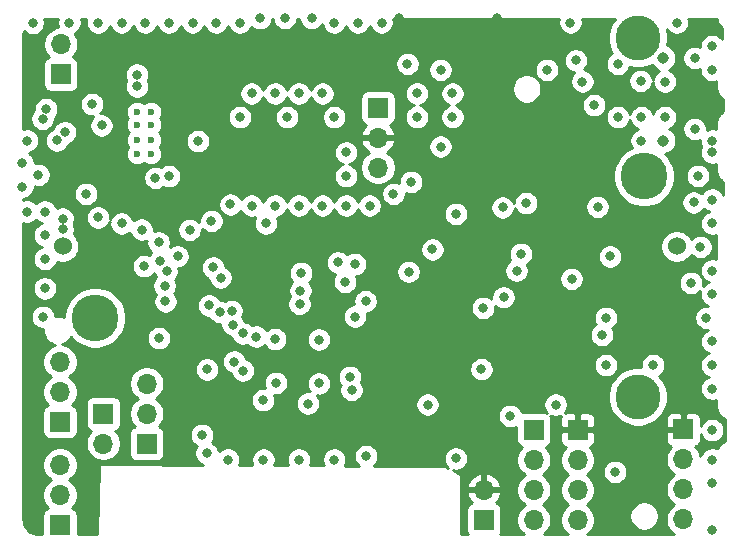
<source format=gbr>
G04 #@! TF.GenerationSoftware,KiCad,Pcbnew,(5.1.7)-1*
G04 #@! TF.CreationDate,2020-12-10T21:45:52+01:00*
G04 #@! TF.ProjectId,lora,6c6f7261-2e6b-4696-9361-645f70636258,v1.0*
G04 #@! TF.SameCoordinates,Original*
G04 #@! TF.FileFunction,Copper,L3,Inr*
G04 #@! TF.FilePolarity,Positive*
%FSLAX46Y46*%
G04 Gerber Fmt 4.6, Leading zero omitted, Abs format (unit mm)*
G04 Created by KiCad (PCBNEW (5.1.7)-1) date 2020-12-10 21:45:52*
%MOMM*%
%LPD*%
G01*
G04 APERTURE LIST*
G04 #@! TA.AperFunction,ComponentPad*
%ADD10R,1.700000X1.700000*%
G04 #@! TD*
G04 #@! TA.AperFunction,ComponentPad*
%ADD11O,1.700000X1.700000*%
G04 #@! TD*
G04 #@! TA.AperFunction,ComponentPad*
%ADD12C,1.530000*%
G04 #@! TD*
G04 #@! TA.AperFunction,ComponentPad*
%ADD13C,3.960000*%
G04 #@! TD*
G04 #@! TA.AperFunction,ComponentPad*
%ADD14C,0.970000*%
G04 #@! TD*
G04 #@! TA.AperFunction,ComponentPad*
%ADD15C,0.600000*%
G04 #@! TD*
G04 #@! TA.AperFunction,ComponentPad*
%ADD16C,3.800000*%
G04 #@! TD*
G04 #@! TA.AperFunction,ViaPad*
%ADD17C,0.800000*%
G04 #@! TD*
G04 #@! TA.AperFunction,Conductor*
%ADD18C,0.254000*%
G04 #@! TD*
G04 #@! TA.AperFunction,Conductor*
%ADD19C,0.100000*%
G04 #@! TD*
G04 APERTURE END LIST*
D10*
X226540000Y-127450000D03*
D11*
X226540000Y-129990000D03*
X226540000Y-132530000D03*
X226540000Y-135070000D03*
D12*
X225995000Y-111955000D03*
X174005000Y-111955000D03*
D13*
X176755000Y-117995000D03*
X223235000Y-106005000D03*
D14*
X224853000Y-96007500D03*
X224853000Y-102992500D03*
D10*
X177450000Y-126110000D03*
D11*
X177450000Y-128650000D03*
X181120000Y-123570000D03*
X181120000Y-126110000D03*
D10*
X181120000Y-128650000D03*
D11*
X209670000Y-132560000D03*
D10*
X209670000Y-135100000D03*
X213900000Y-127480000D03*
D11*
X213900000Y-130020000D03*
X213900000Y-132560000D03*
X213900000Y-135100000D03*
X217600000Y-135100000D03*
X217600000Y-132560000D03*
X217600000Y-130020000D03*
D10*
X217600000Y-127480000D03*
X200700000Y-100200000D03*
D11*
X200700000Y-102740000D03*
X200700000Y-105280000D03*
D15*
X181500000Y-104140000D03*
X181500000Y-102940000D03*
X180300000Y-102940000D03*
X180300000Y-104140000D03*
X181500000Y-100540000D03*
X181500000Y-101640000D03*
X180300000Y-101640000D03*
X180300000Y-100540000D03*
D16*
X222700000Y-94300000D03*
X222700000Y-124670000D03*
D10*
X173850000Y-97380000D03*
D11*
X173850000Y-94840000D03*
D10*
X173780000Y-135530000D03*
D11*
X173780000Y-132990000D03*
X173780000Y-130450000D03*
X173780000Y-121730000D03*
X173780000Y-124270000D03*
D10*
X173780000Y-126810000D03*
D17*
X229000000Y-104000000D03*
X229000000Y-103000000D03*
X227500000Y-102000000D03*
X229000000Y-97000000D03*
X227500000Y-96000000D03*
X229000000Y-95000000D03*
X195700000Y-119850000D03*
X195700000Y-123550000D03*
X192050000Y-123500000D03*
X192000000Y-119800000D03*
X209600000Y-117150000D03*
X209450000Y-122350000D03*
X199700000Y-129700000D03*
X186200000Y-129450000D03*
X198750000Y-113450000D03*
X217450000Y-96200000D03*
X219300000Y-108600000D03*
X203200000Y-96500000D03*
X205300000Y-112200000D03*
X174005000Y-109595000D03*
X227420000Y-108230000D03*
X219650000Y-119450000D03*
X185450000Y-103050000D03*
X227200000Y-115050000D03*
X174005000Y-110495000D03*
X180300000Y-97400000D03*
X180300000Y-98400000D03*
X176500000Y-99900000D03*
X171470000Y-93030000D03*
X174580000Y-93010000D03*
X177000000Y-93000000D03*
X179000000Y-93000000D03*
X181000000Y-93000000D03*
X183000000Y-93000000D03*
X181850000Y-106150000D03*
X177295000Y-101705000D03*
X185000000Y-93000000D03*
X187000000Y-93000000D03*
X189000000Y-93000000D03*
X183000000Y-106000000D03*
X227780000Y-105980000D03*
X229000000Y-108000000D03*
X229000000Y-110000000D03*
X228000000Y-112000000D03*
X229000000Y-114000000D03*
X229000000Y-116000000D03*
X228500000Y-118000000D03*
X229000000Y-120000000D03*
X229000000Y-124000000D03*
X229000000Y-130000000D03*
X229000000Y-132000000D03*
X229000000Y-136000000D03*
X172320000Y-117910000D03*
X172500000Y-115500000D03*
X172500000Y-113000000D03*
X172500000Y-111000000D03*
X172500000Y-109000000D03*
X171000000Y-103000000D03*
X197000000Y-93000000D03*
X199000000Y-93000000D03*
X201000000Y-93000000D03*
X226000000Y-93000000D03*
X217000000Y-93000000D03*
X206000000Y-97000000D03*
X215000000Y-97000000D03*
X221000000Y-96500000D03*
X218000000Y-98000000D03*
X219000000Y-100000000D03*
X221000000Y-101000000D03*
X223000000Y-101000000D03*
X225000000Y-101000000D03*
X225000000Y-98000000D03*
X222930250Y-97930250D03*
X188000000Y-130000000D03*
X191000000Y-130000000D03*
X194000000Y-130000000D03*
X197000000Y-130000000D03*
X224000000Y-122000000D03*
X220000000Y-122000000D03*
X220000000Y-118000000D03*
X190000000Y-99000000D03*
X192000000Y-99000000D03*
X194000000Y-99000000D03*
X196000000Y-99000000D03*
X197000000Y-101000000D03*
X193000000Y-101000000D03*
X189000000Y-101000000D03*
X198000000Y-104000000D03*
X198000000Y-106000000D03*
X207000000Y-101000000D03*
X204000000Y-101000000D03*
X204000000Y-99000000D03*
X229000000Y-127500000D03*
X229000000Y-122000000D03*
X223000000Y-103000000D03*
X190000000Y-108500000D03*
X192000000Y-108500000D03*
X194000000Y-108500000D03*
X198000000Y-108500000D03*
X200000000Y-108500000D03*
X202000000Y-107500000D03*
X203500000Y-106500000D03*
X206000000Y-103500000D03*
X196000000Y-108500000D03*
X177000000Y-109500000D03*
X179000000Y-110000000D03*
X180690000Y-110530000D03*
X184760000Y-110550000D03*
X186600000Y-109800000D03*
X188200000Y-108400000D03*
X195090000Y-92630000D03*
X192810000Y-92600000D03*
X190720000Y-92630000D03*
X170990000Y-109010000D03*
X170600010Y-104899990D03*
X170600010Y-106899990D03*
X176000000Y-107500000D03*
X207000000Y-99000000D03*
X207300000Y-129900000D03*
X180910000Y-113620000D03*
X215750000Y-125350000D03*
X204900000Y-125350000D03*
X211500000Y-96250000D03*
X173800000Y-116700000D03*
X176750000Y-114850000D03*
X227150000Y-118650000D03*
X198450000Y-130050000D03*
X217300000Y-118100000D03*
X207050000Y-126650000D03*
X210600000Y-126400000D03*
X210750000Y-92650000D03*
X202500000Y-92625000D03*
X179920000Y-119300000D03*
X176370000Y-133610000D03*
X212350000Y-118450000D03*
X221260000Y-134920000D03*
X222250000Y-128980000D03*
X173510009Y-102979991D03*
X174200000Y-102290000D03*
X189260000Y-122470000D03*
X190390000Y-119590000D03*
X194070000Y-116830000D03*
X199660000Y-116590000D03*
X198750069Y-117889794D03*
X188520000Y-121710000D03*
X194130000Y-115700001D03*
X189260000Y-119310000D03*
X183740000Y-112790000D03*
X182140000Y-119730000D03*
X190980000Y-124970000D03*
X194770000Y-125260000D03*
X182645000Y-115285000D03*
X182700000Y-116610000D03*
X197300000Y-113300000D03*
X203300000Y-114100000D03*
X211900000Y-126300000D03*
X211330000Y-116260000D03*
X198460000Y-124110000D03*
X220770000Y-131040000D03*
X198330000Y-122990000D03*
X220350000Y-112800000D03*
X187385331Y-114604669D03*
X182270000Y-113150000D03*
X186750000Y-113740000D03*
X182134669Y-111604669D03*
X212435000Y-114015000D03*
X197920000Y-114950000D03*
X194200000Y-114200000D03*
X188399686Y-118579024D03*
X185800000Y-127900000D03*
X186230000Y-122360000D03*
X191200000Y-110000000D03*
X182800000Y-114070000D03*
X213250000Y-108300000D03*
X186394669Y-116944669D03*
X211250000Y-108649999D03*
X187314354Y-117493692D03*
X207300000Y-109200000D03*
X188311086Y-117412888D03*
X171950000Y-105890000D03*
X172600000Y-100330000D03*
X172309999Y-101150001D03*
X212794669Y-112594669D03*
X217100000Y-114700000D03*
D18*
X173584774Y-92708102D02*
X173545000Y-92908061D01*
X173545000Y-93111939D01*
X173584774Y-93311898D01*
X173610324Y-93373582D01*
X173416842Y-93412068D01*
X173146589Y-93524010D01*
X172903368Y-93686525D01*
X172696525Y-93893368D01*
X172534010Y-94136589D01*
X172422068Y-94406842D01*
X172365000Y-94693740D01*
X172365000Y-94986260D01*
X172422068Y-95273158D01*
X172534010Y-95543411D01*
X172696525Y-95786632D01*
X172828380Y-95918487D01*
X172755820Y-95940498D01*
X172645506Y-95999463D01*
X172548815Y-96078815D01*
X172469463Y-96175506D01*
X172410498Y-96285820D01*
X172374188Y-96405518D01*
X172361928Y-96530000D01*
X172361928Y-98230000D01*
X172374188Y-98354482D01*
X172410498Y-98474180D01*
X172469463Y-98584494D01*
X172548815Y-98681185D01*
X172645506Y-98760537D01*
X172755820Y-98819502D01*
X172875518Y-98855812D01*
X173000000Y-98868072D01*
X174700000Y-98868072D01*
X174824482Y-98855812D01*
X174944180Y-98819502D01*
X175054494Y-98760537D01*
X175151185Y-98681185D01*
X175230537Y-98584494D01*
X175289502Y-98474180D01*
X175325812Y-98354482D01*
X175338072Y-98230000D01*
X175338072Y-97298061D01*
X179265000Y-97298061D01*
X179265000Y-97501939D01*
X179304774Y-97701898D01*
X179382795Y-97890256D01*
X179389306Y-97900000D01*
X179382795Y-97909744D01*
X179304774Y-98098102D01*
X179265000Y-98298061D01*
X179265000Y-98501939D01*
X179304774Y-98701898D01*
X179382795Y-98890256D01*
X179496063Y-99059774D01*
X179640226Y-99203937D01*
X179809744Y-99317205D01*
X179998102Y-99395226D01*
X180198061Y-99435000D01*
X180401939Y-99435000D01*
X180601898Y-99395226D01*
X180790256Y-99317205D01*
X180959774Y-99203937D01*
X181103937Y-99059774D01*
X181211989Y-98898061D01*
X188965000Y-98898061D01*
X188965000Y-99101939D01*
X189004774Y-99301898D01*
X189082795Y-99490256D01*
X189196063Y-99659774D01*
X189340226Y-99803937D01*
X189509744Y-99917205D01*
X189698102Y-99995226D01*
X189898061Y-100035000D01*
X190101939Y-100035000D01*
X190301898Y-99995226D01*
X190490256Y-99917205D01*
X190659774Y-99803937D01*
X190803937Y-99659774D01*
X190917205Y-99490256D01*
X190995226Y-99301898D01*
X191000000Y-99277897D01*
X191004774Y-99301898D01*
X191082795Y-99490256D01*
X191196063Y-99659774D01*
X191340226Y-99803937D01*
X191509744Y-99917205D01*
X191698102Y-99995226D01*
X191898061Y-100035000D01*
X192101939Y-100035000D01*
X192301898Y-99995226D01*
X192490256Y-99917205D01*
X192659774Y-99803937D01*
X192803937Y-99659774D01*
X192917205Y-99490256D01*
X192995226Y-99301898D01*
X193000000Y-99277897D01*
X193004774Y-99301898D01*
X193082795Y-99490256D01*
X193196063Y-99659774D01*
X193340226Y-99803937D01*
X193509744Y-99917205D01*
X193698102Y-99995226D01*
X193898061Y-100035000D01*
X194101939Y-100035000D01*
X194301898Y-99995226D01*
X194490256Y-99917205D01*
X194659774Y-99803937D01*
X194803937Y-99659774D01*
X194917205Y-99490256D01*
X194995226Y-99301898D01*
X195000000Y-99277897D01*
X195004774Y-99301898D01*
X195082795Y-99490256D01*
X195196063Y-99659774D01*
X195340226Y-99803937D01*
X195509744Y-99917205D01*
X195698102Y-99995226D01*
X195898061Y-100035000D01*
X196101939Y-100035000D01*
X196301898Y-99995226D01*
X196490256Y-99917205D01*
X196659774Y-99803937D01*
X196803937Y-99659774D01*
X196917205Y-99490256D01*
X196975301Y-99350000D01*
X199211928Y-99350000D01*
X199211928Y-101050000D01*
X199224188Y-101174482D01*
X199260498Y-101294180D01*
X199319463Y-101404494D01*
X199398815Y-101501185D01*
X199495506Y-101580537D01*
X199605820Y-101639502D01*
X199686466Y-101663966D01*
X199602412Y-101739731D01*
X199428359Y-101973080D01*
X199303175Y-102235901D01*
X199258524Y-102383110D01*
X199379845Y-102613000D01*
X200573000Y-102613000D01*
X200573000Y-102593000D01*
X200827000Y-102593000D01*
X200827000Y-102613000D01*
X202020155Y-102613000D01*
X202141476Y-102383110D01*
X202096825Y-102235901D01*
X201971641Y-101973080D01*
X201797588Y-101739731D01*
X201713534Y-101663966D01*
X201794180Y-101639502D01*
X201904494Y-101580537D01*
X202001185Y-101501185D01*
X202080537Y-101404494D01*
X202139502Y-101294180D01*
X202175812Y-101174482D01*
X202188072Y-101050000D01*
X202188072Y-99350000D01*
X202175812Y-99225518D01*
X202139502Y-99105820D01*
X202080537Y-98995506D01*
X202001185Y-98898815D01*
X202000267Y-98898061D01*
X202965000Y-98898061D01*
X202965000Y-99101939D01*
X203004774Y-99301898D01*
X203082795Y-99490256D01*
X203196063Y-99659774D01*
X203340226Y-99803937D01*
X203509744Y-99917205D01*
X203698102Y-99995226D01*
X203722103Y-100000000D01*
X203698102Y-100004774D01*
X203509744Y-100082795D01*
X203340226Y-100196063D01*
X203196063Y-100340226D01*
X203082795Y-100509744D01*
X203004774Y-100698102D01*
X202965000Y-100898061D01*
X202965000Y-101101939D01*
X203004774Y-101301898D01*
X203082795Y-101490256D01*
X203196063Y-101659774D01*
X203340226Y-101803937D01*
X203509744Y-101917205D01*
X203698102Y-101995226D01*
X203898061Y-102035000D01*
X204101939Y-102035000D01*
X204301898Y-101995226D01*
X204490256Y-101917205D01*
X204659774Y-101803937D01*
X204803937Y-101659774D01*
X204917205Y-101490256D01*
X204995226Y-101301898D01*
X205035000Y-101101939D01*
X205035000Y-100898061D01*
X204995226Y-100698102D01*
X204917205Y-100509744D01*
X204803937Y-100340226D01*
X204659774Y-100196063D01*
X204490256Y-100082795D01*
X204301898Y-100004774D01*
X204277897Y-100000000D01*
X204301898Y-99995226D01*
X204490256Y-99917205D01*
X204659774Y-99803937D01*
X204803937Y-99659774D01*
X204917205Y-99490256D01*
X204995226Y-99301898D01*
X205035000Y-99101939D01*
X205035000Y-98898061D01*
X205965000Y-98898061D01*
X205965000Y-99101939D01*
X206004774Y-99301898D01*
X206082795Y-99490256D01*
X206196063Y-99659774D01*
X206340226Y-99803937D01*
X206509744Y-99917205D01*
X206698102Y-99995226D01*
X206722103Y-100000000D01*
X206698102Y-100004774D01*
X206509744Y-100082795D01*
X206340226Y-100196063D01*
X206196063Y-100340226D01*
X206082795Y-100509744D01*
X206004774Y-100698102D01*
X205965000Y-100898061D01*
X205965000Y-101101939D01*
X206004774Y-101301898D01*
X206082795Y-101490256D01*
X206196063Y-101659774D01*
X206340226Y-101803937D01*
X206509744Y-101917205D01*
X206698102Y-101995226D01*
X206898061Y-102035000D01*
X207101939Y-102035000D01*
X207301898Y-101995226D01*
X207490256Y-101917205D01*
X207659774Y-101803937D01*
X207803937Y-101659774D01*
X207917205Y-101490256D01*
X207995226Y-101301898D01*
X208035000Y-101101939D01*
X208035000Y-100898061D01*
X207995226Y-100698102D01*
X207917205Y-100509744D01*
X207803937Y-100340226D01*
X207659774Y-100196063D01*
X207490256Y-100082795D01*
X207301898Y-100004774D01*
X207277897Y-100000000D01*
X207301898Y-99995226D01*
X207490256Y-99917205D01*
X207518907Y-99898061D01*
X217965000Y-99898061D01*
X217965000Y-100101939D01*
X218004774Y-100301898D01*
X218082795Y-100490256D01*
X218196063Y-100659774D01*
X218340226Y-100803937D01*
X218509744Y-100917205D01*
X218698102Y-100995226D01*
X218898061Y-101035000D01*
X219101939Y-101035000D01*
X219301898Y-100995226D01*
X219490256Y-100917205D01*
X219518907Y-100898061D01*
X219965000Y-100898061D01*
X219965000Y-101101939D01*
X220004774Y-101301898D01*
X220082795Y-101490256D01*
X220196063Y-101659774D01*
X220340226Y-101803937D01*
X220509744Y-101917205D01*
X220698102Y-101995226D01*
X220898061Y-102035000D01*
X221101939Y-102035000D01*
X221301898Y-101995226D01*
X221490256Y-101917205D01*
X221659774Y-101803937D01*
X221803937Y-101659774D01*
X221917205Y-101490256D01*
X221995226Y-101301898D01*
X222000000Y-101277897D01*
X222004774Y-101301898D01*
X222082795Y-101490256D01*
X222196063Y-101659774D01*
X222340226Y-101803937D01*
X222509744Y-101917205D01*
X222698102Y-101995226D01*
X222722103Y-102000000D01*
X222698102Y-102004774D01*
X222509744Y-102082795D01*
X222340226Y-102196063D01*
X222196063Y-102340226D01*
X222082795Y-102509744D01*
X222004774Y-102698102D01*
X221965000Y-102898061D01*
X221965000Y-103101939D01*
X222004774Y-103301898D01*
X222082795Y-103490256D01*
X222167338Y-103616784D01*
X221996333Y-103687617D01*
X221568035Y-103973797D01*
X221203797Y-104338035D01*
X220917617Y-104766333D01*
X220720493Y-105242233D01*
X220620000Y-105747445D01*
X220620000Y-106262555D01*
X220720493Y-106767767D01*
X220917617Y-107243667D01*
X221203797Y-107671965D01*
X221568035Y-108036203D01*
X221996333Y-108322383D01*
X222472233Y-108519507D01*
X222977445Y-108620000D01*
X223492555Y-108620000D01*
X223997767Y-108519507D01*
X224473667Y-108322383D01*
X224901965Y-108036203D01*
X225266203Y-107671965D01*
X225552383Y-107243667D01*
X225749507Y-106767767D01*
X225850000Y-106262555D01*
X225850000Y-105878061D01*
X226745000Y-105878061D01*
X226745000Y-106081939D01*
X226784774Y-106281898D01*
X226862795Y-106470256D01*
X226976063Y-106639774D01*
X227120226Y-106783937D01*
X227289744Y-106897205D01*
X227478102Y-106975226D01*
X227678061Y-107015000D01*
X227881939Y-107015000D01*
X228081898Y-106975226D01*
X228270256Y-106897205D01*
X228439774Y-106783937D01*
X228583937Y-106639774D01*
X228697205Y-106470256D01*
X228775226Y-106281898D01*
X228815000Y-106081939D01*
X228815000Y-105878061D01*
X228775226Y-105678102D01*
X228697205Y-105489744D01*
X228583937Y-105320226D01*
X228439774Y-105176063D01*
X228270256Y-105062795D01*
X228081898Y-104984774D01*
X227881939Y-104945000D01*
X227678061Y-104945000D01*
X227478102Y-104984774D01*
X227289744Y-105062795D01*
X227120226Y-105176063D01*
X226976063Y-105320226D01*
X226862795Y-105489744D01*
X226784774Y-105678102D01*
X226745000Y-105878061D01*
X225850000Y-105878061D01*
X225850000Y-105747445D01*
X225749507Y-105242233D01*
X225552383Y-104766333D01*
X225266203Y-104338035D01*
X225027833Y-104099665D01*
X225179692Y-104069459D01*
X225383519Y-103985031D01*
X225566958Y-103862461D01*
X225722961Y-103706458D01*
X225845531Y-103523019D01*
X225929959Y-103319192D01*
X225973000Y-103102810D01*
X225973000Y-102882190D01*
X225929959Y-102665808D01*
X225845531Y-102461981D01*
X225722961Y-102278542D01*
X225566958Y-102122539D01*
X225383519Y-101999969D01*
X225336983Y-101980693D01*
X225490256Y-101917205D01*
X225659774Y-101803937D01*
X225803937Y-101659774D01*
X225917205Y-101490256D01*
X225995226Y-101301898D01*
X226035000Y-101101939D01*
X226035000Y-100898061D01*
X225995226Y-100698102D01*
X225917205Y-100509744D01*
X225803937Y-100340226D01*
X225659774Y-100196063D01*
X225490256Y-100082795D01*
X225301898Y-100004774D01*
X225101939Y-99965000D01*
X224898061Y-99965000D01*
X224698102Y-100004774D01*
X224509744Y-100082795D01*
X224340226Y-100196063D01*
X224196063Y-100340226D01*
X224082795Y-100509744D01*
X224004774Y-100698102D01*
X224000000Y-100722103D01*
X223995226Y-100698102D01*
X223917205Y-100509744D01*
X223803937Y-100340226D01*
X223659774Y-100196063D01*
X223490256Y-100082795D01*
X223301898Y-100004774D01*
X223101939Y-99965000D01*
X222898061Y-99965000D01*
X222698102Y-100004774D01*
X222509744Y-100082795D01*
X222340226Y-100196063D01*
X222196063Y-100340226D01*
X222082795Y-100509744D01*
X222004774Y-100698102D01*
X222000000Y-100722103D01*
X221995226Y-100698102D01*
X221917205Y-100509744D01*
X221803937Y-100340226D01*
X221659774Y-100196063D01*
X221490256Y-100082795D01*
X221301898Y-100004774D01*
X221101939Y-99965000D01*
X220898061Y-99965000D01*
X220698102Y-100004774D01*
X220509744Y-100082795D01*
X220340226Y-100196063D01*
X220196063Y-100340226D01*
X220082795Y-100509744D01*
X220004774Y-100698102D01*
X219965000Y-100898061D01*
X219518907Y-100898061D01*
X219659774Y-100803937D01*
X219803937Y-100659774D01*
X219917205Y-100490256D01*
X219995226Y-100301898D01*
X220035000Y-100101939D01*
X220035000Y-99898061D01*
X219995226Y-99698102D01*
X219917205Y-99509744D01*
X219803937Y-99340226D01*
X219659774Y-99196063D01*
X219490256Y-99082795D01*
X219301898Y-99004774D01*
X219101939Y-98965000D01*
X218898061Y-98965000D01*
X218698102Y-99004774D01*
X218509744Y-99082795D01*
X218340226Y-99196063D01*
X218196063Y-99340226D01*
X218082795Y-99509744D01*
X218004774Y-99698102D01*
X217965000Y-99898061D01*
X207518907Y-99898061D01*
X207659774Y-99803937D01*
X207803937Y-99659774D01*
X207917205Y-99490256D01*
X207995226Y-99301898D01*
X208035000Y-99101939D01*
X208035000Y-98898061D01*
X207995226Y-98698102D01*
X207917205Y-98509744D01*
X207908617Y-98496890D01*
X212044048Y-98496890D01*
X212044048Y-98743110D01*
X212092083Y-98984598D01*
X212186307Y-99212074D01*
X212323099Y-99416798D01*
X212497202Y-99590901D01*
X212701926Y-99727693D01*
X212929402Y-99821917D01*
X213170890Y-99869952D01*
X213417110Y-99869952D01*
X213658598Y-99821917D01*
X213886074Y-99727693D01*
X214090798Y-99590901D01*
X214264901Y-99416798D01*
X214401693Y-99212074D01*
X214495917Y-98984598D01*
X214543952Y-98743110D01*
X214543952Y-98496890D01*
X214495917Y-98255402D01*
X214401693Y-98027926D01*
X214264901Y-97823202D01*
X214090798Y-97649099D01*
X213886074Y-97512307D01*
X213658598Y-97418083D01*
X213417110Y-97370048D01*
X213170890Y-97370048D01*
X212929402Y-97418083D01*
X212701926Y-97512307D01*
X212497202Y-97649099D01*
X212323099Y-97823202D01*
X212186307Y-98027926D01*
X212092083Y-98255402D01*
X212044048Y-98496890D01*
X207908617Y-98496890D01*
X207803937Y-98340226D01*
X207659774Y-98196063D01*
X207490256Y-98082795D01*
X207301898Y-98004774D01*
X207101939Y-97965000D01*
X206898061Y-97965000D01*
X206698102Y-98004774D01*
X206509744Y-98082795D01*
X206340226Y-98196063D01*
X206196063Y-98340226D01*
X206082795Y-98509744D01*
X206004774Y-98698102D01*
X205965000Y-98898061D01*
X205035000Y-98898061D01*
X204995226Y-98698102D01*
X204917205Y-98509744D01*
X204803937Y-98340226D01*
X204659774Y-98196063D01*
X204490256Y-98082795D01*
X204301898Y-98004774D01*
X204101939Y-97965000D01*
X203898061Y-97965000D01*
X203698102Y-98004774D01*
X203509744Y-98082795D01*
X203340226Y-98196063D01*
X203196063Y-98340226D01*
X203082795Y-98509744D01*
X203004774Y-98698102D01*
X202965000Y-98898061D01*
X202000267Y-98898061D01*
X201904494Y-98819463D01*
X201794180Y-98760498D01*
X201674482Y-98724188D01*
X201550000Y-98711928D01*
X199850000Y-98711928D01*
X199725518Y-98724188D01*
X199605820Y-98760498D01*
X199495506Y-98819463D01*
X199398815Y-98898815D01*
X199319463Y-98995506D01*
X199260498Y-99105820D01*
X199224188Y-99225518D01*
X199211928Y-99350000D01*
X196975301Y-99350000D01*
X196995226Y-99301898D01*
X197035000Y-99101939D01*
X197035000Y-98898061D01*
X196995226Y-98698102D01*
X196917205Y-98509744D01*
X196803937Y-98340226D01*
X196659774Y-98196063D01*
X196490256Y-98082795D01*
X196301898Y-98004774D01*
X196101939Y-97965000D01*
X195898061Y-97965000D01*
X195698102Y-98004774D01*
X195509744Y-98082795D01*
X195340226Y-98196063D01*
X195196063Y-98340226D01*
X195082795Y-98509744D01*
X195004774Y-98698102D01*
X195000000Y-98722103D01*
X194995226Y-98698102D01*
X194917205Y-98509744D01*
X194803937Y-98340226D01*
X194659774Y-98196063D01*
X194490256Y-98082795D01*
X194301898Y-98004774D01*
X194101939Y-97965000D01*
X193898061Y-97965000D01*
X193698102Y-98004774D01*
X193509744Y-98082795D01*
X193340226Y-98196063D01*
X193196063Y-98340226D01*
X193082795Y-98509744D01*
X193004774Y-98698102D01*
X193000000Y-98722103D01*
X192995226Y-98698102D01*
X192917205Y-98509744D01*
X192803937Y-98340226D01*
X192659774Y-98196063D01*
X192490256Y-98082795D01*
X192301898Y-98004774D01*
X192101939Y-97965000D01*
X191898061Y-97965000D01*
X191698102Y-98004774D01*
X191509744Y-98082795D01*
X191340226Y-98196063D01*
X191196063Y-98340226D01*
X191082795Y-98509744D01*
X191004774Y-98698102D01*
X191000000Y-98722103D01*
X190995226Y-98698102D01*
X190917205Y-98509744D01*
X190803937Y-98340226D01*
X190659774Y-98196063D01*
X190490256Y-98082795D01*
X190301898Y-98004774D01*
X190101939Y-97965000D01*
X189898061Y-97965000D01*
X189698102Y-98004774D01*
X189509744Y-98082795D01*
X189340226Y-98196063D01*
X189196063Y-98340226D01*
X189082795Y-98509744D01*
X189004774Y-98698102D01*
X188965000Y-98898061D01*
X181211989Y-98898061D01*
X181217205Y-98890256D01*
X181295226Y-98701898D01*
X181335000Y-98501939D01*
X181335000Y-98298061D01*
X181295226Y-98098102D01*
X181217205Y-97909744D01*
X181210694Y-97900000D01*
X181217205Y-97890256D01*
X181295226Y-97701898D01*
X181335000Y-97501939D01*
X181335000Y-97298061D01*
X181295226Y-97098102D01*
X181217205Y-96909744D01*
X181103937Y-96740226D01*
X180959774Y-96596063D01*
X180790256Y-96482795D01*
X180601898Y-96404774D01*
X180568150Y-96398061D01*
X202165000Y-96398061D01*
X202165000Y-96601939D01*
X202204774Y-96801898D01*
X202282795Y-96990256D01*
X202396063Y-97159774D01*
X202540226Y-97303937D01*
X202709744Y-97417205D01*
X202898102Y-97495226D01*
X203098061Y-97535000D01*
X203301939Y-97535000D01*
X203501898Y-97495226D01*
X203690256Y-97417205D01*
X203859774Y-97303937D01*
X204003937Y-97159774D01*
X204117205Y-96990256D01*
X204155393Y-96898061D01*
X204965000Y-96898061D01*
X204965000Y-97101939D01*
X205004774Y-97301898D01*
X205082795Y-97490256D01*
X205196063Y-97659774D01*
X205340226Y-97803937D01*
X205509744Y-97917205D01*
X205698102Y-97995226D01*
X205898061Y-98035000D01*
X206101939Y-98035000D01*
X206301898Y-97995226D01*
X206490256Y-97917205D01*
X206659774Y-97803937D01*
X206803937Y-97659774D01*
X206917205Y-97490256D01*
X206995226Y-97301898D01*
X207035000Y-97101939D01*
X207035000Y-96898061D01*
X213965000Y-96898061D01*
X213965000Y-97101939D01*
X214004774Y-97301898D01*
X214082795Y-97490256D01*
X214196063Y-97659774D01*
X214340226Y-97803937D01*
X214509744Y-97917205D01*
X214698102Y-97995226D01*
X214898061Y-98035000D01*
X215101939Y-98035000D01*
X215301898Y-97995226D01*
X215490256Y-97917205D01*
X215659774Y-97803937D01*
X215803937Y-97659774D01*
X215917205Y-97490256D01*
X215995226Y-97301898D01*
X216035000Y-97101939D01*
X216035000Y-96898061D01*
X215995226Y-96698102D01*
X215917205Y-96509744D01*
X215803937Y-96340226D01*
X215659774Y-96196063D01*
X215513104Y-96098061D01*
X216415000Y-96098061D01*
X216415000Y-96301939D01*
X216454774Y-96501898D01*
X216532795Y-96690256D01*
X216646063Y-96859774D01*
X216790226Y-97003937D01*
X216959744Y-97117205D01*
X217148102Y-97195226D01*
X217309049Y-97227240D01*
X217196063Y-97340226D01*
X217082795Y-97509744D01*
X217004774Y-97698102D01*
X216965000Y-97898061D01*
X216965000Y-98101939D01*
X217004774Y-98301898D01*
X217082795Y-98490256D01*
X217196063Y-98659774D01*
X217340226Y-98803937D01*
X217509744Y-98917205D01*
X217698102Y-98995226D01*
X217898061Y-99035000D01*
X218101939Y-99035000D01*
X218301898Y-98995226D01*
X218490256Y-98917205D01*
X218659774Y-98803937D01*
X218803937Y-98659774D01*
X218917205Y-98490256D01*
X218995226Y-98301898D01*
X219035000Y-98101939D01*
X219035000Y-97898061D01*
X218995226Y-97698102D01*
X218917205Y-97509744D01*
X218803937Y-97340226D01*
X218659774Y-97196063D01*
X218490256Y-97082795D01*
X218301898Y-97004774D01*
X218140951Y-96972760D01*
X218253937Y-96859774D01*
X218367205Y-96690256D01*
X218445226Y-96501898D01*
X218485000Y-96301939D01*
X218485000Y-96098061D01*
X218445226Y-95898102D01*
X218367205Y-95709744D01*
X218253937Y-95540226D01*
X218109774Y-95396063D01*
X217940256Y-95282795D01*
X217751898Y-95204774D01*
X217551939Y-95165000D01*
X217348061Y-95165000D01*
X217148102Y-95204774D01*
X216959744Y-95282795D01*
X216790226Y-95396063D01*
X216646063Y-95540226D01*
X216532795Y-95709744D01*
X216454774Y-95898102D01*
X216415000Y-96098061D01*
X215513104Y-96098061D01*
X215490256Y-96082795D01*
X215301898Y-96004774D01*
X215101939Y-95965000D01*
X214898061Y-95965000D01*
X214698102Y-96004774D01*
X214509744Y-96082795D01*
X214340226Y-96196063D01*
X214196063Y-96340226D01*
X214082795Y-96509744D01*
X214004774Y-96698102D01*
X213965000Y-96898061D01*
X207035000Y-96898061D01*
X206995226Y-96698102D01*
X206917205Y-96509744D01*
X206803937Y-96340226D01*
X206659774Y-96196063D01*
X206490256Y-96082795D01*
X206301898Y-96004774D01*
X206101939Y-95965000D01*
X205898061Y-95965000D01*
X205698102Y-96004774D01*
X205509744Y-96082795D01*
X205340226Y-96196063D01*
X205196063Y-96340226D01*
X205082795Y-96509744D01*
X205004774Y-96698102D01*
X204965000Y-96898061D01*
X204155393Y-96898061D01*
X204195226Y-96801898D01*
X204235000Y-96601939D01*
X204235000Y-96398061D01*
X204195226Y-96198102D01*
X204117205Y-96009744D01*
X204003937Y-95840226D01*
X203859774Y-95696063D01*
X203690256Y-95582795D01*
X203501898Y-95504774D01*
X203301939Y-95465000D01*
X203098061Y-95465000D01*
X202898102Y-95504774D01*
X202709744Y-95582795D01*
X202540226Y-95696063D01*
X202396063Y-95840226D01*
X202282795Y-96009744D01*
X202204774Y-96198102D01*
X202165000Y-96398061D01*
X180568150Y-96398061D01*
X180401939Y-96365000D01*
X180198061Y-96365000D01*
X179998102Y-96404774D01*
X179809744Y-96482795D01*
X179640226Y-96596063D01*
X179496063Y-96740226D01*
X179382795Y-96909744D01*
X179304774Y-97098102D01*
X179265000Y-97298061D01*
X175338072Y-97298061D01*
X175338072Y-96530000D01*
X175325812Y-96405518D01*
X175289502Y-96285820D01*
X175230537Y-96175506D01*
X175151185Y-96078815D01*
X175054494Y-95999463D01*
X174944180Y-95940498D01*
X174871620Y-95918487D01*
X175003475Y-95786632D01*
X175165990Y-95543411D01*
X175277932Y-95273158D01*
X175335000Y-94986260D01*
X175335000Y-94693740D01*
X175277932Y-94406842D01*
X175165990Y-94136589D01*
X175035659Y-93941535D01*
X175070256Y-93927205D01*
X175239774Y-93813937D01*
X175383937Y-93669774D01*
X175497205Y-93500256D01*
X175575226Y-93311898D01*
X175615000Y-93111939D01*
X175615000Y-92908061D01*
X175575226Y-92708102D01*
X175555301Y-92660000D01*
X176020556Y-92660000D01*
X176004774Y-92698102D01*
X175965000Y-92898061D01*
X175965000Y-93101939D01*
X176004774Y-93301898D01*
X176082795Y-93490256D01*
X176196063Y-93659774D01*
X176340226Y-93803937D01*
X176509744Y-93917205D01*
X176698102Y-93995226D01*
X176898061Y-94035000D01*
X177101939Y-94035000D01*
X177301898Y-93995226D01*
X177490256Y-93917205D01*
X177659774Y-93803937D01*
X177803937Y-93659774D01*
X177917205Y-93490256D01*
X177995226Y-93301898D01*
X178000000Y-93277897D01*
X178004774Y-93301898D01*
X178082795Y-93490256D01*
X178196063Y-93659774D01*
X178340226Y-93803937D01*
X178509744Y-93917205D01*
X178698102Y-93995226D01*
X178898061Y-94035000D01*
X179101939Y-94035000D01*
X179301898Y-93995226D01*
X179490256Y-93917205D01*
X179659774Y-93803937D01*
X179803937Y-93659774D01*
X179917205Y-93490256D01*
X179995226Y-93301898D01*
X180000000Y-93277897D01*
X180004774Y-93301898D01*
X180082795Y-93490256D01*
X180196063Y-93659774D01*
X180340226Y-93803937D01*
X180509744Y-93917205D01*
X180698102Y-93995226D01*
X180898061Y-94035000D01*
X181101939Y-94035000D01*
X181301898Y-93995226D01*
X181490256Y-93917205D01*
X181659774Y-93803937D01*
X181803937Y-93659774D01*
X181917205Y-93490256D01*
X181995226Y-93301898D01*
X182000000Y-93277897D01*
X182004774Y-93301898D01*
X182082795Y-93490256D01*
X182196063Y-93659774D01*
X182340226Y-93803937D01*
X182509744Y-93917205D01*
X182698102Y-93995226D01*
X182898061Y-94035000D01*
X183101939Y-94035000D01*
X183301898Y-93995226D01*
X183490256Y-93917205D01*
X183659774Y-93803937D01*
X183803937Y-93659774D01*
X183917205Y-93490256D01*
X183995226Y-93301898D01*
X184000000Y-93277897D01*
X184004774Y-93301898D01*
X184082795Y-93490256D01*
X184196063Y-93659774D01*
X184340226Y-93803937D01*
X184509744Y-93917205D01*
X184698102Y-93995226D01*
X184898061Y-94035000D01*
X185101939Y-94035000D01*
X185301898Y-93995226D01*
X185490256Y-93917205D01*
X185659774Y-93803937D01*
X185803937Y-93659774D01*
X185917205Y-93490256D01*
X185995226Y-93301898D01*
X186000000Y-93277897D01*
X186004774Y-93301898D01*
X186082795Y-93490256D01*
X186196063Y-93659774D01*
X186340226Y-93803937D01*
X186509744Y-93917205D01*
X186698102Y-93995226D01*
X186898061Y-94035000D01*
X187101939Y-94035000D01*
X187301898Y-93995226D01*
X187490256Y-93917205D01*
X187659774Y-93803937D01*
X187803937Y-93659774D01*
X187917205Y-93490256D01*
X187995226Y-93301898D01*
X188000000Y-93277897D01*
X188004774Y-93301898D01*
X188082795Y-93490256D01*
X188196063Y-93659774D01*
X188340226Y-93803937D01*
X188509744Y-93917205D01*
X188698102Y-93995226D01*
X188898061Y-94035000D01*
X189101939Y-94035000D01*
X189301898Y-93995226D01*
X189490256Y-93917205D01*
X189659774Y-93803937D01*
X189803937Y-93659774D01*
X189917205Y-93490256D01*
X189975591Y-93349302D01*
X190060226Y-93433937D01*
X190229744Y-93547205D01*
X190418102Y-93625226D01*
X190618061Y-93665000D01*
X190821939Y-93665000D01*
X191021898Y-93625226D01*
X191210256Y-93547205D01*
X191379774Y-93433937D01*
X191523937Y-93289774D01*
X191637205Y-93120256D01*
X191715226Y-92931898D01*
X191755000Y-92731939D01*
X191755000Y-92660000D01*
X191775000Y-92660000D01*
X191775000Y-92701939D01*
X191814774Y-92901898D01*
X191892795Y-93090256D01*
X192006063Y-93259774D01*
X192150226Y-93403937D01*
X192319744Y-93517205D01*
X192508102Y-93595226D01*
X192708061Y-93635000D01*
X192911939Y-93635000D01*
X193111898Y-93595226D01*
X193300256Y-93517205D01*
X193469774Y-93403937D01*
X193613937Y-93259774D01*
X193727205Y-93090256D01*
X193805226Y-92901898D01*
X193845000Y-92701939D01*
X193845000Y-92660000D01*
X194055000Y-92660000D01*
X194055000Y-92731939D01*
X194094774Y-92931898D01*
X194172795Y-93120256D01*
X194286063Y-93289774D01*
X194430226Y-93433937D01*
X194599744Y-93547205D01*
X194788102Y-93625226D01*
X194988061Y-93665000D01*
X195191939Y-93665000D01*
X195391898Y-93625226D01*
X195580256Y-93547205D01*
X195749774Y-93433937D01*
X195893937Y-93289774D01*
X195977490Y-93164728D01*
X196004774Y-93301898D01*
X196082795Y-93490256D01*
X196196063Y-93659774D01*
X196340226Y-93803937D01*
X196509744Y-93917205D01*
X196698102Y-93995226D01*
X196898061Y-94035000D01*
X197101939Y-94035000D01*
X197301898Y-93995226D01*
X197490256Y-93917205D01*
X197659774Y-93803937D01*
X197803937Y-93659774D01*
X197917205Y-93490256D01*
X197995226Y-93301898D01*
X198000000Y-93277897D01*
X198004774Y-93301898D01*
X198082795Y-93490256D01*
X198196063Y-93659774D01*
X198340226Y-93803937D01*
X198509744Y-93917205D01*
X198698102Y-93995226D01*
X198898061Y-94035000D01*
X199101939Y-94035000D01*
X199301898Y-93995226D01*
X199490256Y-93917205D01*
X199659774Y-93803937D01*
X199803937Y-93659774D01*
X199917205Y-93490256D01*
X199995226Y-93301898D01*
X200000000Y-93277897D01*
X200004774Y-93301898D01*
X200082795Y-93490256D01*
X200196063Y-93659774D01*
X200340226Y-93803937D01*
X200509744Y-93917205D01*
X200698102Y-93995226D01*
X200898061Y-94035000D01*
X201101939Y-94035000D01*
X201301898Y-93995226D01*
X201490256Y-93917205D01*
X201659774Y-93803937D01*
X201803937Y-93659774D01*
X201917205Y-93490256D01*
X201995226Y-93301898D01*
X202035000Y-93101939D01*
X202035000Y-92898061D01*
X201995226Y-92698102D01*
X201979444Y-92660000D01*
X216020556Y-92660000D01*
X216004774Y-92698102D01*
X215965000Y-92898061D01*
X215965000Y-93101939D01*
X216004774Y-93301898D01*
X216082795Y-93490256D01*
X216196063Y-93659774D01*
X216340226Y-93803937D01*
X216509744Y-93917205D01*
X216698102Y-93995226D01*
X216898061Y-94035000D01*
X217101939Y-94035000D01*
X217301898Y-93995226D01*
X217490256Y-93917205D01*
X217659774Y-93803937D01*
X217803937Y-93659774D01*
X217917205Y-93490256D01*
X217995226Y-93301898D01*
X218035000Y-93101939D01*
X218035000Y-92898061D01*
X217995226Y-92698102D01*
X217979444Y-92660000D01*
X220754969Y-92660000D01*
X220730937Y-92684032D01*
X220453512Y-93099227D01*
X220262418Y-93560568D01*
X220165000Y-94050324D01*
X220165000Y-94549676D01*
X220262418Y-95039432D01*
X220453512Y-95500773D01*
X220508758Y-95583454D01*
X220340226Y-95696063D01*
X220196063Y-95840226D01*
X220082795Y-96009744D01*
X220004774Y-96198102D01*
X219965000Y-96398061D01*
X219965000Y-96601939D01*
X220004774Y-96801898D01*
X220082795Y-96990256D01*
X220196063Y-97159774D01*
X220340226Y-97303937D01*
X220509744Y-97417205D01*
X220698102Y-97495226D01*
X220898061Y-97535000D01*
X221101939Y-97535000D01*
X221301898Y-97495226D01*
X221490256Y-97417205D01*
X221659774Y-97303937D01*
X221803937Y-97159774D01*
X221917205Y-96990256D01*
X221995226Y-96801898D01*
X222006213Y-96746661D01*
X222450324Y-96835000D01*
X222949676Y-96835000D01*
X223439432Y-96737582D01*
X223873638Y-96557728D01*
X223983039Y-96721458D01*
X224139042Y-96877461D01*
X224322481Y-97000031D01*
X224516017Y-97080196D01*
X224509744Y-97082795D01*
X224340226Y-97196063D01*
X224196063Y-97340226D01*
X224082795Y-97509744D01*
X224004774Y-97698102D01*
X223965250Y-97896804D01*
X223965250Y-97828311D01*
X223925476Y-97628352D01*
X223847455Y-97439994D01*
X223734187Y-97270476D01*
X223590024Y-97126313D01*
X223420506Y-97013045D01*
X223232148Y-96935024D01*
X223032189Y-96895250D01*
X222828311Y-96895250D01*
X222628352Y-96935024D01*
X222439994Y-97013045D01*
X222270476Y-97126313D01*
X222126313Y-97270476D01*
X222013045Y-97439994D01*
X221935024Y-97628352D01*
X221895250Y-97828311D01*
X221895250Y-98032189D01*
X221935024Y-98232148D01*
X222013045Y-98420506D01*
X222126313Y-98590024D01*
X222270476Y-98734187D01*
X222439994Y-98847455D01*
X222628352Y-98925476D01*
X222828311Y-98965250D01*
X223032189Y-98965250D01*
X223232148Y-98925476D01*
X223420506Y-98847455D01*
X223590024Y-98734187D01*
X223734187Y-98590024D01*
X223847455Y-98420506D01*
X223925476Y-98232148D01*
X223965000Y-98033446D01*
X223965000Y-98101939D01*
X224004774Y-98301898D01*
X224082795Y-98490256D01*
X224196063Y-98659774D01*
X224340226Y-98803937D01*
X224509744Y-98917205D01*
X224698102Y-98995226D01*
X224898061Y-99035000D01*
X225101939Y-99035000D01*
X225301898Y-98995226D01*
X225490256Y-98917205D01*
X225659774Y-98803937D01*
X225803937Y-98659774D01*
X225917205Y-98490256D01*
X225995226Y-98301898D01*
X226035000Y-98101939D01*
X226035000Y-97898061D01*
X225995226Y-97698102D01*
X225917205Y-97509744D01*
X225803937Y-97340226D01*
X225659774Y-97196063D01*
X225490256Y-97082795D01*
X225336983Y-97019307D01*
X225383519Y-97000031D01*
X225566958Y-96877461D01*
X225722961Y-96721458D01*
X225845531Y-96538019D01*
X225929959Y-96334192D01*
X225973000Y-96117810D01*
X225973000Y-95897190D01*
X225929959Y-95680808D01*
X225845531Y-95476981D01*
X225722961Y-95293542D01*
X225566958Y-95137539D01*
X225383519Y-95014969D01*
X225179692Y-94930541D01*
X225160020Y-94926628D01*
X225235000Y-94549676D01*
X225235000Y-94050324D01*
X225140891Y-93577203D01*
X225196063Y-93659774D01*
X225340226Y-93803937D01*
X225509744Y-93917205D01*
X225698102Y-93995226D01*
X225898061Y-94035000D01*
X226101939Y-94035000D01*
X226301898Y-93995226D01*
X226490256Y-93917205D01*
X226659774Y-93803937D01*
X226803937Y-93659774D01*
X226917205Y-93490256D01*
X226995226Y-93301898D01*
X227035000Y-93101939D01*
X227035000Y-92898061D01*
X226995226Y-92698102D01*
X226979444Y-92660000D01*
X229353074Y-92660000D01*
X229355039Y-92677522D01*
X229367469Y-92736002D01*
X229379095Y-92794717D01*
X229381820Y-92803520D01*
X229411326Y-92896535D01*
X229434882Y-92951495D01*
X229457686Y-93006822D01*
X229462069Y-93014928D01*
X229509080Y-93100440D01*
X229542857Y-93149771D01*
X229575981Y-93199626D01*
X229581851Y-93206719D01*
X229581853Y-93206723D01*
X229581856Y-93206726D01*
X229644581Y-93281478D01*
X229687310Y-93323321D01*
X229729467Y-93365774D01*
X229736609Y-93371598D01*
X229736612Y-93371601D01*
X229736616Y-93371604D01*
X229812659Y-93432744D01*
X229858991Y-93463063D01*
X229865497Y-94432356D01*
X229803937Y-94340226D01*
X229659774Y-94196063D01*
X229490256Y-94082795D01*
X229301898Y-94004774D01*
X229101939Y-93965000D01*
X228898061Y-93965000D01*
X228698102Y-94004774D01*
X228509744Y-94082795D01*
X228340226Y-94196063D01*
X228196063Y-94340226D01*
X228082795Y-94509744D01*
X228004774Y-94698102D01*
X227965000Y-94898061D01*
X227965000Y-95072334D01*
X227801898Y-95004774D01*
X227601939Y-94965000D01*
X227398061Y-94965000D01*
X227198102Y-95004774D01*
X227009744Y-95082795D01*
X226840226Y-95196063D01*
X226696063Y-95340226D01*
X226582795Y-95509744D01*
X226504774Y-95698102D01*
X226465000Y-95898061D01*
X226465000Y-96101939D01*
X226504774Y-96301898D01*
X226582795Y-96490256D01*
X226696063Y-96659774D01*
X226840226Y-96803937D01*
X227009744Y-96917205D01*
X227198102Y-96995226D01*
X227398061Y-97035000D01*
X227601939Y-97035000D01*
X227801898Y-96995226D01*
X227965000Y-96927666D01*
X227965000Y-97101939D01*
X228004774Y-97301898D01*
X228082795Y-97490256D01*
X228196063Y-97659774D01*
X228340226Y-97803937D01*
X228509744Y-97917205D01*
X228698102Y-97995226D01*
X228898061Y-98035000D01*
X229101939Y-98035000D01*
X229301898Y-97995226D01*
X229340000Y-97979443D01*
X229340000Y-98532418D01*
X229343198Y-98564889D01*
X229343198Y-98571383D01*
X229344162Y-98580547D01*
X229348905Y-98622838D01*
X229349550Y-98629382D01*
X229349692Y-98629850D01*
X229355039Y-98677522D01*
X229367469Y-98736002D01*
X229379095Y-98794717D01*
X229381820Y-98803520D01*
X229411326Y-98896535D01*
X229434882Y-98951495D01*
X229457686Y-99006822D01*
X229462069Y-99014928D01*
X229509080Y-99100440D01*
X229542857Y-99149771D01*
X229575981Y-99199626D01*
X229581851Y-99206719D01*
X229581853Y-99206723D01*
X229581856Y-99206726D01*
X229644581Y-99281478D01*
X229687310Y-99323321D01*
X229729467Y-99365774D01*
X229736609Y-99371598D01*
X229736612Y-99371601D01*
X229736616Y-99371604D01*
X229812659Y-99432744D01*
X229862695Y-99465487D01*
X229899442Y-99490274D01*
X229906253Y-100505074D01*
X229856913Y-100538355D01*
X229806844Y-100571119D01*
X229799703Y-100576943D01*
X229724514Y-100639145D01*
X229682361Y-100681594D01*
X229639629Y-100723439D01*
X229633755Y-100730540D01*
X229572079Y-100806161D01*
X229538988Y-100855966D01*
X229505174Y-100905350D01*
X229500792Y-100913456D01*
X229454980Y-100999617D01*
X229432191Y-101054909D01*
X229408622Y-101109898D01*
X229405897Y-101118701D01*
X229377692Y-101212119D01*
X229366067Y-101270826D01*
X229353635Y-101329316D01*
X229352673Y-101338470D01*
X229352672Y-101338476D01*
X229352672Y-101338481D01*
X229343150Y-101435598D01*
X229340000Y-101467582D01*
X229340000Y-102020556D01*
X229301898Y-102004774D01*
X229101939Y-101965000D01*
X228898061Y-101965000D01*
X228698102Y-102004774D01*
X228535000Y-102072334D01*
X228535000Y-101898061D01*
X228495226Y-101698102D01*
X228417205Y-101509744D01*
X228303937Y-101340226D01*
X228159774Y-101196063D01*
X227990256Y-101082795D01*
X227801898Y-101004774D01*
X227601939Y-100965000D01*
X227398061Y-100965000D01*
X227198102Y-101004774D01*
X227009744Y-101082795D01*
X226840226Y-101196063D01*
X226696063Y-101340226D01*
X226582795Y-101509744D01*
X226504774Y-101698102D01*
X226465000Y-101898061D01*
X226465000Y-102101939D01*
X226504774Y-102301898D01*
X226582795Y-102490256D01*
X226696063Y-102659774D01*
X226840226Y-102803937D01*
X227009744Y-102917205D01*
X227198102Y-102995226D01*
X227398061Y-103035000D01*
X227601939Y-103035000D01*
X227801898Y-102995226D01*
X227965000Y-102927666D01*
X227965000Y-103101939D01*
X228004774Y-103301898D01*
X228082795Y-103490256D01*
X228089306Y-103500000D01*
X228082795Y-103509744D01*
X228004774Y-103698102D01*
X227965000Y-103898061D01*
X227965000Y-104101939D01*
X228004774Y-104301898D01*
X228082795Y-104490256D01*
X228196063Y-104659774D01*
X228340226Y-104803937D01*
X228509744Y-104917205D01*
X228698102Y-104995226D01*
X228898061Y-105035000D01*
X229101939Y-105035000D01*
X229301898Y-104995226D01*
X229340000Y-104979444D01*
X229340000Y-105532419D01*
X229343198Y-105564890D01*
X229343198Y-105571383D01*
X229344162Y-105580547D01*
X229348905Y-105622831D01*
X229349550Y-105629383D01*
X229349692Y-105629852D01*
X229355039Y-105677522D01*
X229367469Y-105736002D01*
X229379095Y-105794717D01*
X229381820Y-105803520D01*
X229411326Y-105896535D01*
X229434882Y-105951495D01*
X229457686Y-106006822D01*
X229462069Y-106014928D01*
X229509080Y-106100440D01*
X229542857Y-106149771D01*
X229575981Y-106199626D01*
X229581851Y-106206719D01*
X229581853Y-106206723D01*
X229581856Y-106206726D01*
X229644581Y-106281478D01*
X229687310Y-106323321D01*
X229729467Y-106365774D01*
X229736609Y-106371598D01*
X229736612Y-106371601D01*
X229736616Y-106371604D01*
X229812659Y-106432744D01*
X229862695Y-106465487D01*
X229912307Y-106498951D01*
X229920443Y-106503277D01*
X229946601Y-106516952D01*
X229953858Y-107598232D01*
X229917205Y-107509744D01*
X229803937Y-107340226D01*
X229659774Y-107196063D01*
X229490256Y-107082795D01*
X229301898Y-107004774D01*
X229101939Y-106965000D01*
X228898061Y-106965000D01*
X228698102Y-107004774D01*
X228509744Y-107082795D01*
X228340226Y-107196063D01*
X228196063Y-107340226D01*
X228115103Y-107461392D01*
X228079774Y-107426063D01*
X227910256Y-107312795D01*
X227721898Y-107234774D01*
X227521939Y-107195000D01*
X227318061Y-107195000D01*
X227118102Y-107234774D01*
X226929744Y-107312795D01*
X226760226Y-107426063D01*
X226616063Y-107570226D01*
X226502795Y-107739744D01*
X226424774Y-107928102D01*
X226385000Y-108128061D01*
X226385000Y-108331939D01*
X226424774Y-108531898D01*
X226502795Y-108720256D01*
X226616063Y-108889774D01*
X226760226Y-109033937D01*
X226929744Y-109147205D01*
X227118102Y-109225226D01*
X227318061Y-109265000D01*
X227521939Y-109265000D01*
X227721898Y-109225226D01*
X227910256Y-109147205D01*
X228079774Y-109033937D01*
X228223937Y-108889774D01*
X228304897Y-108768608D01*
X228340226Y-108803937D01*
X228509744Y-108917205D01*
X228698102Y-108995226D01*
X228722103Y-109000000D01*
X228698102Y-109004774D01*
X228509744Y-109082795D01*
X228340226Y-109196063D01*
X228196063Y-109340226D01*
X228082795Y-109509744D01*
X228004774Y-109698102D01*
X227965000Y-109898061D01*
X227965000Y-110101939D01*
X228004774Y-110301898D01*
X228082795Y-110490256D01*
X228196063Y-110659774D01*
X228340226Y-110803937D01*
X228509744Y-110917205D01*
X228698102Y-110995226D01*
X228898061Y-111035000D01*
X229101939Y-111035000D01*
X229301898Y-110995226D01*
X229340001Y-110979443D01*
X229340000Y-113020557D01*
X229301898Y-113004774D01*
X229101939Y-112965000D01*
X228898061Y-112965000D01*
X228698102Y-113004774D01*
X228509744Y-113082795D01*
X228340226Y-113196063D01*
X228196063Y-113340226D01*
X228082795Y-113509744D01*
X228004774Y-113698102D01*
X227965000Y-113898061D01*
X227965000Y-114101939D01*
X228004774Y-114301898D01*
X228082795Y-114490256D01*
X228196063Y-114659774D01*
X228340226Y-114803937D01*
X228509744Y-114917205D01*
X228698102Y-114995226D01*
X228722103Y-115000000D01*
X228698102Y-115004774D01*
X228509744Y-115082795D01*
X228340226Y-115196063D01*
X228197916Y-115338373D01*
X228235000Y-115151939D01*
X228235000Y-114948061D01*
X228195226Y-114748102D01*
X228117205Y-114559744D01*
X228003937Y-114390226D01*
X227859774Y-114246063D01*
X227690256Y-114132795D01*
X227501898Y-114054774D01*
X227301939Y-114015000D01*
X227098061Y-114015000D01*
X226898102Y-114054774D01*
X226709744Y-114132795D01*
X226540226Y-114246063D01*
X226396063Y-114390226D01*
X226282795Y-114559744D01*
X226204774Y-114748102D01*
X226165000Y-114948061D01*
X226165000Y-115151939D01*
X226204774Y-115351898D01*
X226282795Y-115540256D01*
X226396063Y-115709774D01*
X226540226Y-115853937D01*
X226709744Y-115967205D01*
X226898102Y-116045226D01*
X227098061Y-116085000D01*
X227301939Y-116085000D01*
X227501898Y-116045226D01*
X227690256Y-115967205D01*
X227859774Y-115853937D01*
X228002084Y-115711627D01*
X227965000Y-115898061D01*
X227965000Y-116101939D01*
X228004774Y-116301898D01*
X228082795Y-116490256D01*
X228196063Y-116659774D01*
X228340226Y-116803937D01*
X228509744Y-116917205D01*
X228646556Y-116973875D01*
X228601939Y-116965000D01*
X228398061Y-116965000D01*
X228198102Y-117004774D01*
X228009744Y-117082795D01*
X227840226Y-117196063D01*
X227696063Y-117340226D01*
X227582795Y-117509744D01*
X227504774Y-117698102D01*
X227465000Y-117898061D01*
X227465000Y-118101939D01*
X227504774Y-118301898D01*
X227582795Y-118490256D01*
X227696063Y-118659774D01*
X227840226Y-118803937D01*
X228009744Y-118917205D01*
X228198102Y-118995226D01*
X228398061Y-119035000D01*
X228601939Y-119035000D01*
X228646556Y-119026125D01*
X228509744Y-119082795D01*
X228340226Y-119196063D01*
X228196063Y-119340226D01*
X228082795Y-119509744D01*
X228004774Y-119698102D01*
X227965000Y-119898061D01*
X227965000Y-120101939D01*
X228004774Y-120301898D01*
X228082795Y-120490256D01*
X228196063Y-120659774D01*
X228340226Y-120803937D01*
X228509744Y-120917205D01*
X228698102Y-120995226D01*
X228722103Y-121000000D01*
X228698102Y-121004774D01*
X228509744Y-121082795D01*
X228340226Y-121196063D01*
X228196063Y-121340226D01*
X228082795Y-121509744D01*
X228004774Y-121698102D01*
X227965000Y-121898061D01*
X227965000Y-122101939D01*
X228004774Y-122301898D01*
X228082795Y-122490256D01*
X228196063Y-122659774D01*
X228340226Y-122803937D01*
X228509744Y-122917205D01*
X228698102Y-122995226D01*
X228722103Y-123000000D01*
X228698102Y-123004774D01*
X228509744Y-123082795D01*
X228340226Y-123196063D01*
X228196063Y-123340226D01*
X228082795Y-123509744D01*
X228004774Y-123698102D01*
X227965000Y-123898061D01*
X227965000Y-124101939D01*
X228004774Y-124301898D01*
X228082795Y-124490256D01*
X228196063Y-124659774D01*
X228340226Y-124803937D01*
X228509744Y-124917205D01*
X228698102Y-124995226D01*
X228898061Y-125035000D01*
X229101939Y-125035000D01*
X229301898Y-124995226D01*
X229340001Y-124979443D01*
X229340001Y-125532419D01*
X229343198Y-125564880D01*
X229343198Y-125571383D01*
X229344162Y-125580547D01*
X229348913Y-125622904D01*
X229349551Y-125629383D01*
X229349692Y-125629846D01*
X229355039Y-125677522D01*
X229367469Y-125736002D01*
X229379095Y-125794717D01*
X229381820Y-125803520D01*
X229411326Y-125896535D01*
X229434882Y-125951495D01*
X229457686Y-126006822D01*
X229462069Y-126014928D01*
X229509080Y-126100440D01*
X229542857Y-126149771D01*
X229575981Y-126199626D01*
X229581851Y-126206719D01*
X229581853Y-126206723D01*
X229581856Y-126206726D01*
X229644581Y-126281478D01*
X229687310Y-126323321D01*
X229729467Y-126365774D01*
X229736609Y-126371598D01*
X229736612Y-126371601D01*
X229736616Y-126371604D01*
X229812659Y-126432744D01*
X229862695Y-126465487D01*
X229912307Y-126498951D01*
X229920443Y-126503277D01*
X230006923Y-126548487D01*
X230062374Y-126570890D01*
X230081245Y-126578823D01*
X230093574Y-128415941D01*
X230055937Y-128431762D01*
X230000463Y-128454175D01*
X229992334Y-128458498D01*
X229992330Y-128458500D01*
X229992327Y-128458502D01*
X229906489Y-128504915D01*
X229856913Y-128538355D01*
X229806844Y-128571119D01*
X229799703Y-128576943D01*
X229724514Y-128639145D01*
X229682361Y-128681594D01*
X229639629Y-128723439D01*
X229633755Y-128730540D01*
X229572079Y-128806161D01*
X229538988Y-128855966D01*
X229505174Y-128905350D01*
X229500792Y-128913456D01*
X229454980Y-128999617D01*
X229432191Y-129054909D01*
X229430795Y-129058165D01*
X229301898Y-129004774D01*
X229101939Y-128965000D01*
X228898061Y-128965000D01*
X228698102Y-129004774D01*
X228509744Y-129082795D01*
X228340226Y-129196063D01*
X228196063Y-129340226D01*
X228082795Y-129509744D01*
X228004774Y-129698102D01*
X228000402Y-129720080D01*
X227967932Y-129556842D01*
X227855990Y-129286589D01*
X227693475Y-129043368D01*
X227561620Y-128911513D01*
X227634180Y-128889502D01*
X227744494Y-128830537D01*
X227841185Y-128751185D01*
X227920537Y-128654494D01*
X227979502Y-128544180D01*
X228015812Y-128424482D01*
X228028072Y-128300000D01*
X228025634Y-127852259D01*
X228082795Y-127990256D01*
X228196063Y-128159774D01*
X228340226Y-128303937D01*
X228509744Y-128417205D01*
X228698102Y-128495226D01*
X228898061Y-128535000D01*
X229101939Y-128535000D01*
X229301898Y-128495226D01*
X229490256Y-128417205D01*
X229659774Y-128303937D01*
X229803937Y-128159774D01*
X229917205Y-127990256D01*
X229995226Y-127801898D01*
X230035000Y-127601939D01*
X230035000Y-127398061D01*
X229995226Y-127198102D01*
X229917205Y-127009744D01*
X229803937Y-126840226D01*
X229659774Y-126696063D01*
X229490256Y-126582795D01*
X229301898Y-126504774D01*
X229101939Y-126465000D01*
X228898061Y-126465000D01*
X228698102Y-126504774D01*
X228509744Y-126582795D01*
X228340226Y-126696063D01*
X228196063Y-126840226D01*
X228082795Y-127009744D01*
X228025083Y-127149073D01*
X228028072Y-126600000D01*
X228015812Y-126475518D01*
X227979502Y-126355820D01*
X227920537Y-126245506D01*
X227841185Y-126148815D01*
X227744494Y-126069463D01*
X227634180Y-126010498D01*
X227514482Y-125974188D01*
X227390000Y-125961928D01*
X226825750Y-125965000D01*
X226667000Y-126123750D01*
X226667000Y-127323000D01*
X226687000Y-127323000D01*
X226687000Y-127577000D01*
X226667000Y-127577000D01*
X226667000Y-127597000D01*
X226413000Y-127597000D01*
X226413000Y-127577000D01*
X225213750Y-127577000D01*
X225055000Y-127735750D01*
X225051928Y-128300000D01*
X225064188Y-128424482D01*
X225100498Y-128544180D01*
X225159463Y-128654494D01*
X225238815Y-128751185D01*
X225335506Y-128830537D01*
X225445820Y-128889502D01*
X225518380Y-128911513D01*
X225386525Y-129043368D01*
X225224010Y-129286589D01*
X225112068Y-129556842D01*
X225055000Y-129843740D01*
X225055000Y-130136260D01*
X225112068Y-130423158D01*
X225224010Y-130693411D01*
X225386525Y-130936632D01*
X225593368Y-131143475D01*
X225767760Y-131260000D01*
X225593368Y-131376525D01*
X225386525Y-131583368D01*
X225224010Y-131826589D01*
X225112068Y-132096842D01*
X225055000Y-132383740D01*
X225055000Y-132676260D01*
X225112068Y-132963158D01*
X225224010Y-133233411D01*
X225386525Y-133476632D01*
X225593368Y-133683475D01*
X225767760Y-133800000D01*
X225593368Y-133916525D01*
X225386525Y-134123368D01*
X225224010Y-134366589D01*
X225112068Y-134636842D01*
X225055000Y-134923740D01*
X225055000Y-135216260D01*
X225112068Y-135503158D01*
X225224010Y-135773411D01*
X225386525Y-136016632D01*
X225593368Y-136223475D01*
X225767760Y-136340000D01*
X218417138Y-136340000D01*
X218546632Y-136253475D01*
X218753475Y-136046632D01*
X218915990Y-135803411D01*
X219027932Y-135533158D01*
X219085000Y-135246260D01*
X219085000Y-134953740D01*
X219027932Y-134666842D01*
X219023810Y-134656890D01*
X221990048Y-134656890D01*
X221990048Y-134903110D01*
X222038083Y-135144598D01*
X222132307Y-135372074D01*
X222269099Y-135576798D01*
X222443202Y-135750901D01*
X222647926Y-135887693D01*
X222875402Y-135981917D01*
X223116890Y-136029952D01*
X223363110Y-136029952D01*
X223604598Y-135981917D01*
X223832074Y-135887693D01*
X224036798Y-135750901D01*
X224210901Y-135576798D01*
X224347693Y-135372074D01*
X224441917Y-135144598D01*
X224489952Y-134903110D01*
X224489952Y-134656890D01*
X224441917Y-134415402D01*
X224347693Y-134187926D01*
X224210901Y-133983202D01*
X224036798Y-133809099D01*
X223832074Y-133672307D01*
X223604598Y-133578083D01*
X223363110Y-133530048D01*
X223116890Y-133530048D01*
X222875402Y-133578083D01*
X222647926Y-133672307D01*
X222443202Y-133809099D01*
X222269099Y-133983202D01*
X222132307Y-134187926D01*
X222038083Y-134415402D01*
X221990048Y-134656890D01*
X219023810Y-134656890D01*
X218915990Y-134396589D01*
X218753475Y-134153368D01*
X218546632Y-133946525D01*
X218372240Y-133830000D01*
X218546632Y-133713475D01*
X218753475Y-133506632D01*
X218915990Y-133263411D01*
X219027932Y-132993158D01*
X219085000Y-132706260D01*
X219085000Y-132413740D01*
X219027932Y-132126842D01*
X218915990Y-131856589D01*
X218753475Y-131613368D01*
X218546632Y-131406525D01*
X218372240Y-131290000D01*
X218546632Y-131173475D01*
X218753475Y-130966632D01*
X218772565Y-130938061D01*
X219735000Y-130938061D01*
X219735000Y-131141939D01*
X219774774Y-131341898D01*
X219852795Y-131530256D01*
X219966063Y-131699774D01*
X220110226Y-131843937D01*
X220279744Y-131957205D01*
X220468102Y-132035226D01*
X220668061Y-132075000D01*
X220871939Y-132075000D01*
X221071898Y-132035226D01*
X221260256Y-131957205D01*
X221429774Y-131843937D01*
X221573937Y-131699774D01*
X221687205Y-131530256D01*
X221765226Y-131341898D01*
X221805000Y-131141939D01*
X221805000Y-130938061D01*
X221765226Y-130738102D01*
X221687205Y-130549744D01*
X221573937Y-130380226D01*
X221429774Y-130236063D01*
X221260256Y-130122795D01*
X221071898Y-130044774D01*
X220871939Y-130005000D01*
X220668061Y-130005000D01*
X220468102Y-130044774D01*
X220279744Y-130122795D01*
X220110226Y-130236063D01*
X219966063Y-130380226D01*
X219852795Y-130549744D01*
X219774774Y-130738102D01*
X219735000Y-130938061D01*
X218772565Y-130938061D01*
X218915990Y-130723411D01*
X219027932Y-130453158D01*
X219085000Y-130166260D01*
X219085000Y-129873740D01*
X219027932Y-129586842D01*
X218915990Y-129316589D01*
X218753475Y-129073368D01*
X218621620Y-128941513D01*
X218694180Y-128919502D01*
X218804494Y-128860537D01*
X218901185Y-128781185D01*
X218980537Y-128684494D01*
X219039502Y-128574180D01*
X219075812Y-128454482D01*
X219088072Y-128330000D01*
X219085000Y-127765750D01*
X218926250Y-127607000D01*
X217727000Y-127607000D01*
X217727000Y-127627000D01*
X217473000Y-127627000D01*
X217473000Y-127607000D01*
X216273750Y-127607000D01*
X216115000Y-127765750D01*
X216111928Y-128330000D01*
X216124188Y-128454482D01*
X216160498Y-128574180D01*
X216219463Y-128684494D01*
X216298815Y-128781185D01*
X216395506Y-128860537D01*
X216505820Y-128919502D01*
X216578380Y-128941513D01*
X216446525Y-129073368D01*
X216284010Y-129316589D01*
X216172068Y-129586842D01*
X216115000Y-129873740D01*
X216115000Y-130166260D01*
X216172068Y-130453158D01*
X216284010Y-130723411D01*
X216446525Y-130966632D01*
X216653368Y-131173475D01*
X216827760Y-131290000D01*
X216653368Y-131406525D01*
X216446525Y-131613368D01*
X216284010Y-131856589D01*
X216172068Y-132126842D01*
X216115000Y-132413740D01*
X216115000Y-132706260D01*
X216172068Y-132993158D01*
X216284010Y-133263411D01*
X216446525Y-133506632D01*
X216653368Y-133713475D01*
X216827760Y-133830000D01*
X216653368Y-133946525D01*
X216446525Y-134153368D01*
X216284010Y-134396589D01*
X216172068Y-134666842D01*
X216115000Y-134953740D01*
X216115000Y-135246260D01*
X216172068Y-135533158D01*
X216284010Y-135803411D01*
X216446525Y-136046632D01*
X216653368Y-136253475D01*
X216782862Y-136340000D01*
X214717138Y-136340000D01*
X214846632Y-136253475D01*
X215053475Y-136046632D01*
X215215990Y-135803411D01*
X215327932Y-135533158D01*
X215385000Y-135246260D01*
X215385000Y-134953740D01*
X215327932Y-134666842D01*
X215215990Y-134396589D01*
X215053475Y-134153368D01*
X214846632Y-133946525D01*
X214672240Y-133830000D01*
X214846632Y-133713475D01*
X215053475Y-133506632D01*
X215215990Y-133263411D01*
X215327932Y-132993158D01*
X215385000Y-132706260D01*
X215385000Y-132413740D01*
X215327932Y-132126842D01*
X215215990Y-131856589D01*
X215053475Y-131613368D01*
X214846632Y-131406525D01*
X214672240Y-131290000D01*
X214846632Y-131173475D01*
X215053475Y-130966632D01*
X215215990Y-130723411D01*
X215327932Y-130453158D01*
X215385000Y-130166260D01*
X215385000Y-129873740D01*
X215327932Y-129586842D01*
X215215990Y-129316589D01*
X215053475Y-129073368D01*
X214921620Y-128941513D01*
X214994180Y-128919502D01*
X215104494Y-128860537D01*
X215201185Y-128781185D01*
X215280537Y-128684494D01*
X215339502Y-128574180D01*
X215375812Y-128454482D01*
X215388072Y-128330000D01*
X215388072Y-126630000D01*
X215375812Y-126505518D01*
X215339502Y-126385820D01*
X215280751Y-126275906D01*
X215448102Y-126345226D01*
X215648061Y-126385000D01*
X215851939Y-126385000D01*
X216051898Y-126345226D01*
X216219249Y-126275906D01*
X216160498Y-126385820D01*
X216124188Y-126505518D01*
X216111928Y-126630000D01*
X216115000Y-127194250D01*
X216273750Y-127353000D01*
X217473000Y-127353000D01*
X217473000Y-126153750D01*
X217727000Y-126153750D01*
X217727000Y-127353000D01*
X218926250Y-127353000D01*
X219085000Y-127194250D01*
X219088072Y-126630000D01*
X219075812Y-126505518D01*
X219039502Y-126385820D01*
X218980537Y-126275506D01*
X218901185Y-126178815D01*
X218804494Y-126099463D01*
X218694180Y-126040498D01*
X218574482Y-126004188D01*
X218450000Y-125991928D01*
X217885750Y-125995000D01*
X217727000Y-126153750D01*
X217473000Y-126153750D01*
X217314250Y-125995000D01*
X216750000Y-125991928D01*
X216625518Y-126004188D01*
X216530787Y-126032924D01*
X216553937Y-126009774D01*
X216667205Y-125840256D01*
X216745226Y-125651898D01*
X216785000Y-125451939D01*
X216785000Y-125248061D01*
X216745226Y-125048102D01*
X216667205Y-124859744D01*
X216553937Y-124690226D01*
X216409774Y-124546063D01*
X216240256Y-124432795D01*
X216210149Y-124420324D01*
X220165000Y-124420324D01*
X220165000Y-124919676D01*
X220262418Y-125409432D01*
X220453512Y-125870773D01*
X220730937Y-126285968D01*
X221084032Y-126639063D01*
X221499227Y-126916488D01*
X221960568Y-127107582D01*
X222450324Y-127205000D01*
X222949676Y-127205000D01*
X223439432Y-127107582D01*
X223900773Y-126916488D01*
X224315968Y-126639063D01*
X224355031Y-126600000D01*
X225051928Y-126600000D01*
X225055000Y-127164250D01*
X225213750Y-127323000D01*
X226413000Y-127323000D01*
X226413000Y-126123750D01*
X226254250Y-125965000D01*
X225690000Y-125961928D01*
X225565518Y-125974188D01*
X225445820Y-126010498D01*
X225335506Y-126069463D01*
X225238815Y-126148815D01*
X225159463Y-126245506D01*
X225100498Y-126355820D01*
X225064188Y-126475518D01*
X225051928Y-126600000D01*
X224355031Y-126600000D01*
X224669063Y-126285968D01*
X224946488Y-125870773D01*
X225137582Y-125409432D01*
X225235000Y-124919676D01*
X225235000Y-124420324D01*
X225137582Y-123930568D01*
X224946488Y-123469227D01*
X224669063Y-123054032D01*
X224515421Y-122900390D01*
X224659774Y-122803937D01*
X224803937Y-122659774D01*
X224917205Y-122490256D01*
X224995226Y-122301898D01*
X225035000Y-122101939D01*
X225035000Y-121898061D01*
X224995226Y-121698102D01*
X224917205Y-121509744D01*
X224803937Y-121340226D01*
X224659774Y-121196063D01*
X224490256Y-121082795D01*
X224301898Y-121004774D01*
X224101939Y-120965000D01*
X223898061Y-120965000D01*
X223698102Y-121004774D01*
X223509744Y-121082795D01*
X223340226Y-121196063D01*
X223196063Y-121340226D01*
X223082795Y-121509744D01*
X223004774Y-121698102D01*
X222965000Y-121898061D01*
X222965000Y-122101939D01*
X222972478Y-122139536D01*
X222949676Y-122135000D01*
X222450324Y-122135000D01*
X221960568Y-122232418D01*
X221499227Y-122423512D01*
X221084032Y-122700937D01*
X220730937Y-123054032D01*
X220453512Y-123469227D01*
X220262418Y-123930568D01*
X220165000Y-124420324D01*
X216210149Y-124420324D01*
X216051898Y-124354774D01*
X215851939Y-124315000D01*
X215648061Y-124315000D01*
X215448102Y-124354774D01*
X215259744Y-124432795D01*
X215090226Y-124546063D01*
X214946063Y-124690226D01*
X214832795Y-124859744D01*
X214754774Y-125048102D01*
X214715000Y-125248061D01*
X214715000Y-125451939D01*
X214754774Y-125651898D01*
X214832795Y-125840256D01*
X214946063Y-126009774D01*
X214969213Y-126032924D01*
X214874482Y-126004188D01*
X214750000Y-125991928D01*
X213050000Y-125991928D01*
X212925518Y-126004188D01*
X212898091Y-126012508D01*
X212895226Y-125998102D01*
X212817205Y-125809744D01*
X212703937Y-125640226D01*
X212559774Y-125496063D01*
X212390256Y-125382795D01*
X212201898Y-125304774D01*
X212001939Y-125265000D01*
X211798061Y-125265000D01*
X211598102Y-125304774D01*
X211409744Y-125382795D01*
X211240226Y-125496063D01*
X211096063Y-125640226D01*
X210982795Y-125809744D01*
X210904774Y-125998102D01*
X210865000Y-126198061D01*
X210865000Y-126401939D01*
X210904774Y-126601898D01*
X210982795Y-126790256D01*
X211096063Y-126959774D01*
X211240226Y-127103937D01*
X211409744Y-127217205D01*
X211598102Y-127295226D01*
X211798061Y-127335000D01*
X212001939Y-127335000D01*
X212201898Y-127295226D01*
X212390256Y-127217205D01*
X212411928Y-127202724D01*
X212411928Y-128330000D01*
X212424188Y-128454482D01*
X212460498Y-128574180D01*
X212519463Y-128684494D01*
X212598815Y-128781185D01*
X212695506Y-128860537D01*
X212805820Y-128919502D01*
X212878380Y-128941513D01*
X212746525Y-129073368D01*
X212584010Y-129316589D01*
X212472068Y-129586842D01*
X212415000Y-129873740D01*
X212415000Y-130166260D01*
X212472068Y-130453158D01*
X212584010Y-130723411D01*
X212746525Y-130966632D01*
X212953368Y-131173475D01*
X213127760Y-131290000D01*
X212953368Y-131406525D01*
X212746525Y-131613368D01*
X212584010Y-131856589D01*
X212472068Y-132126842D01*
X212415000Y-132413740D01*
X212415000Y-132706260D01*
X212472068Y-132993158D01*
X212584010Y-133263411D01*
X212746525Y-133506632D01*
X212953368Y-133713475D01*
X213127760Y-133830000D01*
X212953368Y-133946525D01*
X212746525Y-134153368D01*
X212584010Y-134396589D01*
X212472068Y-134666842D01*
X212415000Y-134953740D01*
X212415000Y-135246260D01*
X212472068Y-135533158D01*
X212584010Y-135803411D01*
X212746525Y-136046632D01*
X212953368Y-136253475D01*
X213082862Y-136340000D01*
X211021398Y-136340000D01*
X211050537Y-136304494D01*
X211109502Y-136194180D01*
X211145812Y-136074482D01*
X211158072Y-135950000D01*
X211158072Y-134250000D01*
X211145812Y-134125518D01*
X211109502Y-134005820D01*
X211050537Y-133895506D01*
X210971185Y-133798815D01*
X210874494Y-133719463D01*
X210764180Y-133660498D01*
X210683534Y-133636034D01*
X210767588Y-133560269D01*
X210941641Y-133326920D01*
X211066825Y-133064099D01*
X211111476Y-132916890D01*
X210990155Y-132687000D01*
X209797000Y-132687000D01*
X209797000Y-132707000D01*
X209543000Y-132707000D01*
X209543000Y-132687000D01*
X208349845Y-132687000D01*
X208228524Y-132916890D01*
X208273175Y-133064099D01*
X208398359Y-133326920D01*
X208572412Y-133560269D01*
X208656466Y-133636034D01*
X208575820Y-133660498D01*
X208465506Y-133719463D01*
X208368815Y-133798815D01*
X208289463Y-133895506D01*
X208230498Y-134005820D01*
X208194188Y-134125518D01*
X208181928Y-134250000D01*
X208181928Y-135950000D01*
X208194188Y-136074482D01*
X208230498Y-136194180D01*
X208289463Y-136304494D01*
X208318602Y-136340000D01*
X207767161Y-136340000D01*
X207725665Y-132203110D01*
X208228524Y-132203110D01*
X208349845Y-132433000D01*
X209543000Y-132433000D01*
X209543000Y-131239186D01*
X209797000Y-131239186D01*
X209797000Y-132433000D01*
X210990155Y-132433000D01*
X211111476Y-132203110D01*
X211066825Y-132055901D01*
X210941641Y-131793080D01*
X210767588Y-131559731D01*
X210551355Y-131364822D01*
X210301252Y-131215843D01*
X210026891Y-131118519D01*
X209797000Y-131239186D01*
X209543000Y-131239186D01*
X209313109Y-131118519D01*
X209038748Y-131215843D01*
X208788645Y-131364822D01*
X208572412Y-131559731D01*
X208398359Y-131793080D01*
X208273175Y-132055901D01*
X208228524Y-132203110D01*
X207725665Y-132203110D01*
X207716994Y-131338726D01*
X207711230Y-131302156D01*
X207701518Y-131279232D01*
X207687520Y-131258643D01*
X207669774Y-131241182D01*
X207648963Y-131227517D01*
X207025420Y-130900660D01*
X207198061Y-130935000D01*
X207401939Y-130935000D01*
X207601898Y-130895226D01*
X207790256Y-130817205D01*
X207959774Y-130703937D01*
X208103937Y-130559774D01*
X208217205Y-130390256D01*
X208295226Y-130201898D01*
X208335000Y-130001939D01*
X208335000Y-129798061D01*
X208295226Y-129598102D01*
X208217205Y-129409744D01*
X208103937Y-129240226D01*
X207959774Y-129096063D01*
X207790256Y-128982795D01*
X207601898Y-128904774D01*
X207401939Y-128865000D01*
X207198061Y-128865000D01*
X206998102Y-128904774D01*
X206809744Y-128982795D01*
X206640226Y-129096063D01*
X206496063Y-129240226D01*
X206382795Y-129409744D01*
X206304774Y-129598102D01*
X206265000Y-129798061D01*
X206265000Y-130001939D01*
X206304774Y-130201898D01*
X206382795Y-130390256D01*
X206496063Y-130559774D01*
X206629311Y-130693022D01*
X206408963Y-130577517D01*
X206375548Y-130565596D01*
X206350787Y-130563002D01*
X200327268Y-130525657D01*
X200359774Y-130503937D01*
X200503937Y-130359774D01*
X200617205Y-130190256D01*
X200695226Y-130001898D01*
X200735000Y-129801939D01*
X200735000Y-129598061D01*
X200695226Y-129398102D01*
X200617205Y-129209744D01*
X200503937Y-129040226D01*
X200359774Y-128896063D01*
X200190256Y-128782795D01*
X200001898Y-128704774D01*
X199801939Y-128665000D01*
X199598061Y-128665000D01*
X199398102Y-128704774D01*
X199209744Y-128782795D01*
X199040226Y-128896063D01*
X198896063Y-129040226D01*
X198782795Y-129209744D01*
X198704774Y-129398102D01*
X198665000Y-129598061D01*
X198665000Y-129801939D01*
X198704774Y-130001898D01*
X198782795Y-130190256D01*
X198896063Y-130359774D01*
X199040226Y-130503937D01*
X199060983Y-130517806D01*
X197903591Y-130510631D01*
X197917205Y-130490256D01*
X197995226Y-130301898D01*
X198035000Y-130101939D01*
X198035000Y-129898061D01*
X197995226Y-129698102D01*
X197917205Y-129509744D01*
X197803937Y-129340226D01*
X197659774Y-129196063D01*
X197490256Y-129082795D01*
X197301898Y-129004774D01*
X197101939Y-128965000D01*
X196898061Y-128965000D01*
X196698102Y-129004774D01*
X196509744Y-129082795D01*
X196340226Y-129196063D01*
X196196063Y-129340226D01*
X196082795Y-129509744D01*
X196004774Y-129698102D01*
X195965000Y-129898061D01*
X195965000Y-130101939D01*
X196004774Y-130301898D01*
X196082795Y-130490256D01*
X196088891Y-130499380D01*
X194915968Y-130492108D01*
X194917205Y-130490256D01*
X194995226Y-130301898D01*
X195035000Y-130101939D01*
X195035000Y-129898061D01*
X194995226Y-129698102D01*
X194917205Y-129509744D01*
X194803937Y-129340226D01*
X194659774Y-129196063D01*
X194490256Y-129082795D01*
X194301898Y-129004774D01*
X194101939Y-128965000D01*
X193898061Y-128965000D01*
X193698102Y-129004774D01*
X193509744Y-129082795D01*
X193340226Y-129196063D01*
X193196063Y-129340226D01*
X193082795Y-129509744D01*
X193004774Y-129698102D01*
X192965000Y-129898061D01*
X192965000Y-130101939D01*
X193004774Y-130301898D01*
X193078844Y-130480718D01*
X191924121Y-130473559D01*
X191995226Y-130301898D01*
X192035000Y-130101939D01*
X192035000Y-129898061D01*
X191995226Y-129698102D01*
X191917205Y-129509744D01*
X191803937Y-129340226D01*
X191659774Y-129196063D01*
X191490256Y-129082795D01*
X191301898Y-129004774D01*
X191101939Y-128965000D01*
X190898061Y-128965000D01*
X190698102Y-129004774D01*
X190509744Y-129082795D01*
X190340226Y-129196063D01*
X190196063Y-129340226D01*
X190082795Y-129509744D01*
X190004774Y-129698102D01*
X189965000Y-129898061D01*
X189965000Y-130101939D01*
X190004774Y-130301898D01*
X190071120Y-130462070D01*
X188931806Y-130455007D01*
X188995226Y-130301898D01*
X189035000Y-130101939D01*
X189035000Y-129898061D01*
X188995226Y-129698102D01*
X188917205Y-129509744D01*
X188803937Y-129340226D01*
X188659774Y-129196063D01*
X188490256Y-129082795D01*
X188301898Y-129004774D01*
X188101939Y-128965000D01*
X187898061Y-128965000D01*
X187698102Y-129004774D01*
X187509744Y-129082795D01*
X187340226Y-129196063D01*
X187227240Y-129309049D01*
X187195226Y-129148102D01*
X187117205Y-128959744D01*
X187003937Y-128790226D01*
X186859774Y-128646063D01*
X186690256Y-128532795D01*
X186636768Y-128510639D01*
X186717205Y-128390256D01*
X186795226Y-128201898D01*
X186835000Y-128001939D01*
X186835000Y-127798061D01*
X186795226Y-127598102D01*
X186717205Y-127409744D01*
X186603937Y-127240226D01*
X186459774Y-127096063D01*
X186290256Y-126982795D01*
X186101898Y-126904774D01*
X185901939Y-126865000D01*
X185698061Y-126865000D01*
X185498102Y-126904774D01*
X185309744Y-126982795D01*
X185140226Y-127096063D01*
X184996063Y-127240226D01*
X184882795Y-127409744D01*
X184804774Y-127598102D01*
X184765000Y-127798061D01*
X184765000Y-128001939D01*
X184804774Y-128201898D01*
X184882795Y-128390256D01*
X184996063Y-128559774D01*
X185140226Y-128703937D01*
X185309744Y-128817205D01*
X185363232Y-128839361D01*
X185282795Y-128959744D01*
X185204774Y-129148102D01*
X185165000Y-129348061D01*
X185165000Y-129551939D01*
X185204774Y-129751898D01*
X185282795Y-129940256D01*
X185396063Y-130109774D01*
X185540226Y-130253937D01*
X185709744Y-130367205D01*
X185875976Y-130436061D01*
X178930787Y-130393002D01*
X178929633Y-130393001D01*
X177199633Y-130398001D01*
X177179244Y-130399708D01*
X177155200Y-130406164D01*
X177132877Y-130417188D01*
X177113134Y-130432354D01*
X177096728Y-130451081D01*
X177084292Y-130472649D01*
X177076302Y-130496228D01*
X177073066Y-130520913D01*
X176885722Y-136340000D01*
X175268072Y-136340000D01*
X175268072Y-134680000D01*
X175255812Y-134555518D01*
X175219502Y-134435820D01*
X175160537Y-134325506D01*
X175081185Y-134228815D01*
X174984494Y-134149463D01*
X174874180Y-134090498D01*
X174801620Y-134068487D01*
X174933475Y-133936632D01*
X175095990Y-133693411D01*
X175207932Y-133423158D01*
X175265000Y-133136260D01*
X175265000Y-132843740D01*
X175207932Y-132556842D01*
X175095990Y-132286589D01*
X174933475Y-132043368D01*
X174726632Y-131836525D01*
X174552240Y-131720000D01*
X174726632Y-131603475D01*
X174933475Y-131396632D01*
X175095990Y-131153411D01*
X175207932Y-130883158D01*
X175265000Y-130596260D01*
X175265000Y-130303740D01*
X175207932Y-130016842D01*
X175095990Y-129746589D01*
X174933475Y-129503368D01*
X174726632Y-129296525D01*
X174483411Y-129134010D01*
X174213158Y-129022068D01*
X173926260Y-128965000D01*
X173633740Y-128965000D01*
X173346842Y-129022068D01*
X173076589Y-129134010D01*
X172833368Y-129296525D01*
X172626525Y-129503368D01*
X172464010Y-129746589D01*
X172352068Y-130016842D01*
X172295000Y-130303740D01*
X172295000Y-130596260D01*
X172352068Y-130883158D01*
X172464010Y-131153411D01*
X172626525Y-131396632D01*
X172833368Y-131603475D01*
X173007760Y-131720000D01*
X172833368Y-131836525D01*
X172626525Y-132043368D01*
X172464010Y-132286589D01*
X172352068Y-132556842D01*
X172295000Y-132843740D01*
X172295000Y-133136260D01*
X172352068Y-133423158D01*
X172464010Y-133693411D01*
X172626525Y-133936632D01*
X172758380Y-134068487D01*
X172685820Y-134090498D01*
X172575506Y-134149463D01*
X172478815Y-134228815D01*
X172399463Y-134325506D01*
X172340498Y-134435820D01*
X172304188Y-134555518D01*
X172291928Y-134680000D01*
X172291928Y-136340000D01*
X172032279Y-136340000D01*
X171740340Y-136311375D01*
X171490571Y-136235965D01*
X171260206Y-136113477D01*
X171058021Y-135948579D01*
X170891712Y-135747546D01*
X170767622Y-135518046D01*
X170690469Y-135268805D01*
X170660000Y-134978911D01*
X170660000Y-117808061D01*
X171285000Y-117808061D01*
X171285000Y-118011939D01*
X171324774Y-118211898D01*
X171402795Y-118400256D01*
X171516063Y-118569774D01*
X171660226Y-118713937D01*
X171829744Y-118827205D01*
X172018102Y-118905226D01*
X172218061Y-118945000D01*
X172340048Y-118945000D01*
X172340048Y-119183110D01*
X172388083Y-119424598D01*
X172482307Y-119652074D01*
X172619099Y-119856798D01*
X172793202Y-120030901D01*
X172997926Y-120167693D01*
X173225402Y-120261917D01*
X173387048Y-120294070D01*
X173346842Y-120302068D01*
X173076589Y-120414010D01*
X172833368Y-120576525D01*
X172626525Y-120783368D01*
X172464010Y-121026589D01*
X172352068Y-121296842D01*
X172295000Y-121583740D01*
X172295000Y-121876260D01*
X172352068Y-122163158D01*
X172464010Y-122433411D01*
X172626525Y-122676632D01*
X172833368Y-122883475D01*
X173007760Y-123000000D01*
X172833368Y-123116525D01*
X172626525Y-123323368D01*
X172464010Y-123566589D01*
X172352068Y-123836842D01*
X172295000Y-124123740D01*
X172295000Y-124416260D01*
X172352068Y-124703158D01*
X172464010Y-124973411D01*
X172626525Y-125216632D01*
X172758380Y-125348487D01*
X172685820Y-125370498D01*
X172575506Y-125429463D01*
X172478815Y-125508815D01*
X172399463Y-125605506D01*
X172340498Y-125715820D01*
X172304188Y-125835518D01*
X172291928Y-125960000D01*
X172291928Y-127660000D01*
X172304188Y-127784482D01*
X172340498Y-127904180D01*
X172399463Y-128014494D01*
X172478815Y-128111185D01*
X172575506Y-128190537D01*
X172685820Y-128249502D01*
X172805518Y-128285812D01*
X172930000Y-128298072D01*
X174630000Y-128298072D01*
X174754482Y-128285812D01*
X174874180Y-128249502D01*
X174984494Y-128190537D01*
X175081185Y-128111185D01*
X175160537Y-128014494D01*
X175219502Y-127904180D01*
X175255812Y-127784482D01*
X175268072Y-127660000D01*
X175268072Y-125960000D01*
X175255812Y-125835518D01*
X175219502Y-125715820D01*
X175160537Y-125605506D01*
X175081185Y-125508815D01*
X174984494Y-125429463D01*
X174874180Y-125370498D01*
X174801620Y-125348487D01*
X174890107Y-125260000D01*
X175961928Y-125260000D01*
X175961928Y-126960000D01*
X175974188Y-127084482D01*
X176010498Y-127204180D01*
X176069463Y-127314494D01*
X176148815Y-127411185D01*
X176245506Y-127490537D01*
X176355820Y-127549502D01*
X176428380Y-127571513D01*
X176296525Y-127703368D01*
X176134010Y-127946589D01*
X176022068Y-128216842D01*
X175965000Y-128503740D01*
X175965000Y-128796260D01*
X176022068Y-129083158D01*
X176134010Y-129353411D01*
X176296525Y-129596632D01*
X176503368Y-129803475D01*
X176746589Y-129965990D01*
X177016842Y-130077932D01*
X177303740Y-130135000D01*
X177596260Y-130135000D01*
X177883158Y-130077932D01*
X178153411Y-129965990D01*
X178396632Y-129803475D01*
X178603475Y-129596632D01*
X178765990Y-129353411D01*
X178877932Y-129083158D01*
X178935000Y-128796260D01*
X178935000Y-128503740D01*
X178877932Y-128216842D01*
X178765990Y-127946589D01*
X178668043Y-127800000D01*
X179631928Y-127800000D01*
X179631928Y-129500000D01*
X179644188Y-129624482D01*
X179680498Y-129744180D01*
X179739463Y-129854494D01*
X179818815Y-129951185D01*
X179915506Y-130030537D01*
X180025820Y-130089502D01*
X180145518Y-130125812D01*
X180270000Y-130138072D01*
X181970000Y-130138072D01*
X182094482Y-130125812D01*
X182214180Y-130089502D01*
X182324494Y-130030537D01*
X182421185Y-129951185D01*
X182500537Y-129854494D01*
X182559502Y-129744180D01*
X182595812Y-129624482D01*
X182608072Y-129500000D01*
X182608072Y-127800000D01*
X182595812Y-127675518D01*
X182559502Y-127555820D01*
X182500537Y-127445506D01*
X182421185Y-127348815D01*
X182324494Y-127269463D01*
X182214180Y-127210498D01*
X182141620Y-127188487D01*
X182273475Y-127056632D01*
X182435990Y-126813411D01*
X182547932Y-126543158D01*
X182605000Y-126256260D01*
X182605000Y-125963740D01*
X182547932Y-125676842D01*
X182435990Y-125406589D01*
X182273475Y-125163368D01*
X182066632Y-124956525D01*
X181934237Y-124868061D01*
X189945000Y-124868061D01*
X189945000Y-125071939D01*
X189984774Y-125271898D01*
X190062795Y-125460256D01*
X190176063Y-125629774D01*
X190320226Y-125773937D01*
X190489744Y-125887205D01*
X190678102Y-125965226D01*
X190878061Y-126005000D01*
X191081939Y-126005000D01*
X191281898Y-125965226D01*
X191470256Y-125887205D01*
X191639774Y-125773937D01*
X191783937Y-125629774D01*
X191897205Y-125460256D01*
X191975226Y-125271898D01*
X191997869Y-125158061D01*
X193735000Y-125158061D01*
X193735000Y-125361939D01*
X193774774Y-125561898D01*
X193852795Y-125750256D01*
X193966063Y-125919774D01*
X194110226Y-126063937D01*
X194279744Y-126177205D01*
X194468102Y-126255226D01*
X194668061Y-126295000D01*
X194871939Y-126295000D01*
X195071898Y-126255226D01*
X195260256Y-126177205D01*
X195429774Y-126063937D01*
X195573937Y-125919774D01*
X195687205Y-125750256D01*
X195765226Y-125561898D01*
X195805000Y-125361939D01*
X195805000Y-125248061D01*
X203865000Y-125248061D01*
X203865000Y-125451939D01*
X203904774Y-125651898D01*
X203982795Y-125840256D01*
X204096063Y-126009774D01*
X204240226Y-126153937D01*
X204409744Y-126267205D01*
X204598102Y-126345226D01*
X204798061Y-126385000D01*
X205001939Y-126385000D01*
X205201898Y-126345226D01*
X205390256Y-126267205D01*
X205559774Y-126153937D01*
X205703937Y-126009774D01*
X205817205Y-125840256D01*
X205895226Y-125651898D01*
X205935000Y-125451939D01*
X205935000Y-125248061D01*
X205895226Y-125048102D01*
X205817205Y-124859744D01*
X205703937Y-124690226D01*
X205559774Y-124546063D01*
X205390256Y-124432795D01*
X205201898Y-124354774D01*
X205001939Y-124315000D01*
X204798061Y-124315000D01*
X204598102Y-124354774D01*
X204409744Y-124432795D01*
X204240226Y-124546063D01*
X204096063Y-124690226D01*
X203982795Y-124859744D01*
X203904774Y-125048102D01*
X203865000Y-125248061D01*
X195805000Y-125248061D01*
X195805000Y-125158061D01*
X195765226Y-124958102D01*
X195687205Y-124769744D01*
X195573937Y-124600226D01*
X195548940Y-124575229D01*
X195598061Y-124585000D01*
X195801939Y-124585000D01*
X196001898Y-124545226D01*
X196190256Y-124467205D01*
X196359774Y-124353937D01*
X196503937Y-124209774D01*
X196617205Y-124040256D01*
X196695226Y-123851898D01*
X196735000Y-123651939D01*
X196735000Y-123448061D01*
X196695226Y-123248102D01*
X196617205Y-123059744D01*
X196503937Y-122890226D01*
X196501772Y-122888061D01*
X197295000Y-122888061D01*
X197295000Y-123091939D01*
X197334774Y-123291898D01*
X197412795Y-123480256D01*
X197526063Y-123649774D01*
X197529099Y-123652810D01*
X197464774Y-123808102D01*
X197425000Y-124008061D01*
X197425000Y-124211939D01*
X197464774Y-124411898D01*
X197542795Y-124600256D01*
X197656063Y-124769774D01*
X197800226Y-124913937D01*
X197969744Y-125027205D01*
X198158102Y-125105226D01*
X198358061Y-125145000D01*
X198561939Y-125145000D01*
X198761898Y-125105226D01*
X198950256Y-125027205D01*
X199119774Y-124913937D01*
X199263937Y-124769774D01*
X199377205Y-124600256D01*
X199455226Y-124411898D01*
X199495000Y-124211939D01*
X199495000Y-124008061D01*
X199455226Y-123808102D01*
X199377205Y-123619744D01*
X199263937Y-123450226D01*
X199260901Y-123447190D01*
X199325226Y-123291898D01*
X199365000Y-123091939D01*
X199365000Y-122888061D01*
X199325226Y-122688102D01*
X199247205Y-122499744D01*
X199133937Y-122330226D01*
X199051772Y-122248061D01*
X208415000Y-122248061D01*
X208415000Y-122451939D01*
X208454774Y-122651898D01*
X208532795Y-122840256D01*
X208646063Y-123009774D01*
X208790226Y-123153937D01*
X208959744Y-123267205D01*
X209148102Y-123345226D01*
X209348061Y-123385000D01*
X209551939Y-123385000D01*
X209751898Y-123345226D01*
X209940256Y-123267205D01*
X210109774Y-123153937D01*
X210253937Y-123009774D01*
X210367205Y-122840256D01*
X210445226Y-122651898D01*
X210485000Y-122451939D01*
X210485000Y-122248061D01*
X210445226Y-122048102D01*
X210383077Y-121898061D01*
X218965000Y-121898061D01*
X218965000Y-122101939D01*
X219004774Y-122301898D01*
X219082795Y-122490256D01*
X219196063Y-122659774D01*
X219340226Y-122803937D01*
X219509744Y-122917205D01*
X219698102Y-122995226D01*
X219898061Y-123035000D01*
X220101939Y-123035000D01*
X220301898Y-122995226D01*
X220490256Y-122917205D01*
X220659774Y-122803937D01*
X220803937Y-122659774D01*
X220917205Y-122490256D01*
X220995226Y-122301898D01*
X221035000Y-122101939D01*
X221035000Y-121898061D01*
X220995226Y-121698102D01*
X220917205Y-121509744D01*
X220803937Y-121340226D01*
X220659774Y-121196063D01*
X220490256Y-121082795D01*
X220301898Y-121004774D01*
X220101939Y-120965000D01*
X219898061Y-120965000D01*
X219698102Y-121004774D01*
X219509744Y-121082795D01*
X219340226Y-121196063D01*
X219196063Y-121340226D01*
X219082795Y-121509744D01*
X219004774Y-121698102D01*
X218965000Y-121898061D01*
X210383077Y-121898061D01*
X210367205Y-121859744D01*
X210253937Y-121690226D01*
X210109774Y-121546063D01*
X209940256Y-121432795D01*
X209751898Y-121354774D01*
X209551939Y-121315000D01*
X209348061Y-121315000D01*
X209148102Y-121354774D01*
X208959744Y-121432795D01*
X208790226Y-121546063D01*
X208646063Y-121690226D01*
X208532795Y-121859744D01*
X208454774Y-122048102D01*
X208415000Y-122248061D01*
X199051772Y-122248061D01*
X198989774Y-122186063D01*
X198820256Y-122072795D01*
X198631898Y-121994774D01*
X198431939Y-121955000D01*
X198228061Y-121955000D01*
X198028102Y-121994774D01*
X197839744Y-122072795D01*
X197670226Y-122186063D01*
X197526063Y-122330226D01*
X197412795Y-122499744D01*
X197334774Y-122688102D01*
X197295000Y-122888061D01*
X196501772Y-122888061D01*
X196359774Y-122746063D01*
X196190256Y-122632795D01*
X196001898Y-122554774D01*
X195801939Y-122515000D01*
X195598061Y-122515000D01*
X195398102Y-122554774D01*
X195209744Y-122632795D01*
X195040226Y-122746063D01*
X194896063Y-122890226D01*
X194782795Y-123059744D01*
X194704774Y-123248102D01*
X194665000Y-123448061D01*
X194665000Y-123651939D01*
X194704774Y-123851898D01*
X194782795Y-124040256D01*
X194896063Y-124209774D01*
X194921060Y-124234771D01*
X194871939Y-124225000D01*
X194668061Y-124225000D01*
X194468102Y-124264774D01*
X194279744Y-124342795D01*
X194110226Y-124456063D01*
X193966063Y-124600226D01*
X193852795Y-124769744D01*
X193774774Y-124958102D01*
X193735000Y-125158061D01*
X191997869Y-125158061D01*
X192015000Y-125071939D01*
X192015000Y-124868061D01*
X191975226Y-124668102D01*
X191917582Y-124528937D01*
X191948061Y-124535000D01*
X192151939Y-124535000D01*
X192351898Y-124495226D01*
X192540256Y-124417205D01*
X192709774Y-124303937D01*
X192853937Y-124159774D01*
X192967205Y-123990256D01*
X193045226Y-123801898D01*
X193085000Y-123601939D01*
X193085000Y-123398061D01*
X193045226Y-123198102D01*
X192967205Y-123009744D01*
X192853937Y-122840226D01*
X192709774Y-122696063D01*
X192540256Y-122582795D01*
X192351898Y-122504774D01*
X192151939Y-122465000D01*
X191948061Y-122465000D01*
X191748102Y-122504774D01*
X191559744Y-122582795D01*
X191390226Y-122696063D01*
X191246063Y-122840226D01*
X191132795Y-123009744D01*
X191054774Y-123198102D01*
X191015000Y-123398061D01*
X191015000Y-123601939D01*
X191054774Y-123801898D01*
X191112418Y-123941063D01*
X191081939Y-123935000D01*
X190878061Y-123935000D01*
X190678102Y-123974774D01*
X190489744Y-124052795D01*
X190320226Y-124166063D01*
X190176063Y-124310226D01*
X190062795Y-124479744D01*
X189984774Y-124668102D01*
X189945000Y-124868061D01*
X181934237Y-124868061D01*
X181892240Y-124840000D01*
X182066632Y-124723475D01*
X182273475Y-124516632D01*
X182435990Y-124273411D01*
X182547932Y-124003158D01*
X182605000Y-123716260D01*
X182605000Y-123423740D01*
X182547932Y-123136842D01*
X182435990Y-122866589D01*
X182273475Y-122623368D01*
X182066632Y-122416525D01*
X181829474Y-122258061D01*
X185195000Y-122258061D01*
X185195000Y-122461939D01*
X185234774Y-122661898D01*
X185312795Y-122850256D01*
X185426063Y-123019774D01*
X185570226Y-123163937D01*
X185739744Y-123277205D01*
X185928102Y-123355226D01*
X186128061Y-123395000D01*
X186331939Y-123395000D01*
X186531898Y-123355226D01*
X186720256Y-123277205D01*
X186889774Y-123163937D01*
X187033937Y-123019774D01*
X187147205Y-122850256D01*
X187225226Y-122661898D01*
X187265000Y-122461939D01*
X187265000Y-122258061D01*
X187225226Y-122058102D01*
X187147205Y-121869744D01*
X187033937Y-121700226D01*
X186941772Y-121608061D01*
X187485000Y-121608061D01*
X187485000Y-121811939D01*
X187524774Y-122011898D01*
X187602795Y-122200256D01*
X187716063Y-122369774D01*
X187860226Y-122513937D01*
X188029744Y-122627205D01*
X188218102Y-122705226D01*
X188252889Y-122712145D01*
X188264774Y-122771898D01*
X188342795Y-122960256D01*
X188456063Y-123129774D01*
X188600226Y-123273937D01*
X188769744Y-123387205D01*
X188958102Y-123465226D01*
X189158061Y-123505000D01*
X189361939Y-123505000D01*
X189561898Y-123465226D01*
X189750256Y-123387205D01*
X189919774Y-123273937D01*
X190063937Y-123129774D01*
X190177205Y-122960256D01*
X190255226Y-122771898D01*
X190295000Y-122571939D01*
X190295000Y-122368061D01*
X190255226Y-122168102D01*
X190177205Y-121979744D01*
X190063937Y-121810226D01*
X189919774Y-121666063D01*
X189750256Y-121552795D01*
X189561898Y-121474774D01*
X189527111Y-121467855D01*
X189515226Y-121408102D01*
X189437205Y-121219744D01*
X189323937Y-121050226D01*
X189179774Y-120906063D01*
X189010256Y-120792795D01*
X188821898Y-120714774D01*
X188621939Y-120675000D01*
X188418061Y-120675000D01*
X188218102Y-120714774D01*
X188029744Y-120792795D01*
X187860226Y-120906063D01*
X187716063Y-121050226D01*
X187602795Y-121219744D01*
X187524774Y-121408102D01*
X187485000Y-121608061D01*
X186941772Y-121608061D01*
X186889774Y-121556063D01*
X186720256Y-121442795D01*
X186531898Y-121364774D01*
X186331939Y-121325000D01*
X186128061Y-121325000D01*
X185928102Y-121364774D01*
X185739744Y-121442795D01*
X185570226Y-121556063D01*
X185426063Y-121700226D01*
X185312795Y-121869744D01*
X185234774Y-122058102D01*
X185195000Y-122258061D01*
X181829474Y-122258061D01*
X181823411Y-122254010D01*
X181553158Y-122142068D01*
X181266260Y-122085000D01*
X180973740Y-122085000D01*
X180686842Y-122142068D01*
X180416589Y-122254010D01*
X180173368Y-122416525D01*
X179966525Y-122623368D01*
X179804010Y-122866589D01*
X179692068Y-123136842D01*
X179635000Y-123423740D01*
X179635000Y-123716260D01*
X179692068Y-124003158D01*
X179804010Y-124273411D01*
X179966525Y-124516632D01*
X180173368Y-124723475D01*
X180347760Y-124840000D01*
X180173368Y-124956525D01*
X179966525Y-125163368D01*
X179804010Y-125406589D01*
X179692068Y-125676842D01*
X179635000Y-125963740D01*
X179635000Y-126256260D01*
X179692068Y-126543158D01*
X179804010Y-126813411D01*
X179966525Y-127056632D01*
X180098380Y-127188487D01*
X180025820Y-127210498D01*
X179915506Y-127269463D01*
X179818815Y-127348815D01*
X179739463Y-127445506D01*
X179680498Y-127555820D01*
X179644188Y-127675518D01*
X179631928Y-127800000D01*
X178668043Y-127800000D01*
X178603475Y-127703368D01*
X178471620Y-127571513D01*
X178544180Y-127549502D01*
X178654494Y-127490537D01*
X178751185Y-127411185D01*
X178830537Y-127314494D01*
X178889502Y-127204180D01*
X178925812Y-127084482D01*
X178938072Y-126960000D01*
X178938072Y-125260000D01*
X178925812Y-125135518D01*
X178889502Y-125015820D01*
X178830537Y-124905506D01*
X178751185Y-124808815D01*
X178654494Y-124729463D01*
X178544180Y-124670498D01*
X178424482Y-124634188D01*
X178300000Y-124621928D01*
X176600000Y-124621928D01*
X176475518Y-124634188D01*
X176355820Y-124670498D01*
X176245506Y-124729463D01*
X176148815Y-124808815D01*
X176069463Y-124905506D01*
X176010498Y-125015820D01*
X175974188Y-125135518D01*
X175961928Y-125260000D01*
X174890107Y-125260000D01*
X174933475Y-125216632D01*
X175095990Y-124973411D01*
X175207932Y-124703158D01*
X175265000Y-124416260D01*
X175265000Y-124123740D01*
X175207932Y-123836842D01*
X175095990Y-123566589D01*
X174933475Y-123323368D01*
X174726632Y-123116525D01*
X174552240Y-123000000D01*
X174726632Y-122883475D01*
X174933475Y-122676632D01*
X175095990Y-122433411D01*
X175207932Y-122163158D01*
X175265000Y-121876260D01*
X175265000Y-121583740D01*
X175207932Y-121296842D01*
X175095990Y-121026589D01*
X174933475Y-120783368D01*
X174726632Y-120576525D01*
X174483411Y-120414010D01*
X174213158Y-120302068D01*
X173972996Y-120254296D01*
X174182074Y-120167693D01*
X174386798Y-120030901D01*
X174560901Y-119856798D01*
X174697693Y-119652074D01*
X174705153Y-119634063D01*
X174723797Y-119661965D01*
X175088035Y-120026203D01*
X175516333Y-120312383D01*
X175992233Y-120509507D01*
X176497445Y-120610000D01*
X177012555Y-120610000D01*
X177517767Y-120509507D01*
X177993667Y-120312383D01*
X178421965Y-120026203D01*
X178786203Y-119661965D01*
X178808856Y-119628061D01*
X181105000Y-119628061D01*
X181105000Y-119831939D01*
X181144774Y-120031898D01*
X181222795Y-120220256D01*
X181336063Y-120389774D01*
X181480226Y-120533937D01*
X181649744Y-120647205D01*
X181838102Y-120725226D01*
X182038061Y-120765000D01*
X182241939Y-120765000D01*
X182441898Y-120725226D01*
X182630256Y-120647205D01*
X182799774Y-120533937D01*
X182943937Y-120389774D01*
X183057205Y-120220256D01*
X183135226Y-120031898D01*
X183175000Y-119831939D01*
X183175000Y-119628061D01*
X183135226Y-119428102D01*
X183057205Y-119239744D01*
X182943937Y-119070226D01*
X182799774Y-118926063D01*
X182630256Y-118812795D01*
X182441898Y-118734774D01*
X182241939Y-118695000D01*
X182038061Y-118695000D01*
X181838102Y-118734774D01*
X181649744Y-118812795D01*
X181480226Y-118926063D01*
X181336063Y-119070226D01*
X181222795Y-119239744D01*
X181144774Y-119428102D01*
X181105000Y-119628061D01*
X178808856Y-119628061D01*
X179072383Y-119233667D01*
X179269507Y-118757767D01*
X179370000Y-118252555D01*
X179370000Y-117737445D01*
X179269507Y-117232233D01*
X179072383Y-116756333D01*
X178786203Y-116328035D01*
X178421965Y-115963797D01*
X177993667Y-115677617D01*
X177517767Y-115480493D01*
X177012555Y-115380000D01*
X176497445Y-115380000D01*
X175992233Y-115480493D01*
X175516333Y-115677617D01*
X175088035Y-115963797D01*
X174723797Y-116328035D01*
X174437617Y-116756333D01*
X174240493Y-117232233D01*
X174140000Y-117737445D01*
X174140000Y-117934879D01*
X173954598Y-117858083D01*
X173713110Y-117810048D01*
X173466890Y-117810048D01*
X173355000Y-117832304D01*
X173355000Y-117808061D01*
X173315226Y-117608102D01*
X173237205Y-117419744D01*
X173123937Y-117250226D01*
X172979774Y-117106063D01*
X172810256Y-116992795D01*
X172621898Y-116914774D01*
X172421939Y-116875000D01*
X172218061Y-116875000D01*
X172018102Y-116914774D01*
X171829744Y-116992795D01*
X171660226Y-117106063D01*
X171516063Y-117250226D01*
X171402795Y-117419744D01*
X171324774Y-117608102D01*
X171285000Y-117808061D01*
X170660000Y-117808061D01*
X170660000Y-115398061D01*
X171465000Y-115398061D01*
X171465000Y-115601939D01*
X171504774Y-115801898D01*
X171582795Y-115990256D01*
X171696063Y-116159774D01*
X171840226Y-116303937D01*
X172009744Y-116417205D01*
X172198102Y-116495226D01*
X172398061Y-116535000D01*
X172601939Y-116535000D01*
X172801898Y-116495226D01*
X172990256Y-116417205D01*
X173159774Y-116303937D01*
X173303937Y-116159774D01*
X173417205Y-115990256D01*
X173495226Y-115801898D01*
X173535000Y-115601939D01*
X173535000Y-115398061D01*
X173495226Y-115198102D01*
X173417205Y-115009744D01*
X173303937Y-114840226D01*
X173159774Y-114696063D01*
X172990256Y-114582795D01*
X172801898Y-114504774D01*
X172601939Y-114465000D01*
X172398061Y-114465000D01*
X172198102Y-114504774D01*
X172009744Y-114582795D01*
X171840226Y-114696063D01*
X171696063Y-114840226D01*
X171582795Y-115009744D01*
X171504774Y-115198102D01*
X171465000Y-115398061D01*
X170660000Y-115398061D01*
X170660000Y-109993586D01*
X170688102Y-110005226D01*
X170888061Y-110045000D01*
X171091939Y-110045000D01*
X171291898Y-110005226D01*
X171480256Y-109927205D01*
X171649774Y-109813937D01*
X171750000Y-109713711D01*
X171840226Y-109803937D01*
X172009744Y-109917205D01*
X172198102Y-109995226D01*
X172222103Y-110000000D01*
X172198102Y-110004774D01*
X172009744Y-110082795D01*
X171840226Y-110196063D01*
X171696063Y-110340226D01*
X171582795Y-110509744D01*
X171504774Y-110698102D01*
X171465000Y-110898061D01*
X171465000Y-111101939D01*
X171504774Y-111301898D01*
X171582795Y-111490256D01*
X171696063Y-111659774D01*
X171840226Y-111803937D01*
X172009744Y-111917205D01*
X172198102Y-111995226D01*
X172222103Y-112000000D01*
X172198102Y-112004774D01*
X172009744Y-112082795D01*
X171840226Y-112196063D01*
X171696063Y-112340226D01*
X171582795Y-112509744D01*
X171504774Y-112698102D01*
X171465000Y-112898061D01*
X171465000Y-113101939D01*
X171504774Y-113301898D01*
X171582795Y-113490256D01*
X171696063Y-113659774D01*
X171840226Y-113803937D01*
X172009744Y-113917205D01*
X172198102Y-113995226D01*
X172398061Y-114035000D01*
X172601939Y-114035000D01*
X172801898Y-113995226D01*
X172990256Y-113917205D01*
X173159774Y-113803937D01*
X173303937Y-113659774D01*
X173417205Y-113490256D01*
X173495226Y-113301898D01*
X173503074Y-113262445D01*
X173596635Y-113301199D01*
X173867112Y-113355000D01*
X174142888Y-113355000D01*
X174413365Y-113301199D01*
X174668149Y-113195664D01*
X174897448Y-113042451D01*
X175092451Y-112847448D01*
X175245664Y-112618149D01*
X175351199Y-112363365D01*
X175405000Y-112092888D01*
X175405000Y-111817112D01*
X175351199Y-111546635D01*
X175245664Y-111291851D01*
X175092451Y-111062552D01*
X174949430Y-110919531D01*
X175000226Y-110796898D01*
X175040000Y-110596939D01*
X175040000Y-110393061D01*
X175000226Y-110193102D01*
X174938880Y-110045000D01*
X175000226Y-109896898D01*
X175040000Y-109696939D01*
X175040000Y-109493061D01*
X175021104Y-109398061D01*
X175965000Y-109398061D01*
X175965000Y-109601939D01*
X176004774Y-109801898D01*
X176082795Y-109990256D01*
X176196063Y-110159774D01*
X176340226Y-110303937D01*
X176509744Y-110417205D01*
X176698102Y-110495226D01*
X176898061Y-110535000D01*
X177101939Y-110535000D01*
X177301898Y-110495226D01*
X177490256Y-110417205D01*
X177659774Y-110303937D01*
X177803937Y-110159774D01*
X177917205Y-109990256D01*
X177973875Y-109853444D01*
X177965000Y-109898061D01*
X177965000Y-110101939D01*
X178004774Y-110301898D01*
X178082795Y-110490256D01*
X178196063Y-110659774D01*
X178340226Y-110803937D01*
X178509744Y-110917205D01*
X178698102Y-110995226D01*
X178898061Y-111035000D01*
X179101939Y-111035000D01*
X179301898Y-110995226D01*
X179490256Y-110917205D01*
X179659774Y-110803937D01*
X179684328Y-110779383D01*
X179694774Y-110831898D01*
X179772795Y-111020256D01*
X179886063Y-111189774D01*
X180030226Y-111333937D01*
X180199744Y-111447205D01*
X180388102Y-111525226D01*
X180588061Y-111565000D01*
X180791939Y-111565000D01*
X180991898Y-111525226D01*
X181104469Y-111478597D01*
X181099669Y-111502730D01*
X181099669Y-111706608D01*
X181139443Y-111906567D01*
X181217464Y-112094925D01*
X181330732Y-112264443D01*
X181474895Y-112408606D01*
X181518528Y-112437761D01*
X181466063Y-112490226D01*
X181352795Y-112659744D01*
X181344525Y-112679710D01*
X181211898Y-112624774D01*
X181011939Y-112585000D01*
X180808061Y-112585000D01*
X180608102Y-112624774D01*
X180419744Y-112702795D01*
X180250226Y-112816063D01*
X180106063Y-112960226D01*
X179992795Y-113129744D01*
X179914774Y-113318102D01*
X179875000Y-113518061D01*
X179875000Y-113721939D01*
X179914774Y-113921898D01*
X179992795Y-114110256D01*
X180106063Y-114279774D01*
X180250226Y-114423937D01*
X180419744Y-114537205D01*
X180608102Y-114615226D01*
X180808061Y-114655000D01*
X181011939Y-114655000D01*
X181211898Y-114615226D01*
X181400256Y-114537205D01*
X181569774Y-114423937D01*
X181713937Y-114279774D01*
X181769815Y-114196146D01*
X181804774Y-114371898D01*
X181882795Y-114560256D01*
X181892103Y-114574186D01*
X181841063Y-114625226D01*
X181727795Y-114794744D01*
X181649774Y-114983102D01*
X181610000Y-115183061D01*
X181610000Y-115386939D01*
X181649774Y-115586898D01*
X181727795Y-115775256D01*
X181841063Y-115944774D01*
X181876217Y-115979928D01*
X181782795Y-116119744D01*
X181704774Y-116308102D01*
X181665000Y-116508061D01*
X181665000Y-116711939D01*
X181704774Y-116911898D01*
X181782795Y-117100256D01*
X181896063Y-117269774D01*
X182040226Y-117413937D01*
X182209744Y-117527205D01*
X182398102Y-117605226D01*
X182598061Y-117645000D01*
X182801939Y-117645000D01*
X183001898Y-117605226D01*
X183190256Y-117527205D01*
X183359774Y-117413937D01*
X183503937Y-117269774D01*
X183617205Y-117100256D01*
X183695226Y-116911898D01*
X183708984Y-116842730D01*
X185359669Y-116842730D01*
X185359669Y-117046608D01*
X185399443Y-117246567D01*
X185477464Y-117434925D01*
X185590732Y-117604443D01*
X185734895Y-117748606D01*
X185904413Y-117861874D01*
X186092771Y-117939895D01*
X186292730Y-117979669D01*
X186395377Y-117979669D01*
X186397149Y-117983948D01*
X186510417Y-118153466D01*
X186654580Y-118297629D01*
X186824098Y-118410897D01*
X187012456Y-118488918D01*
X187212415Y-118528692D01*
X187364686Y-118528692D01*
X187364686Y-118680963D01*
X187404460Y-118880922D01*
X187482481Y-119069280D01*
X187595749Y-119238798D01*
X187739912Y-119382961D01*
X187909430Y-119496229D01*
X188097788Y-119574250D01*
X188263856Y-119607283D01*
X188264774Y-119611898D01*
X188342795Y-119800256D01*
X188456063Y-119969774D01*
X188600226Y-120113937D01*
X188769744Y-120227205D01*
X188958102Y-120305226D01*
X189158061Y-120345000D01*
X189361939Y-120345000D01*
X189561898Y-120305226D01*
X189618196Y-120281907D01*
X189730226Y-120393937D01*
X189899744Y-120507205D01*
X190088102Y-120585226D01*
X190288061Y-120625000D01*
X190491939Y-120625000D01*
X190691898Y-120585226D01*
X190880256Y-120507205D01*
X191049774Y-120393937D01*
X191111097Y-120332614D01*
X191196063Y-120459774D01*
X191340226Y-120603937D01*
X191509744Y-120717205D01*
X191698102Y-120795226D01*
X191898061Y-120835000D01*
X192101939Y-120835000D01*
X192301898Y-120795226D01*
X192490256Y-120717205D01*
X192659774Y-120603937D01*
X192803937Y-120459774D01*
X192917205Y-120290256D01*
X192995226Y-120101898D01*
X193035000Y-119901939D01*
X193035000Y-119748061D01*
X194665000Y-119748061D01*
X194665000Y-119951939D01*
X194704774Y-120151898D01*
X194782795Y-120340256D01*
X194896063Y-120509774D01*
X195040226Y-120653937D01*
X195209744Y-120767205D01*
X195398102Y-120845226D01*
X195598061Y-120885000D01*
X195801939Y-120885000D01*
X196001898Y-120845226D01*
X196190256Y-120767205D01*
X196359774Y-120653937D01*
X196503937Y-120509774D01*
X196617205Y-120340256D01*
X196695226Y-120151898D01*
X196735000Y-119951939D01*
X196735000Y-119748061D01*
X196695226Y-119548102D01*
X196617205Y-119359744D01*
X196609399Y-119348061D01*
X218615000Y-119348061D01*
X218615000Y-119551939D01*
X218654774Y-119751898D01*
X218732795Y-119940256D01*
X218846063Y-120109774D01*
X218990226Y-120253937D01*
X219159744Y-120367205D01*
X219348102Y-120445226D01*
X219548061Y-120485000D01*
X219751939Y-120485000D01*
X219951898Y-120445226D01*
X220140256Y-120367205D01*
X220309774Y-120253937D01*
X220453937Y-120109774D01*
X220567205Y-119940256D01*
X220645226Y-119751898D01*
X220685000Y-119551939D01*
X220685000Y-119348061D01*
X220645226Y-119148102D01*
X220567205Y-118959744D01*
X220523804Y-118894789D01*
X220659774Y-118803937D01*
X220803937Y-118659774D01*
X220917205Y-118490256D01*
X220995226Y-118301898D01*
X221035000Y-118101939D01*
X221035000Y-117898061D01*
X220995226Y-117698102D01*
X220917205Y-117509744D01*
X220803937Y-117340226D01*
X220659774Y-117196063D01*
X220490256Y-117082795D01*
X220301898Y-117004774D01*
X220101939Y-116965000D01*
X219898061Y-116965000D01*
X219698102Y-117004774D01*
X219509744Y-117082795D01*
X219340226Y-117196063D01*
X219196063Y-117340226D01*
X219082795Y-117509744D01*
X219004774Y-117698102D01*
X218965000Y-117898061D01*
X218965000Y-118101939D01*
X219004774Y-118301898D01*
X219082795Y-118490256D01*
X219126196Y-118555211D01*
X218990226Y-118646063D01*
X218846063Y-118790226D01*
X218732795Y-118959744D01*
X218654774Y-119148102D01*
X218615000Y-119348061D01*
X196609399Y-119348061D01*
X196503937Y-119190226D01*
X196359774Y-119046063D01*
X196190256Y-118932795D01*
X196001898Y-118854774D01*
X195801939Y-118815000D01*
X195598061Y-118815000D01*
X195398102Y-118854774D01*
X195209744Y-118932795D01*
X195040226Y-119046063D01*
X194896063Y-119190226D01*
X194782795Y-119359744D01*
X194704774Y-119548102D01*
X194665000Y-119748061D01*
X193035000Y-119748061D01*
X193035000Y-119698061D01*
X192995226Y-119498102D01*
X192917205Y-119309744D01*
X192803937Y-119140226D01*
X192659774Y-118996063D01*
X192490256Y-118882795D01*
X192301898Y-118804774D01*
X192101939Y-118765000D01*
X191898061Y-118765000D01*
X191698102Y-118804774D01*
X191509744Y-118882795D01*
X191340226Y-118996063D01*
X191278903Y-119057386D01*
X191193937Y-118930226D01*
X191049774Y-118786063D01*
X190880256Y-118672795D01*
X190691898Y-118594774D01*
X190491939Y-118555000D01*
X190288061Y-118555000D01*
X190088102Y-118594774D01*
X190031804Y-118618093D01*
X189919774Y-118506063D01*
X189750256Y-118392795D01*
X189561898Y-118314774D01*
X189395830Y-118281741D01*
X189394912Y-118277126D01*
X189316891Y-118088768D01*
X189210576Y-117929656D01*
X189228291Y-117903144D01*
X189306312Y-117714786D01*
X189346086Y-117514827D01*
X189346086Y-117310949D01*
X189306312Y-117110990D01*
X189228291Y-116922632D01*
X189115023Y-116753114D01*
X189089970Y-116728061D01*
X193035000Y-116728061D01*
X193035000Y-116931939D01*
X193074774Y-117131898D01*
X193152795Y-117320256D01*
X193266063Y-117489774D01*
X193410226Y-117633937D01*
X193579744Y-117747205D01*
X193768102Y-117825226D01*
X193968061Y-117865000D01*
X194171939Y-117865000D01*
X194371898Y-117825226D01*
X194462118Y-117787855D01*
X197715069Y-117787855D01*
X197715069Y-117991733D01*
X197754843Y-118191692D01*
X197832864Y-118380050D01*
X197946132Y-118549568D01*
X198090295Y-118693731D01*
X198259813Y-118806999D01*
X198448171Y-118885020D01*
X198648130Y-118924794D01*
X198852008Y-118924794D01*
X199051967Y-118885020D01*
X199240325Y-118806999D01*
X199409843Y-118693731D01*
X199554006Y-118549568D01*
X199667274Y-118380050D01*
X199745295Y-118191692D01*
X199785069Y-117991733D01*
X199785069Y-117787855D01*
X199752675Y-117625000D01*
X199761939Y-117625000D01*
X199961898Y-117585226D01*
X200150256Y-117507205D01*
X200319774Y-117393937D01*
X200463937Y-117249774D01*
X200577205Y-117080256D01*
X200590540Y-117048061D01*
X208565000Y-117048061D01*
X208565000Y-117251939D01*
X208604774Y-117451898D01*
X208682795Y-117640256D01*
X208796063Y-117809774D01*
X208940226Y-117953937D01*
X209109744Y-118067205D01*
X209298102Y-118145226D01*
X209498061Y-118185000D01*
X209701939Y-118185000D01*
X209901898Y-118145226D01*
X210090256Y-118067205D01*
X210259774Y-117953937D01*
X210403937Y-117809774D01*
X210517205Y-117640256D01*
X210595226Y-117451898D01*
X210635000Y-117251939D01*
X210635000Y-117048061D01*
X210630195Y-117023906D01*
X210670226Y-117063937D01*
X210839744Y-117177205D01*
X211028102Y-117255226D01*
X211228061Y-117295000D01*
X211431939Y-117295000D01*
X211631898Y-117255226D01*
X211820256Y-117177205D01*
X211989774Y-117063937D01*
X212133937Y-116919774D01*
X212247205Y-116750256D01*
X212325226Y-116561898D01*
X212365000Y-116361939D01*
X212365000Y-116158061D01*
X212325226Y-115958102D01*
X212247205Y-115769744D01*
X212133937Y-115600226D01*
X211989774Y-115456063D01*
X211820256Y-115342795D01*
X211631898Y-115264774D01*
X211431939Y-115225000D01*
X211228061Y-115225000D01*
X211028102Y-115264774D01*
X210839744Y-115342795D01*
X210670226Y-115456063D01*
X210526063Y-115600226D01*
X210412795Y-115769744D01*
X210334774Y-115958102D01*
X210295000Y-116158061D01*
X210295000Y-116361939D01*
X210299805Y-116386094D01*
X210259774Y-116346063D01*
X210090256Y-116232795D01*
X209901898Y-116154774D01*
X209701939Y-116115000D01*
X209498061Y-116115000D01*
X209298102Y-116154774D01*
X209109744Y-116232795D01*
X208940226Y-116346063D01*
X208796063Y-116490226D01*
X208682795Y-116659744D01*
X208604774Y-116848102D01*
X208565000Y-117048061D01*
X200590540Y-117048061D01*
X200655226Y-116891898D01*
X200695000Y-116691939D01*
X200695000Y-116488061D01*
X200655226Y-116288102D01*
X200577205Y-116099744D01*
X200463937Y-115930226D01*
X200319774Y-115786063D01*
X200150256Y-115672795D01*
X199961898Y-115594774D01*
X199761939Y-115555000D01*
X199558061Y-115555000D01*
X199358102Y-115594774D01*
X199169744Y-115672795D01*
X199000226Y-115786063D01*
X198856063Y-115930226D01*
X198742795Y-116099744D01*
X198664774Y-116288102D01*
X198625000Y-116488061D01*
X198625000Y-116691939D01*
X198657394Y-116854794D01*
X198648130Y-116854794D01*
X198448171Y-116894568D01*
X198259813Y-116972589D01*
X198090295Y-117085857D01*
X197946132Y-117230020D01*
X197832864Y-117399538D01*
X197754843Y-117587896D01*
X197715069Y-117787855D01*
X194462118Y-117787855D01*
X194560256Y-117747205D01*
X194729774Y-117633937D01*
X194873937Y-117489774D01*
X194987205Y-117320256D01*
X195065226Y-117131898D01*
X195105000Y-116931939D01*
X195105000Y-116728061D01*
X195065226Y-116528102D01*
X194987205Y-116339744D01*
X194967263Y-116309899D01*
X195047205Y-116190257D01*
X195125226Y-116001899D01*
X195165000Y-115801940D01*
X195165000Y-115598062D01*
X195125226Y-115398103D01*
X195047205Y-115209745D01*
X194933937Y-115040227D01*
X194878711Y-114985001D01*
X195003937Y-114859774D01*
X195117205Y-114690256D01*
X195195226Y-114501898D01*
X195235000Y-114301939D01*
X195235000Y-114098061D01*
X195195226Y-113898102D01*
X195117205Y-113709744D01*
X195003937Y-113540226D01*
X194859774Y-113396063D01*
X194690256Y-113282795D01*
X194501898Y-113204774D01*
X194468150Y-113198061D01*
X196265000Y-113198061D01*
X196265000Y-113401939D01*
X196304774Y-113601898D01*
X196382795Y-113790256D01*
X196496063Y-113959774D01*
X196640226Y-114103937D01*
X196809744Y-114217205D01*
X196998102Y-114295226D01*
X197099275Y-114315350D01*
X197002795Y-114459744D01*
X196924774Y-114648102D01*
X196885000Y-114848061D01*
X196885000Y-115051939D01*
X196924774Y-115251898D01*
X197002795Y-115440256D01*
X197116063Y-115609774D01*
X197260226Y-115753937D01*
X197429744Y-115867205D01*
X197618102Y-115945226D01*
X197818061Y-115985000D01*
X198021939Y-115985000D01*
X198221898Y-115945226D01*
X198410256Y-115867205D01*
X198579774Y-115753937D01*
X198723937Y-115609774D01*
X198837205Y-115440256D01*
X198915226Y-115251898D01*
X198955000Y-115051939D01*
X198955000Y-114848061D01*
X198915226Y-114648102D01*
X198847666Y-114485000D01*
X198851939Y-114485000D01*
X199051898Y-114445226D01*
X199240256Y-114367205D01*
X199409774Y-114253937D01*
X199553937Y-114109774D01*
X199628581Y-113998061D01*
X202265000Y-113998061D01*
X202265000Y-114201939D01*
X202304774Y-114401898D01*
X202382795Y-114590256D01*
X202496063Y-114759774D01*
X202640226Y-114903937D01*
X202809744Y-115017205D01*
X202998102Y-115095226D01*
X203198061Y-115135000D01*
X203401939Y-115135000D01*
X203601898Y-115095226D01*
X203790256Y-115017205D01*
X203959774Y-114903937D01*
X204103937Y-114759774D01*
X204217205Y-114590256D01*
X204295226Y-114401898D01*
X204335000Y-114201939D01*
X204335000Y-113998061D01*
X204318093Y-113913061D01*
X211400000Y-113913061D01*
X211400000Y-114116939D01*
X211439774Y-114316898D01*
X211517795Y-114505256D01*
X211631063Y-114674774D01*
X211775226Y-114818937D01*
X211944744Y-114932205D01*
X212133102Y-115010226D01*
X212333061Y-115050000D01*
X212536939Y-115050000D01*
X212736898Y-115010226D01*
X212925256Y-114932205D01*
X213094774Y-114818937D01*
X213238937Y-114674774D01*
X213290194Y-114598061D01*
X216065000Y-114598061D01*
X216065000Y-114801939D01*
X216104774Y-115001898D01*
X216182795Y-115190256D01*
X216296063Y-115359774D01*
X216440226Y-115503937D01*
X216609744Y-115617205D01*
X216798102Y-115695226D01*
X216998061Y-115735000D01*
X217201939Y-115735000D01*
X217401898Y-115695226D01*
X217590256Y-115617205D01*
X217759774Y-115503937D01*
X217903937Y-115359774D01*
X218017205Y-115190256D01*
X218095226Y-115001898D01*
X218135000Y-114801939D01*
X218135000Y-114598061D01*
X218095226Y-114398102D01*
X218017205Y-114209744D01*
X217903937Y-114040226D01*
X217759774Y-113896063D01*
X217590256Y-113782795D01*
X217401898Y-113704774D01*
X217201939Y-113665000D01*
X216998061Y-113665000D01*
X216798102Y-113704774D01*
X216609744Y-113782795D01*
X216440226Y-113896063D01*
X216296063Y-114040226D01*
X216182795Y-114209744D01*
X216104774Y-114398102D01*
X216065000Y-114598061D01*
X213290194Y-114598061D01*
X213352205Y-114505256D01*
X213430226Y-114316898D01*
X213470000Y-114116939D01*
X213470000Y-113913061D01*
X213430226Y-113713102D01*
X213352205Y-113524744D01*
X213325493Y-113484767D01*
X213454443Y-113398606D01*
X213598606Y-113254443D01*
X213711874Y-113084925D01*
X213789895Y-112896567D01*
X213829379Y-112698061D01*
X219315000Y-112698061D01*
X219315000Y-112901939D01*
X219354774Y-113101898D01*
X219432795Y-113290256D01*
X219546063Y-113459774D01*
X219690226Y-113603937D01*
X219859744Y-113717205D01*
X220048102Y-113795226D01*
X220248061Y-113835000D01*
X220451939Y-113835000D01*
X220651898Y-113795226D01*
X220840256Y-113717205D01*
X221009774Y-113603937D01*
X221153937Y-113459774D01*
X221267205Y-113290256D01*
X221345226Y-113101898D01*
X221385000Y-112901939D01*
X221385000Y-112698061D01*
X221345226Y-112498102D01*
X221267205Y-112309744D01*
X221153937Y-112140226D01*
X221009774Y-111996063D01*
X220840256Y-111882795D01*
X220681685Y-111817112D01*
X224595000Y-111817112D01*
X224595000Y-112092888D01*
X224648801Y-112363365D01*
X224754336Y-112618149D01*
X224907549Y-112847448D01*
X225102552Y-113042451D01*
X225331851Y-113195664D01*
X225586635Y-113301199D01*
X225857112Y-113355000D01*
X226132888Y-113355000D01*
X226403365Y-113301199D01*
X226658149Y-113195664D01*
X226887448Y-113042451D01*
X227082451Y-112847448D01*
X227203129Y-112666840D01*
X227340226Y-112803937D01*
X227509744Y-112917205D01*
X227698102Y-112995226D01*
X227898061Y-113035000D01*
X228101939Y-113035000D01*
X228301898Y-112995226D01*
X228490256Y-112917205D01*
X228659774Y-112803937D01*
X228803937Y-112659774D01*
X228917205Y-112490256D01*
X228995226Y-112301898D01*
X229035000Y-112101939D01*
X229035000Y-111898061D01*
X228995226Y-111698102D01*
X228917205Y-111509744D01*
X228803937Y-111340226D01*
X228659774Y-111196063D01*
X228490256Y-111082795D01*
X228301898Y-111004774D01*
X228101939Y-110965000D01*
X227898061Y-110965000D01*
X227698102Y-111004774D01*
X227509744Y-111082795D01*
X227340226Y-111196063D01*
X227238234Y-111298055D01*
X227235664Y-111291851D01*
X227082451Y-111062552D01*
X226887448Y-110867549D01*
X226658149Y-110714336D01*
X226403365Y-110608801D01*
X226132888Y-110555000D01*
X225857112Y-110555000D01*
X225586635Y-110608801D01*
X225331851Y-110714336D01*
X225102552Y-110867549D01*
X224907549Y-111062552D01*
X224754336Y-111291851D01*
X224648801Y-111546635D01*
X224595000Y-111817112D01*
X220681685Y-111817112D01*
X220651898Y-111804774D01*
X220451939Y-111765000D01*
X220248061Y-111765000D01*
X220048102Y-111804774D01*
X219859744Y-111882795D01*
X219690226Y-111996063D01*
X219546063Y-112140226D01*
X219432795Y-112309744D01*
X219354774Y-112498102D01*
X219315000Y-112698061D01*
X213829379Y-112698061D01*
X213829669Y-112696608D01*
X213829669Y-112492730D01*
X213789895Y-112292771D01*
X213711874Y-112104413D01*
X213598606Y-111934895D01*
X213454443Y-111790732D01*
X213284925Y-111677464D01*
X213096567Y-111599443D01*
X212896608Y-111559669D01*
X212692730Y-111559669D01*
X212492771Y-111599443D01*
X212304413Y-111677464D01*
X212134895Y-111790732D01*
X211990732Y-111934895D01*
X211877464Y-112104413D01*
X211799443Y-112292771D01*
X211759669Y-112492730D01*
X211759669Y-112696608D01*
X211799443Y-112896567D01*
X211877464Y-113084925D01*
X211904176Y-113124902D01*
X211775226Y-113211063D01*
X211631063Y-113355226D01*
X211517795Y-113524744D01*
X211439774Y-113713102D01*
X211400000Y-113913061D01*
X204318093Y-113913061D01*
X204295226Y-113798102D01*
X204217205Y-113609744D01*
X204103937Y-113440226D01*
X203959774Y-113296063D01*
X203790256Y-113182795D01*
X203601898Y-113104774D01*
X203401939Y-113065000D01*
X203198061Y-113065000D01*
X202998102Y-113104774D01*
X202809744Y-113182795D01*
X202640226Y-113296063D01*
X202496063Y-113440226D01*
X202382795Y-113609744D01*
X202304774Y-113798102D01*
X202265000Y-113998061D01*
X199628581Y-113998061D01*
X199667205Y-113940256D01*
X199745226Y-113751898D01*
X199785000Y-113551939D01*
X199785000Y-113348061D01*
X199745226Y-113148102D01*
X199667205Y-112959744D01*
X199553937Y-112790226D01*
X199409774Y-112646063D01*
X199240256Y-112532795D01*
X199051898Y-112454774D01*
X198851939Y-112415000D01*
X198648061Y-112415000D01*
X198448102Y-112454774D01*
X198259744Y-112532795D01*
X198101944Y-112638233D01*
X197959774Y-112496063D01*
X197790256Y-112382795D01*
X197601898Y-112304774D01*
X197401939Y-112265000D01*
X197198061Y-112265000D01*
X196998102Y-112304774D01*
X196809744Y-112382795D01*
X196640226Y-112496063D01*
X196496063Y-112640226D01*
X196382795Y-112809744D01*
X196304774Y-112998102D01*
X196265000Y-113198061D01*
X194468150Y-113198061D01*
X194301939Y-113165000D01*
X194098061Y-113165000D01*
X193898102Y-113204774D01*
X193709744Y-113282795D01*
X193540226Y-113396063D01*
X193396063Y-113540226D01*
X193282795Y-113709744D01*
X193204774Y-113898102D01*
X193165000Y-114098061D01*
X193165000Y-114301939D01*
X193204774Y-114501898D01*
X193282795Y-114690256D01*
X193396063Y-114859774D01*
X193451290Y-114915001D01*
X193326063Y-115040227D01*
X193212795Y-115209745D01*
X193134774Y-115398103D01*
X193095000Y-115598062D01*
X193095000Y-115801940D01*
X193134774Y-116001899D01*
X193212795Y-116190257D01*
X193232737Y-116220102D01*
X193152795Y-116339744D01*
X193074774Y-116528102D01*
X193035000Y-116728061D01*
X189089970Y-116728061D01*
X188970860Y-116608951D01*
X188801342Y-116495683D01*
X188612984Y-116417662D01*
X188413025Y-116377888D01*
X188209147Y-116377888D01*
X188009188Y-116417662D01*
X187820830Y-116495683D01*
X187739970Y-116549712D01*
X187616252Y-116498466D01*
X187416293Y-116458692D01*
X187313646Y-116458692D01*
X187311874Y-116454413D01*
X187198606Y-116284895D01*
X187054443Y-116140732D01*
X186884925Y-116027464D01*
X186696567Y-115949443D01*
X186496608Y-115909669D01*
X186292730Y-115909669D01*
X186092771Y-115949443D01*
X185904413Y-116027464D01*
X185734895Y-116140732D01*
X185590732Y-116284895D01*
X185477464Y-116454413D01*
X185399443Y-116642771D01*
X185359669Y-116842730D01*
X183708984Y-116842730D01*
X183735000Y-116711939D01*
X183735000Y-116508061D01*
X183695226Y-116308102D01*
X183617205Y-116119744D01*
X183503937Y-115950226D01*
X183468783Y-115915072D01*
X183562205Y-115775256D01*
X183640226Y-115586898D01*
X183680000Y-115386939D01*
X183680000Y-115183061D01*
X183640226Y-114983102D01*
X183562205Y-114794744D01*
X183552897Y-114780814D01*
X183603937Y-114729774D01*
X183717205Y-114560256D01*
X183795226Y-114371898D01*
X183835000Y-114171939D01*
X183835000Y-113968061D01*
X183806544Y-113825000D01*
X183841939Y-113825000D01*
X184041898Y-113785226D01*
X184230256Y-113707205D01*
X184333737Y-113638061D01*
X185715000Y-113638061D01*
X185715000Y-113841939D01*
X185754774Y-114041898D01*
X185832795Y-114230256D01*
X185946063Y-114399774D01*
X186090226Y-114543937D01*
X186259744Y-114657205D01*
X186350331Y-114694728D01*
X186350331Y-114706608D01*
X186390105Y-114906567D01*
X186468126Y-115094925D01*
X186581394Y-115264443D01*
X186725557Y-115408606D01*
X186895075Y-115521874D01*
X187083433Y-115599895D01*
X187283392Y-115639669D01*
X187487270Y-115639669D01*
X187687229Y-115599895D01*
X187875587Y-115521874D01*
X188045105Y-115408606D01*
X188189268Y-115264443D01*
X188302536Y-115094925D01*
X188380557Y-114906567D01*
X188420331Y-114706608D01*
X188420331Y-114502730D01*
X188380557Y-114302771D01*
X188302536Y-114114413D01*
X188189268Y-113944895D01*
X188045105Y-113800732D01*
X187875587Y-113687464D01*
X187785000Y-113649941D01*
X187785000Y-113638061D01*
X187745226Y-113438102D01*
X187667205Y-113249744D01*
X187553937Y-113080226D01*
X187409774Y-112936063D01*
X187240256Y-112822795D01*
X187051898Y-112744774D01*
X186851939Y-112705000D01*
X186648061Y-112705000D01*
X186448102Y-112744774D01*
X186259744Y-112822795D01*
X186090226Y-112936063D01*
X185946063Y-113080226D01*
X185832795Y-113249744D01*
X185754774Y-113438102D01*
X185715000Y-113638061D01*
X184333737Y-113638061D01*
X184399774Y-113593937D01*
X184543937Y-113449774D01*
X184657205Y-113280256D01*
X184735226Y-113091898D01*
X184775000Y-112891939D01*
X184775000Y-112688061D01*
X184735226Y-112488102D01*
X184657205Y-112299744D01*
X184543937Y-112130226D01*
X184511772Y-112098061D01*
X204265000Y-112098061D01*
X204265000Y-112301939D01*
X204304774Y-112501898D01*
X204382795Y-112690256D01*
X204496063Y-112859774D01*
X204640226Y-113003937D01*
X204809744Y-113117205D01*
X204998102Y-113195226D01*
X205198061Y-113235000D01*
X205401939Y-113235000D01*
X205601898Y-113195226D01*
X205790256Y-113117205D01*
X205959774Y-113003937D01*
X206103937Y-112859774D01*
X206217205Y-112690256D01*
X206295226Y-112501898D01*
X206335000Y-112301939D01*
X206335000Y-112098061D01*
X206295226Y-111898102D01*
X206217205Y-111709744D01*
X206103937Y-111540226D01*
X205959774Y-111396063D01*
X205790256Y-111282795D01*
X205601898Y-111204774D01*
X205401939Y-111165000D01*
X205198061Y-111165000D01*
X204998102Y-111204774D01*
X204809744Y-111282795D01*
X204640226Y-111396063D01*
X204496063Y-111540226D01*
X204382795Y-111709744D01*
X204304774Y-111898102D01*
X204265000Y-112098061D01*
X184511772Y-112098061D01*
X184399774Y-111986063D01*
X184230256Y-111872795D01*
X184041898Y-111794774D01*
X183841939Y-111755000D01*
X183638061Y-111755000D01*
X183438102Y-111794774D01*
X183249744Y-111872795D01*
X183103373Y-111970597D01*
X183129895Y-111906567D01*
X183169669Y-111706608D01*
X183169669Y-111502730D01*
X183129895Y-111302771D01*
X183051874Y-111114413D01*
X182938606Y-110944895D01*
X182794443Y-110800732D01*
X182624925Y-110687464D01*
X182436567Y-110609443D01*
X182236608Y-110569669D01*
X182032730Y-110569669D01*
X181832771Y-110609443D01*
X181720200Y-110656072D01*
X181725000Y-110631939D01*
X181725000Y-110448061D01*
X183725000Y-110448061D01*
X183725000Y-110651939D01*
X183764774Y-110851898D01*
X183842795Y-111040256D01*
X183956063Y-111209774D01*
X184100226Y-111353937D01*
X184269744Y-111467205D01*
X184458102Y-111545226D01*
X184658061Y-111585000D01*
X184861939Y-111585000D01*
X185061898Y-111545226D01*
X185250256Y-111467205D01*
X185419774Y-111353937D01*
X185563937Y-111209774D01*
X185677205Y-111040256D01*
X185755226Y-110851898D01*
X185795000Y-110651939D01*
X185795000Y-110458183D01*
X185796063Y-110459774D01*
X185940226Y-110603937D01*
X186109744Y-110717205D01*
X186298102Y-110795226D01*
X186498061Y-110835000D01*
X186701939Y-110835000D01*
X186901898Y-110795226D01*
X187090256Y-110717205D01*
X187259774Y-110603937D01*
X187403937Y-110459774D01*
X187517205Y-110290256D01*
X187595226Y-110101898D01*
X187635000Y-109901939D01*
X187635000Y-109698061D01*
X187595226Y-109498102D01*
X187517205Y-109309744D01*
X187403937Y-109140226D01*
X187259774Y-108996063D01*
X187090256Y-108882795D01*
X186901898Y-108804774D01*
X186701939Y-108765000D01*
X186498061Y-108765000D01*
X186298102Y-108804774D01*
X186109744Y-108882795D01*
X185940226Y-108996063D01*
X185796063Y-109140226D01*
X185682795Y-109309744D01*
X185604774Y-109498102D01*
X185565000Y-109698061D01*
X185565000Y-109891817D01*
X185563937Y-109890226D01*
X185419774Y-109746063D01*
X185250256Y-109632795D01*
X185061898Y-109554774D01*
X184861939Y-109515000D01*
X184658061Y-109515000D01*
X184458102Y-109554774D01*
X184269744Y-109632795D01*
X184100226Y-109746063D01*
X183956063Y-109890226D01*
X183842795Y-110059744D01*
X183764774Y-110248102D01*
X183725000Y-110448061D01*
X181725000Y-110448061D01*
X181725000Y-110428061D01*
X181685226Y-110228102D01*
X181607205Y-110039744D01*
X181493937Y-109870226D01*
X181349774Y-109726063D01*
X181180256Y-109612795D01*
X180991898Y-109534774D01*
X180791939Y-109495000D01*
X180588061Y-109495000D01*
X180388102Y-109534774D01*
X180199744Y-109612795D01*
X180030226Y-109726063D01*
X180005672Y-109750617D01*
X179995226Y-109698102D01*
X179917205Y-109509744D01*
X179803937Y-109340226D01*
X179659774Y-109196063D01*
X179490256Y-109082795D01*
X179301898Y-109004774D01*
X179101939Y-108965000D01*
X178898061Y-108965000D01*
X178698102Y-109004774D01*
X178509744Y-109082795D01*
X178340226Y-109196063D01*
X178196063Y-109340226D01*
X178082795Y-109509744D01*
X178026125Y-109646556D01*
X178035000Y-109601939D01*
X178035000Y-109398061D01*
X177995226Y-109198102D01*
X177917205Y-109009744D01*
X177803937Y-108840226D01*
X177659774Y-108696063D01*
X177490256Y-108582795D01*
X177301898Y-108504774D01*
X177101939Y-108465000D01*
X176898061Y-108465000D01*
X176698102Y-108504774D01*
X176509744Y-108582795D01*
X176340226Y-108696063D01*
X176196063Y-108840226D01*
X176082795Y-109009744D01*
X176004774Y-109198102D01*
X175965000Y-109398061D01*
X175021104Y-109398061D01*
X175000226Y-109293102D01*
X174922205Y-109104744D01*
X174808937Y-108935226D01*
X174664774Y-108791063D01*
X174495256Y-108677795D01*
X174306898Y-108599774D01*
X174106939Y-108560000D01*
X173903061Y-108560000D01*
X173703102Y-108599774D01*
X173514744Y-108677795D01*
X173492869Y-108692411D01*
X173417205Y-108509744D01*
X173303937Y-108340226D01*
X173159774Y-108196063D01*
X172990256Y-108082795D01*
X172801898Y-108004774D01*
X172601939Y-107965000D01*
X172398061Y-107965000D01*
X172198102Y-108004774D01*
X172009744Y-108082795D01*
X171840226Y-108196063D01*
X171740000Y-108296289D01*
X171649774Y-108206063D01*
X171480256Y-108092795D01*
X171291898Y-108014774D01*
X171091939Y-107975000D01*
X170888061Y-107975000D01*
X170688102Y-108014774D01*
X170660000Y-108026414D01*
X170660000Y-107934990D01*
X170701949Y-107934990D01*
X170901908Y-107895216D01*
X171090266Y-107817195D01*
X171259784Y-107703927D01*
X171403947Y-107559764D01*
X171511993Y-107398061D01*
X174965000Y-107398061D01*
X174965000Y-107601939D01*
X175004774Y-107801898D01*
X175082795Y-107990256D01*
X175196063Y-108159774D01*
X175340226Y-108303937D01*
X175509744Y-108417205D01*
X175698102Y-108495226D01*
X175898061Y-108535000D01*
X176101939Y-108535000D01*
X176301898Y-108495226D01*
X176490256Y-108417205D01*
X176659774Y-108303937D01*
X176665650Y-108298061D01*
X187165000Y-108298061D01*
X187165000Y-108501939D01*
X187204774Y-108701898D01*
X187282795Y-108890256D01*
X187396063Y-109059774D01*
X187540226Y-109203937D01*
X187709744Y-109317205D01*
X187898102Y-109395226D01*
X188098061Y-109435000D01*
X188301939Y-109435000D01*
X188501898Y-109395226D01*
X188690256Y-109317205D01*
X188859774Y-109203937D01*
X189003937Y-109059774D01*
X189070393Y-108960315D01*
X189082795Y-108990256D01*
X189196063Y-109159774D01*
X189340226Y-109303937D01*
X189509744Y-109417205D01*
X189698102Y-109495226D01*
X189898061Y-109535000D01*
X190101939Y-109535000D01*
X190291054Y-109497383D01*
X190282795Y-109509744D01*
X190204774Y-109698102D01*
X190165000Y-109898061D01*
X190165000Y-110101939D01*
X190204774Y-110301898D01*
X190282795Y-110490256D01*
X190396063Y-110659774D01*
X190540226Y-110803937D01*
X190709744Y-110917205D01*
X190898102Y-110995226D01*
X191098061Y-111035000D01*
X191301939Y-111035000D01*
X191501898Y-110995226D01*
X191690256Y-110917205D01*
X191859774Y-110803937D01*
X192003937Y-110659774D01*
X192117205Y-110490256D01*
X192195226Y-110301898D01*
X192235000Y-110101939D01*
X192235000Y-109898061D01*
X192195226Y-109698102D01*
X192125708Y-109530272D01*
X192301898Y-109495226D01*
X192490256Y-109417205D01*
X192659774Y-109303937D01*
X192803937Y-109159774D01*
X192917205Y-108990256D01*
X192995226Y-108801898D01*
X193000000Y-108777897D01*
X193004774Y-108801898D01*
X193082795Y-108990256D01*
X193196063Y-109159774D01*
X193340226Y-109303937D01*
X193509744Y-109417205D01*
X193698102Y-109495226D01*
X193898061Y-109535000D01*
X194101939Y-109535000D01*
X194301898Y-109495226D01*
X194490256Y-109417205D01*
X194659774Y-109303937D01*
X194803937Y-109159774D01*
X194917205Y-108990256D01*
X194995226Y-108801898D01*
X195000000Y-108777897D01*
X195004774Y-108801898D01*
X195082795Y-108990256D01*
X195196063Y-109159774D01*
X195340226Y-109303937D01*
X195509744Y-109417205D01*
X195698102Y-109495226D01*
X195898061Y-109535000D01*
X196101939Y-109535000D01*
X196301898Y-109495226D01*
X196490256Y-109417205D01*
X196659774Y-109303937D01*
X196803937Y-109159774D01*
X196917205Y-108990256D01*
X196995226Y-108801898D01*
X197000000Y-108777897D01*
X197004774Y-108801898D01*
X197082795Y-108990256D01*
X197196063Y-109159774D01*
X197340226Y-109303937D01*
X197509744Y-109417205D01*
X197698102Y-109495226D01*
X197898061Y-109535000D01*
X198101939Y-109535000D01*
X198301898Y-109495226D01*
X198490256Y-109417205D01*
X198659774Y-109303937D01*
X198803937Y-109159774D01*
X198917205Y-108990256D01*
X198995226Y-108801898D01*
X199000000Y-108777897D01*
X199004774Y-108801898D01*
X199082795Y-108990256D01*
X199196063Y-109159774D01*
X199340226Y-109303937D01*
X199509744Y-109417205D01*
X199698102Y-109495226D01*
X199898061Y-109535000D01*
X200101939Y-109535000D01*
X200301898Y-109495226D01*
X200490256Y-109417205D01*
X200659774Y-109303937D01*
X200803937Y-109159774D01*
X200845172Y-109098061D01*
X206265000Y-109098061D01*
X206265000Y-109301939D01*
X206304774Y-109501898D01*
X206382795Y-109690256D01*
X206496063Y-109859774D01*
X206640226Y-110003937D01*
X206809744Y-110117205D01*
X206998102Y-110195226D01*
X207198061Y-110235000D01*
X207401939Y-110235000D01*
X207601898Y-110195226D01*
X207790256Y-110117205D01*
X207959774Y-110003937D01*
X208103937Y-109859774D01*
X208217205Y-109690256D01*
X208295226Y-109501898D01*
X208335000Y-109301939D01*
X208335000Y-109098061D01*
X208295226Y-108898102D01*
X208217205Y-108709744D01*
X208109172Y-108548060D01*
X210215000Y-108548060D01*
X210215000Y-108751938D01*
X210254774Y-108951897D01*
X210332795Y-109140255D01*
X210446063Y-109309773D01*
X210590226Y-109453936D01*
X210759744Y-109567204D01*
X210948102Y-109645225D01*
X211148061Y-109684999D01*
X211351939Y-109684999D01*
X211551898Y-109645225D01*
X211740256Y-109567204D01*
X211909774Y-109453936D01*
X212053937Y-109309773D01*
X212167205Y-109140255D01*
X212245226Y-108951897D01*
X212285000Y-108751938D01*
X212285000Y-108674869D01*
X212332795Y-108790256D01*
X212446063Y-108959774D01*
X212590226Y-109103937D01*
X212759744Y-109217205D01*
X212948102Y-109295226D01*
X213148061Y-109335000D01*
X213351939Y-109335000D01*
X213551898Y-109295226D01*
X213740256Y-109217205D01*
X213909774Y-109103937D01*
X214053937Y-108959774D01*
X214167205Y-108790256D01*
X214245226Y-108601898D01*
X214265880Y-108498061D01*
X218265000Y-108498061D01*
X218265000Y-108701939D01*
X218304774Y-108901898D01*
X218382795Y-109090256D01*
X218496063Y-109259774D01*
X218640226Y-109403937D01*
X218809744Y-109517205D01*
X218998102Y-109595226D01*
X219198061Y-109635000D01*
X219401939Y-109635000D01*
X219601898Y-109595226D01*
X219790256Y-109517205D01*
X219959774Y-109403937D01*
X220103937Y-109259774D01*
X220217205Y-109090256D01*
X220295226Y-108901898D01*
X220335000Y-108701939D01*
X220335000Y-108498061D01*
X220295226Y-108298102D01*
X220217205Y-108109744D01*
X220103937Y-107940226D01*
X219959774Y-107796063D01*
X219790256Y-107682795D01*
X219601898Y-107604774D01*
X219401939Y-107565000D01*
X219198061Y-107565000D01*
X218998102Y-107604774D01*
X218809744Y-107682795D01*
X218640226Y-107796063D01*
X218496063Y-107940226D01*
X218382795Y-108109744D01*
X218304774Y-108298102D01*
X218265000Y-108498061D01*
X214265880Y-108498061D01*
X214285000Y-108401939D01*
X214285000Y-108198061D01*
X214245226Y-107998102D01*
X214167205Y-107809744D01*
X214053937Y-107640226D01*
X213909774Y-107496063D01*
X213740256Y-107382795D01*
X213551898Y-107304774D01*
X213351939Y-107265000D01*
X213148061Y-107265000D01*
X212948102Y-107304774D01*
X212759744Y-107382795D01*
X212590226Y-107496063D01*
X212446063Y-107640226D01*
X212332795Y-107809744D01*
X212254774Y-107998102D01*
X212215000Y-108198061D01*
X212215000Y-108275130D01*
X212167205Y-108159743D01*
X212053937Y-107990225D01*
X211909774Y-107846062D01*
X211740256Y-107732794D01*
X211551898Y-107654773D01*
X211351939Y-107614999D01*
X211148061Y-107614999D01*
X210948102Y-107654773D01*
X210759744Y-107732794D01*
X210590226Y-107846062D01*
X210446063Y-107990225D01*
X210332795Y-108159743D01*
X210254774Y-108348101D01*
X210215000Y-108548060D01*
X208109172Y-108548060D01*
X208103937Y-108540226D01*
X207959774Y-108396063D01*
X207790256Y-108282795D01*
X207601898Y-108204774D01*
X207401939Y-108165000D01*
X207198061Y-108165000D01*
X206998102Y-108204774D01*
X206809744Y-108282795D01*
X206640226Y-108396063D01*
X206496063Y-108540226D01*
X206382795Y-108709744D01*
X206304774Y-108898102D01*
X206265000Y-109098061D01*
X200845172Y-109098061D01*
X200917205Y-108990256D01*
X200995226Y-108801898D01*
X201035000Y-108601939D01*
X201035000Y-108398061D01*
X200995226Y-108198102D01*
X200917205Y-108009744D01*
X200803937Y-107840226D01*
X200659774Y-107696063D01*
X200490256Y-107582795D01*
X200301898Y-107504774D01*
X200101939Y-107465000D01*
X199898061Y-107465000D01*
X199698102Y-107504774D01*
X199509744Y-107582795D01*
X199340226Y-107696063D01*
X199196063Y-107840226D01*
X199082795Y-108009744D01*
X199004774Y-108198102D01*
X199000000Y-108222103D01*
X198995226Y-108198102D01*
X198917205Y-108009744D01*
X198803937Y-107840226D01*
X198659774Y-107696063D01*
X198490256Y-107582795D01*
X198301898Y-107504774D01*
X198101939Y-107465000D01*
X197898061Y-107465000D01*
X197698102Y-107504774D01*
X197509744Y-107582795D01*
X197340226Y-107696063D01*
X197196063Y-107840226D01*
X197082795Y-108009744D01*
X197004774Y-108198102D01*
X197000000Y-108222103D01*
X196995226Y-108198102D01*
X196917205Y-108009744D01*
X196803937Y-107840226D01*
X196659774Y-107696063D01*
X196490256Y-107582795D01*
X196301898Y-107504774D01*
X196101939Y-107465000D01*
X195898061Y-107465000D01*
X195698102Y-107504774D01*
X195509744Y-107582795D01*
X195340226Y-107696063D01*
X195196063Y-107840226D01*
X195082795Y-108009744D01*
X195004774Y-108198102D01*
X195000000Y-108222103D01*
X194995226Y-108198102D01*
X194917205Y-108009744D01*
X194803937Y-107840226D01*
X194659774Y-107696063D01*
X194490256Y-107582795D01*
X194301898Y-107504774D01*
X194101939Y-107465000D01*
X193898061Y-107465000D01*
X193698102Y-107504774D01*
X193509744Y-107582795D01*
X193340226Y-107696063D01*
X193196063Y-107840226D01*
X193082795Y-108009744D01*
X193004774Y-108198102D01*
X193000000Y-108222103D01*
X192995226Y-108198102D01*
X192917205Y-108009744D01*
X192803937Y-107840226D01*
X192659774Y-107696063D01*
X192490256Y-107582795D01*
X192301898Y-107504774D01*
X192101939Y-107465000D01*
X191898061Y-107465000D01*
X191698102Y-107504774D01*
X191509744Y-107582795D01*
X191340226Y-107696063D01*
X191196063Y-107840226D01*
X191082795Y-108009744D01*
X191004774Y-108198102D01*
X191000000Y-108222103D01*
X190995226Y-108198102D01*
X190917205Y-108009744D01*
X190803937Y-107840226D01*
X190659774Y-107696063D01*
X190490256Y-107582795D01*
X190301898Y-107504774D01*
X190101939Y-107465000D01*
X189898061Y-107465000D01*
X189698102Y-107504774D01*
X189509744Y-107582795D01*
X189340226Y-107696063D01*
X189196063Y-107840226D01*
X189129607Y-107939685D01*
X189117205Y-107909744D01*
X189003937Y-107740226D01*
X188859774Y-107596063D01*
X188690256Y-107482795D01*
X188501898Y-107404774D01*
X188468150Y-107398061D01*
X200965000Y-107398061D01*
X200965000Y-107601939D01*
X201004774Y-107801898D01*
X201082795Y-107990256D01*
X201196063Y-108159774D01*
X201340226Y-108303937D01*
X201509744Y-108417205D01*
X201698102Y-108495226D01*
X201898061Y-108535000D01*
X202101939Y-108535000D01*
X202301898Y-108495226D01*
X202490256Y-108417205D01*
X202659774Y-108303937D01*
X202803937Y-108159774D01*
X202917205Y-107990256D01*
X202995226Y-107801898D01*
X203035000Y-107601939D01*
X203035000Y-107427666D01*
X203198102Y-107495226D01*
X203398061Y-107535000D01*
X203601939Y-107535000D01*
X203801898Y-107495226D01*
X203990256Y-107417205D01*
X204159774Y-107303937D01*
X204303937Y-107159774D01*
X204417205Y-106990256D01*
X204495226Y-106801898D01*
X204535000Y-106601939D01*
X204535000Y-106398061D01*
X204495226Y-106198102D01*
X204417205Y-106009744D01*
X204303937Y-105840226D01*
X204159774Y-105696063D01*
X203990256Y-105582795D01*
X203801898Y-105504774D01*
X203601939Y-105465000D01*
X203398061Y-105465000D01*
X203198102Y-105504774D01*
X203009744Y-105582795D01*
X202840226Y-105696063D01*
X202696063Y-105840226D01*
X202582795Y-106009744D01*
X202504774Y-106198102D01*
X202465000Y-106398061D01*
X202465000Y-106572334D01*
X202301898Y-106504774D01*
X202101939Y-106465000D01*
X201898061Y-106465000D01*
X201698102Y-106504774D01*
X201509744Y-106582795D01*
X201340226Y-106696063D01*
X201196063Y-106840226D01*
X201082795Y-107009744D01*
X201004774Y-107198102D01*
X200965000Y-107398061D01*
X188468150Y-107398061D01*
X188301939Y-107365000D01*
X188098061Y-107365000D01*
X187898102Y-107404774D01*
X187709744Y-107482795D01*
X187540226Y-107596063D01*
X187396063Y-107740226D01*
X187282795Y-107909744D01*
X187204774Y-108098102D01*
X187165000Y-108298061D01*
X176665650Y-108298061D01*
X176803937Y-108159774D01*
X176917205Y-107990256D01*
X176995226Y-107801898D01*
X177035000Y-107601939D01*
X177035000Y-107398061D01*
X176995226Y-107198102D01*
X176917205Y-107009744D01*
X176803937Y-106840226D01*
X176659774Y-106696063D01*
X176490256Y-106582795D01*
X176301898Y-106504774D01*
X176101939Y-106465000D01*
X175898061Y-106465000D01*
X175698102Y-106504774D01*
X175509744Y-106582795D01*
X175340226Y-106696063D01*
X175196063Y-106840226D01*
X175082795Y-107009744D01*
X175004774Y-107198102D01*
X174965000Y-107398061D01*
X171511993Y-107398061D01*
X171517215Y-107390246D01*
X171595236Y-107201888D01*
X171635010Y-107001929D01*
X171635010Y-106879803D01*
X171648102Y-106885226D01*
X171848061Y-106925000D01*
X172051939Y-106925000D01*
X172251898Y-106885226D01*
X172440256Y-106807205D01*
X172609774Y-106693937D01*
X172753937Y-106549774D01*
X172867205Y-106380256D01*
X172945226Y-106191898D01*
X172973836Y-106048061D01*
X180815000Y-106048061D01*
X180815000Y-106251939D01*
X180854774Y-106451898D01*
X180932795Y-106640256D01*
X181046063Y-106809774D01*
X181190226Y-106953937D01*
X181359744Y-107067205D01*
X181548102Y-107145226D01*
X181748061Y-107185000D01*
X181951939Y-107185000D01*
X182151898Y-107145226D01*
X182340256Y-107067205D01*
X182509774Y-106953937D01*
X182535739Y-106927972D01*
X182698102Y-106995226D01*
X182898061Y-107035000D01*
X183101939Y-107035000D01*
X183301898Y-106995226D01*
X183490256Y-106917205D01*
X183659774Y-106803937D01*
X183803937Y-106659774D01*
X183917205Y-106490256D01*
X183995226Y-106301898D01*
X184035000Y-106101939D01*
X184035000Y-105898061D01*
X183995226Y-105698102D01*
X183917205Y-105509744D01*
X183803937Y-105340226D01*
X183659774Y-105196063D01*
X183490256Y-105082795D01*
X183301898Y-105004774D01*
X183101939Y-104965000D01*
X182898061Y-104965000D01*
X182698102Y-105004774D01*
X182509744Y-105082795D01*
X182340226Y-105196063D01*
X182314261Y-105222028D01*
X182151898Y-105154774D01*
X181951939Y-105115000D01*
X181748061Y-105115000D01*
X181548102Y-105154774D01*
X181359744Y-105232795D01*
X181190226Y-105346063D01*
X181046063Y-105490226D01*
X180932795Y-105659744D01*
X180854774Y-105848102D01*
X180815000Y-106048061D01*
X172973836Y-106048061D01*
X172985000Y-105991939D01*
X172985000Y-105788061D01*
X172945226Y-105588102D01*
X172867205Y-105399744D01*
X172753937Y-105230226D01*
X172609774Y-105086063D01*
X172440256Y-104972795D01*
X172251898Y-104894774D01*
X172051939Y-104855000D01*
X171848061Y-104855000D01*
X171648102Y-104894774D01*
X171635010Y-104900197D01*
X171635010Y-104798051D01*
X171595236Y-104598092D01*
X171517215Y-104409734D01*
X171403947Y-104240216D01*
X171259784Y-104096053D01*
X171153163Y-104024811D01*
X171301898Y-103995226D01*
X171490256Y-103917205D01*
X171659774Y-103803937D01*
X171803937Y-103659774D01*
X171917205Y-103490256D01*
X171995226Y-103301898D01*
X172035000Y-103101939D01*
X172035000Y-102898061D01*
X172031020Y-102878052D01*
X172475009Y-102878052D01*
X172475009Y-103081930D01*
X172514783Y-103281889D01*
X172592804Y-103470247D01*
X172706072Y-103639765D01*
X172850235Y-103783928D01*
X173019753Y-103897196D01*
X173208111Y-103975217D01*
X173408070Y-104014991D01*
X173611948Y-104014991D01*
X173811907Y-103975217D01*
X174000265Y-103897196D01*
X174169783Y-103783928D01*
X174313946Y-103639765D01*
X174427214Y-103470247D01*
X174504258Y-103284249D01*
X174690256Y-103207205D01*
X174859774Y-103093937D01*
X175003937Y-102949774D01*
X175117205Y-102780256D01*
X175195226Y-102591898D01*
X175235000Y-102391939D01*
X175235000Y-102188061D01*
X175195226Y-101988102D01*
X175117205Y-101799744D01*
X175003937Y-101630226D01*
X174859774Y-101486063D01*
X174690256Y-101372795D01*
X174501898Y-101294774D01*
X174301939Y-101255000D01*
X174098061Y-101255000D01*
X173898102Y-101294774D01*
X173709744Y-101372795D01*
X173540226Y-101486063D01*
X173396063Y-101630226D01*
X173282795Y-101799744D01*
X173205751Y-101985742D01*
X173019753Y-102062786D01*
X172850235Y-102176054D01*
X172706072Y-102320217D01*
X172592804Y-102489735D01*
X172514783Y-102678093D01*
X172475009Y-102878052D01*
X172031020Y-102878052D01*
X171995226Y-102698102D01*
X171917205Y-102509744D01*
X171803937Y-102340226D01*
X171659774Y-102196063D01*
X171490256Y-102082795D01*
X171301898Y-102004774D01*
X171101939Y-101965000D01*
X170898061Y-101965000D01*
X170698102Y-102004774D01*
X170660000Y-102020556D01*
X170660000Y-101048062D01*
X171274999Y-101048062D01*
X171274999Y-101251940D01*
X171314773Y-101451899D01*
X171392794Y-101640257D01*
X171506062Y-101809775D01*
X171650225Y-101953938D01*
X171819743Y-102067206D01*
X172008101Y-102145227D01*
X172208060Y-102185001D01*
X172411938Y-102185001D01*
X172611897Y-102145227D01*
X172800255Y-102067206D01*
X172969773Y-101953938D01*
X173113936Y-101809775D01*
X173227204Y-101640257D01*
X173305225Y-101451899D01*
X173344999Y-101251940D01*
X173344999Y-101048712D01*
X173403937Y-100989774D01*
X173517205Y-100820256D01*
X173595226Y-100631898D01*
X173635000Y-100431939D01*
X173635000Y-100228061D01*
X173595226Y-100028102D01*
X173517205Y-99839744D01*
X173489354Y-99798061D01*
X175465000Y-99798061D01*
X175465000Y-100001939D01*
X175504774Y-100201898D01*
X175582795Y-100390256D01*
X175696063Y-100559774D01*
X175840226Y-100703937D01*
X176009744Y-100817205D01*
X176198102Y-100895226D01*
X176398061Y-100935000D01*
X176601289Y-100935000D01*
X176491063Y-101045226D01*
X176377795Y-101214744D01*
X176299774Y-101403102D01*
X176260000Y-101603061D01*
X176260000Y-101806939D01*
X176299774Y-102006898D01*
X176377795Y-102195256D01*
X176491063Y-102364774D01*
X176635226Y-102508937D01*
X176804744Y-102622205D01*
X176993102Y-102700226D01*
X177193061Y-102740000D01*
X177396939Y-102740000D01*
X177596898Y-102700226D01*
X177785256Y-102622205D01*
X177954774Y-102508937D01*
X178098937Y-102364774D01*
X178212205Y-102195256D01*
X178290226Y-102006898D01*
X178330000Y-101806939D01*
X178330000Y-101603061D01*
X178290226Y-101403102D01*
X178212205Y-101214744D01*
X178098937Y-101045226D01*
X177954774Y-100901063D01*
X177785256Y-100787795D01*
X177596898Y-100709774D01*
X177396939Y-100670000D01*
X177193711Y-100670000D01*
X177303937Y-100559774D01*
X177378681Y-100447911D01*
X179365000Y-100447911D01*
X179365000Y-100632089D01*
X179400932Y-100812729D01*
X179471414Y-100982889D01*
X179542983Y-101090000D01*
X179471414Y-101197111D01*
X179400932Y-101367271D01*
X179365000Y-101547911D01*
X179365000Y-101732089D01*
X179400932Y-101912729D01*
X179471414Y-102082889D01*
X179573738Y-102236028D01*
X179627710Y-102290000D01*
X179573738Y-102343972D01*
X179471414Y-102497111D01*
X179400932Y-102667271D01*
X179365000Y-102847911D01*
X179365000Y-103032089D01*
X179400932Y-103212729D01*
X179471414Y-103382889D01*
X179573738Y-103536028D01*
X179577710Y-103540000D01*
X179573738Y-103543972D01*
X179471414Y-103697111D01*
X179400932Y-103867271D01*
X179365000Y-104047911D01*
X179365000Y-104232089D01*
X179400932Y-104412729D01*
X179471414Y-104582889D01*
X179573738Y-104736028D01*
X179703972Y-104866262D01*
X179857111Y-104968586D01*
X180027271Y-105039068D01*
X180207911Y-105075000D01*
X180392089Y-105075000D01*
X180572729Y-105039068D01*
X180742889Y-104968586D01*
X180896028Y-104866262D01*
X180900000Y-104862290D01*
X180903972Y-104866262D01*
X181057111Y-104968586D01*
X181227271Y-105039068D01*
X181407911Y-105075000D01*
X181592089Y-105075000D01*
X181772729Y-105039068D01*
X181942889Y-104968586D01*
X182096028Y-104866262D01*
X182226262Y-104736028D01*
X182328586Y-104582889D01*
X182399068Y-104412729D01*
X182435000Y-104232089D01*
X182435000Y-104047911D01*
X182399068Y-103867271D01*
X182328586Y-103697111D01*
X182226262Y-103543972D01*
X182222290Y-103540000D01*
X182226262Y-103536028D01*
X182328586Y-103382889D01*
X182399068Y-103212729D01*
X182435000Y-103032089D01*
X182435000Y-102948061D01*
X184415000Y-102948061D01*
X184415000Y-103151939D01*
X184454774Y-103351898D01*
X184532795Y-103540256D01*
X184646063Y-103709774D01*
X184790226Y-103853937D01*
X184959744Y-103967205D01*
X185148102Y-104045226D01*
X185348061Y-104085000D01*
X185551939Y-104085000D01*
X185751898Y-104045226D01*
X185940256Y-103967205D01*
X186043737Y-103898061D01*
X196965000Y-103898061D01*
X196965000Y-104101939D01*
X197004774Y-104301898D01*
X197082795Y-104490256D01*
X197196063Y-104659774D01*
X197340226Y-104803937D01*
X197509744Y-104917205D01*
X197698102Y-104995226D01*
X197722103Y-105000000D01*
X197698102Y-105004774D01*
X197509744Y-105082795D01*
X197340226Y-105196063D01*
X197196063Y-105340226D01*
X197082795Y-105509744D01*
X197004774Y-105698102D01*
X196965000Y-105898061D01*
X196965000Y-106101939D01*
X197004774Y-106301898D01*
X197082795Y-106490256D01*
X197196063Y-106659774D01*
X197340226Y-106803937D01*
X197509744Y-106917205D01*
X197698102Y-106995226D01*
X197898061Y-107035000D01*
X198101939Y-107035000D01*
X198301898Y-106995226D01*
X198490256Y-106917205D01*
X198659774Y-106803937D01*
X198803937Y-106659774D01*
X198917205Y-106490256D01*
X198995226Y-106301898D01*
X199035000Y-106101939D01*
X199035000Y-105898061D01*
X198995226Y-105698102D01*
X198917205Y-105509744D01*
X198803937Y-105340226D01*
X198659774Y-105196063D01*
X198566501Y-105133740D01*
X199215000Y-105133740D01*
X199215000Y-105426260D01*
X199272068Y-105713158D01*
X199384010Y-105983411D01*
X199546525Y-106226632D01*
X199753368Y-106433475D01*
X199996589Y-106595990D01*
X200266842Y-106707932D01*
X200553740Y-106765000D01*
X200846260Y-106765000D01*
X201133158Y-106707932D01*
X201403411Y-106595990D01*
X201646632Y-106433475D01*
X201853475Y-106226632D01*
X202015990Y-105983411D01*
X202127932Y-105713158D01*
X202185000Y-105426260D01*
X202185000Y-105133740D01*
X202127932Y-104846842D01*
X202015990Y-104576589D01*
X201853475Y-104333368D01*
X201646632Y-104126525D01*
X201464466Y-104004805D01*
X201581355Y-103935178D01*
X201797588Y-103740269D01*
X201971641Y-103506920D01*
X202023491Y-103398061D01*
X204965000Y-103398061D01*
X204965000Y-103601939D01*
X205004774Y-103801898D01*
X205082795Y-103990256D01*
X205196063Y-104159774D01*
X205340226Y-104303937D01*
X205509744Y-104417205D01*
X205698102Y-104495226D01*
X205898061Y-104535000D01*
X206101939Y-104535000D01*
X206301898Y-104495226D01*
X206490256Y-104417205D01*
X206659774Y-104303937D01*
X206803937Y-104159774D01*
X206917205Y-103990256D01*
X206995226Y-103801898D01*
X207035000Y-103601939D01*
X207035000Y-103398061D01*
X206995226Y-103198102D01*
X206917205Y-103009744D01*
X206803937Y-102840226D01*
X206659774Y-102696063D01*
X206490256Y-102582795D01*
X206301898Y-102504774D01*
X206101939Y-102465000D01*
X205898061Y-102465000D01*
X205698102Y-102504774D01*
X205509744Y-102582795D01*
X205340226Y-102696063D01*
X205196063Y-102840226D01*
X205082795Y-103009744D01*
X205004774Y-103198102D01*
X204965000Y-103398061D01*
X202023491Y-103398061D01*
X202096825Y-103244099D01*
X202141476Y-103096890D01*
X202020155Y-102867000D01*
X200827000Y-102867000D01*
X200827000Y-102887000D01*
X200573000Y-102887000D01*
X200573000Y-102867000D01*
X199379845Y-102867000D01*
X199258524Y-103096890D01*
X199303175Y-103244099D01*
X199428359Y-103506920D01*
X199602412Y-103740269D01*
X199818645Y-103935178D01*
X199935534Y-104004805D01*
X199753368Y-104126525D01*
X199546525Y-104333368D01*
X199384010Y-104576589D01*
X199272068Y-104846842D01*
X199215000Y-105133740D01*
X198566501Y-105133740D01*
X198490256Y-105082795D01*
X198301898Y-105004774D01*
X198277897Y-105000000D01*
X198301898Y-104995226D01*
X198490256Y-104917205D01*
X198659774Y-104803937D01*
X198803937Y-104659774D01*
X198917205Y-104490256D01*
X198995226Y-104301898D01*
X199035000Y-104101939D01*
X199035000Y-103898061D01*
X198995226Y-103698102D01*
X198917205Y-103509744D01*
X198803937Y-103340226D01*
X198659774Y-103196063D01*
X198490256Y-103082795D01*
X198301898Y-103004774D01*
X198101939Y-102965000D01*
X197898061Y-102965000D01*
X197698102Y-103004774D01*
X197509744Y-103082795D01*
X197340226Y-103196063D01*
X197196063Y-103340226D01*
X197082795Y-103509744D01*
X197004774Y-103698102D01*
X196965000Y-103898061D01*
X186043737Y-103898061D01*
X186109774Y-103853937D01*
X186253937Y-103709774D01*
X186367205Y-103540256D01*
X186445226Y-103351898D01*
X186485000Y-103151939D01*
X186485000Y-102948061D01*
X186445226Y-102748102D01*
X186367205Y-102559744D01*
X186253937Y-102390226D01*
X186109774Y-102246063D01*
X185940256Y-102132795D01*
X185751898Y-102054774D01*
X185551939Y-102015000D01*
X185348061Y-102015000D01*
X185148102Y-102054774D01*
X184959744Y-102132795D01*
X184790226Y-102246063D01*
X184646063Y-102390226D01*
X184532795Y-102559744D01*
X184454774Y-102748102D01*
X184415000Y-102948061D01*
X182435000Y-102948061D01*
X182435000Y-102847911D01*
X182399068Y-102667271D01*
X182328586Y-102497111D01*
X182226262Y-102343972D01*
X182172290Y-102290000D01*
X182226262Y-102236028D01*
X182328586Y-102082889D01*
X182399068Y-101912729D01*
X182435000Y-101732089D01*
X182435000Y-101547911D01*
X182399068Y-101367271D01*
X182328586Y-101197111D01*
X182257017Y-101090000D01*
X182328586Y-100982889D01*
X182363722Y-100898061D01*
X187965000Y-100898061D01*
X187965000Y-101101939D01*
X188004774Y-101301898D01*
X188082795Y-101490256D01*
X188196063Y-101659774D01*
X188340226Y-101803937D01*
X188509744Y-101917205D01*
X188698102Y-101995226D01*
X188898061Y-102035000D01*
X189101939Y-102035000D01*
X189301898Y-101995226D01*
X189490256Y-101917205D01*
X189659774Y-101803937D01*
X189803937Y-101659774D01*
X189917205Y-101490256D01*
X189995226Y-101301898D01*
X190035000Y-101101939D01*
X190035000Y-100898061D01*
X191965000Y-100898061D01*
X191965000Y-101101939D01*
X192004774Y-101301898D01*
X192082795Y-101490256D01*
X192196063Y-101659774D01*
X192340226Y-101803937D01*
X192509744Y-101917205D01*
X192698102Y-101995226D01*
X192898061Y-102035000D01*
X193101939Y-102035000D01*
X193301898Y-101995226D01*
X193490256Y-101917205D01*
X193659774Y-101803937D01*
X193803937Y-101659774D01*
X193917205Y-101490256D01*
X193995226Y-101301898D01*
X194035000Y-101101939D01*
X194035000Y-100898061D01*
X195965000Y-100898061D01*
X195965000Y-101101939D01*
X196004774Y-101301898D01*
X196082795Y-101490256D01*
X196196063Y-101659774D01*
X196340226Y-101803937D01*
X196509744Y-101917205D01*
X196698102Y-101995226D01*
X196898061Y-102035000D01*
X197101939Y-102035000D01*
X197301898Y-101995226D01*
X197490256Y-101917205D01*
X197659774Y-101803937D01*
X197803937Y-101659774D01*
X197917205Y-101490256D01*
X197995226Y-101301898D01*
X198035000Y-101101939D01*
X198035000Y-100898061D01*
X197995226Y-100698102D01*
X197917205Y-100509744D01*
X197803937Y-100340226D01*
X197659774Y-100196063D01*
X197490256Y-100082795D01*
X197301898Y-100004774D01*
X197101939Y-99965000D01*
X196898061Y-99965000D01*
X196698102Y-100004774D01*
X196509744Y-100082795D01*
X196340226Y-100196063D01*
X196196063Y-100340226D01*
X196082795Y-100509744D01*
X196004774Y-100698102D01*
X195965000Y-100898061D01*
X194035000Y-100898061D01*
X193995226Y-100698102D01*
X193917205Y-100509744D01*
X193803937Y-100340226D01*
X193659774Y-100196063D01*
X193490256Y-100082795D01*
X193301898Y-100004774D01*
X193101939Y-99965000D01*
X192898061Y-99965000D01*
X192698102Y-100004774D01*
X192509744Y-100082795D01*
X192340226Y-100196063D01*
X192196063Y-100340226D01*
X192082795Y-100509744D01*
X192004774Y-100698102D01*
X191965000Y-100898061D01*
X190035000Y-100898061D01*
X189995226Y-100698102D01*
X189917205Y-100509744D01*
X189803937Y-100340226D01*
X189659774Y-100196063D01*
X189490256Y-100082795D01*
X189301898Y-100004774D01*
X189101939Y-99965000D01*
X188898061Y-99965000D01*
X188698102Y-100004774D01*
X188509744Y-100082795D01*
X188340226Y-100196063D01*
X188196063Y-100340226D01*
X188082795Y-100509744D01*
X188004774Y-100698102D01*
X187965000Y-100898061D01*
X182363722Y-100898061D01*
X182399068Y-100812729D01*
X182435000Y-100632089D01*
X182435000Y-100447911D01*
X182399068Y-100267271D01*
X182328586Y-100097111D01*
X182226262Y-99943972D01*
X182096028Y-99813738D01*
X181942889Y-99711414D01*
X181772729Y-99640932D01*
X181592089Y-99605000D01*
X181407911Y-99605000D01*
X181227271Y-99640932D01*
X181057111Y-99711414D01*
X180903972Y-99813738D01*
X180900000Y-99817710D01*
X180896028Y-99813738D01*
X180742889Y-99711414D01*
X180572729Y-99640932D01*
X180392089Y-99605000D01*
X180207911Y-99605000D01*
X180027271Y-99640932D01*
X179857111Y-99711414D01*
X179703972Y-99813738D01*
X179573738Y-99943972D01*
X179471414Y-100097111D01*
X179400932Y-100267271D01*
X179365000Y-100447911D01*
X177378681Y-100447911D01*
X177417205Y-100390256D01*
X177495226Y-100201898D01*
X177535000Y-100001939D01*
X177535000Y-99798061D01*
X177495226Y-99598102D01*
X177417205Y-99409744D01*
X177303937Y-99240226D01*
X177159774Y-99096063D01*
X176990256Y-98982795D01*
X176801898Y-98904774D01*
X176601939Y-98865000D01*
X176398061Y-98865000D01*
X176198102Y-98904774D01*
X176009744Y-98982795D01*
X175840226Y-99096063D01*
X175696063Y-99240226D01*
X175582795Y-99409744D01*
X175504774Y-99598102D01*
X175465000Y-99798061D01*
X173489354Y-99798061D01*
X173403937Y-99670226D01*
X173259774Y-99526063D01*
X173090256Y-99412795D01*
X172901898Y-99334774D01*
X172701939Y-99295000D01*
X172498061Y-99295000D01*
X172298102Y-99334774D01*
X172109744Y-99412795D01*
X171940226Y-99526063D01*
X171796063Y-99670226D01*
X171682795Y-99839744D01*
X171604774Y-100028102D01*
X171565000Y-100228061D01*
X171565000Y-100431289D01*
X171506062Y-100490227D01*
X171392794Y-100659745D01*
X171314773Y-100848103D01*
X171274999Y-101048062D01*
X170660000Y-101048062D01*
X170660000Y-94032279D01*
X170688625Y-93740341D01*
X170695119Y-93718830D01*
X170810226Y-93833937D01*
X170979744Y-93947205D01*
X171168102Y-94025226D01*
X171368061Y-94065000D01*
X171571939Y-94065000D01*
X171771898Y-94025226D01*
X171960256Y-93947205D01*
X172129774Y-93833937D01*
X172273937Y-93689774D01*
X172387205Y-93520256D01*
X172465226Y-93331898D01*
X172505000Y-93131939D01*
X172505000Y-92928061D01*
X172465226Y-92728102D01*
X172437017Y-92660000D01*
X173604699Y-92660000D01*
X173584774Y-92708102D01*
G04 #@! TA.AperFunction,Conductor*
D19*
G36*
X173584774Y-92708102D02*
G01*
X173545000Y-92908061D01*
X173545000Y-93111939D01*
X173584774Y-93311898D01*
X173610324Y-93373582D01*
X173416842Y-93412068D01*
X173146589Y-93524010D01*
X172903368Y-93686525D01*
X172696525Y-93893368D01*
X172534010Y-94136589D01*
X172422068Y-94406842D01*
X172365000Y-94693740D01*
X172365000Y-94986260D01*
X172422068Y-95273158D01*
X172534010Y-95543411D01*
X172696525Y-95786632D01*
X172828380Y-95918487D01*
X172755820Y-95940498D01*
X172645506Y-95999463D01*
X172548815Y-96078815D01*
X172469463Y-96175506D01*
X172410498Y-96285820D01*
X172374188Y-96405518D01*
X172361928Y-96530000D01*
X172361928Y-98230000D01*
X172374188Y-98354482D01*
X172410498Y-98474180D01*
X172469463Y-98584494D01*
X172548815Y-98681185D01*
X172645506Y-98760537D01*
X172755820Y-98819502D01*
X172875518Y-98855812D01*
X173000000Y-98868072D01*
X174700000Y-98868072D01*
X174824482Y-98855812D01*
X174944180Y-98819502D01*
X175054494Y-98760537D01*
X175151185Y-98681185D01*
X175230537Y-98584494D01*
X175289502Y-98474180D01*
X175325812Y-98354482D01*
X175338072Y-98230000D01*
X175338072Y-97298061D01*
X179265000Y-97298061D01*
X179265000Y-97501939D01*
X179304774Y-97701898D01*
X179382795Y-97890256D01*
X179389306Y-97900000D01*
X179382795Y-97909744D01*
X179304774Y-98098102D01*
X179265000Y-98298061D01*
X179265000Y-98501939D01*
X179304774Y-98701898D01*
X179382795Y-98890256D01*
X179496063Y-99059774D01*
X179640226Y-99203937D01*
X179809744Y-99317205D01*
X179998102Y-99395226D01*
X180198061Y-99435000D01*
X180401939Y-99435000D01*
X180601898Y-99395226D01*
X180790256Y-99317205D01*
X180959774Y-99203937D01*
X181103937Y-99059774D01*
X181211989Y-98898061D01*
X188965000Y-98898061D01*
X188965000Y-99101939D01*
X189004774Y-99301898D01*
X189082795Y-99490256D01*
X189196063Y-99659774D01*
X189340226Y-99803937D01*
X189509744Y-99917205D01*
X189698102Y-99995226D01*
X189898061Y-100035000D01*
X190101939Y-100035000D01*
X190301898Y-99995226D01*
X190490256Y-99917205D01*
X190659774Y-99803937D01*
X190803937Y-99659774D01*
X190917205Y-99490256D01*
X190995226Y-99301898D01*
X191000000Y-99277897D01*
X191004774Y-99301898D01*
X191082795Y-99490256D01*
X191196063Y-99659774D01*
X191340226Y-99803937D01*
X191509744Y-99917205D01*
X191698102Y-99995226D01*
X191898061Y-100035000D01*
X192101939Y-100035000D01*
X192301898Y-99995226D01*
X192490256Y-99917205D01*
X192659774Y-99803937D01*
X192803937Y-99659774D01*
X192917205Y-99490256D01*
X192995226Y-99301898D01*
X193000000Y-99277897D01*
X193004774Y-99301898D01*
X193082795Y-99490256D01*
X193196063Y-99659774D01*
X193340226Y-99803937D01*
X193509744Y-99917205D01*
X193698102Y-99995226D01*
X193898061Y-100035000D01*
X194101939Y-100035000D01*
X194301898Y-99995226D01*
X194490256Y-99917205D01*
X194659774Y-99803937D01*
X194803937Y-99659774D01*
X194917205Y-99490256D01*
X194995226Y-99301898D01*
X195000000Y-99277897D01*
X195004774Y-99301898D01*
X195082795Y-99490256D01*
X195196063Y-99659774D01*
X195340226Y-99803937D01*
X195509744Y-99917205D01*
X195698102Y-99995226D01*
X195898061Y-100035000D01*
X196101939Y-100035000D01*
X196301898Y-99995226D01*
X196490256Y-99917205D01*
X196659774Y-99803937D01*
X196803937Y-99659774D01*
X196917205Y-99490256D01*
X196975301Y-99350000D01*
X199211928Y-99350000D01*
X199211928Y-101050000D01*
X199224188Y-101174482D01*
X199260498Y-101294180D01*
X199319463Y-101404494D01*
X199398815Y-101501185D01*
X199495506Y-101580537D01*
X199605820Y-101639502D01*
X199686466Y-101663966D01*
X199602412Y-101739731D01*
X199428359Y-101973080D01*
X199303175Y-102235901D01*
X199258524Y-102383110D01*
X199379845Y-102613000D01*
X200573000Y-102613000D01*
X200573000Y-102593000D01*
X200827000Y-102593000D01*
X200827000Y-102613000D01*
X202020155Y-102613000D01*
X202141476Y-102383110D01*
X202096825Y-102235901D01*
X201971641Y-101973080D01*
X201797588Y-101739731D01*
X201713534Y-101663966D01*
X201794180Y-101639502D01*
X201904494Y-101580537D01*
X202001185Y-101501185D01*
X202080537Y-101404494D01*
X202139502Y-101294180D01*
X202175812Y-101174482D01*
X202188072Y-101050000D01*
X202188072Y-99350000D01*
X202175812Y-99225518D01*
X202139502Y-99105820D01*
X202080537Y-98995506D01*
X202001185Y-98898815D01*
X202000267Y-98898061D01*
X202965000Y-98898061D01*
X202965000Y-99101939D01*
X203004774Y-99301898D01*
X203082795Y-99490256D01*
X203196063Y-99659774D01*
X203340226Y-99803937D01*
X203509744Y-99917205D01*
X203698102Y-99995226D01*
X203722103Y-100000000D01*
X203698102Y-100004774D01*
X203509744Y-100082795D01*
X203340226Y-100196063D01*
X203196063Y-100340226D01*
X203082795Y-100509744D01*
X203004774Y-100698102D01*
X202965000Y-100898061D01*
X202965000Y-101101939D01*
X203004774Y-101301898D01*
X203082795Y-101490256D01*
X203196063Y-101659774D01*
X203340226Y-101803937D01*
X203509744Y-101917205D01*
X203698102Y-101995226D01*
X203898061Y-102035000D01*
X204101939Y-102035000D01*
X204301898Y-101995226D01*
X204490256Y-101917205D01*
X204659774Y-101803937D01*
X204803937Y-101659774D01*
X204917205Y-101490256D01*
X204995226Y-101301898D01*
X205035000Y-101101939D01*
X205035000Y-100898061D01*
X204995226Y-100698102D01*
X204917205Y-100509744D01*
X204803937Y-100340226D01*
X204659774Y-100196063D01*
X204490256Y-100082795D01*
X204301898Y-100004774D01*
X204277897Y-100000000D01*
X204301898Y-99995226D01*
X204490256Y-99917205D01*
X204659774Y-99803937D01*
X204803937Y-99659774D01*
X204917205Y-99490256D01*
X204995226Y-99301898D01*
X205035000Y-99101939D01*
X205035000Y-98898061D01*
X205965000Y-98898061D01*
X205965000Y-99101939D01*
X206004774Y-99301898D01*
X206082795Y-99490256D01*
X206196063Y-99659774D01*
X206340226Y-99803937D01*
X206509744Y-99917205D01*
X206698102Y-99995226D01*
X206722103Y-100000000D01*
X206698102Y-100004774D01*
X206509744Y-100082795D01*
X206340226Y-100196063D01*
X206196063Y-100340226D01*
X206082795Y-100509744D01*
X206004774Y-100698102D01*
X205965000Y-100898061D01*
X205965000Y-101101939D01*
X206004774Y-101301898D01*
X206082795Y-101490256D01*
X206196063Y-101659774D01*
X206340226Y-101803937D01*
X206509744Y-101917205D01*
X206698102Y-101995226D01*
X206898061Y-102035000D01*
X207101939Y-102035000D01*
X207301898Y-101995226D01*
X207490256Y-101917205D01*
X207659774Y-101803937D01*
X207803937Y-101659774D01*
X207917205Y-101490256D01*
X207995226Y-101301898D01*
X208035000Y-101101939D01*
X208035000Y-100898061D01*
X207995226Y-100698102D01*
X207917205Y-100509744D01*
X207803937Y-100340226D01*
X207659774Y-100196063D01*
X207490256Y-100082795D01*
X207301898Y-100004774D01*
X207277897Y-100000000D01*
X207301898Y-99995226D01*
X207490256Y-99917205D01*
X207518907Y-99898061D01*
X217965000Y-99898061D01*
X217965000Y-100101939D01*
X218004774Y-100301898D01*
X218082795Y-100490256D01*
X218196063Y-100659774D01*
X218340226Y-100803937D01*
X218509744Y-100917205D01*
X218698102Y-100995226D01*
X218898061Y-101035000D01*
X219101939Y-101035000D01*
X219301898Y-100995226D01*
X219490256Y-100917205D01*
X219518907Y-100898061D01*
X219965000Y-100898061D01*
X219965000Y-101101939D01*
X220004774Y-101301898D01*
X220082795Y-101490256D01*
X220196063Y-101659774D01*
X220340226Y-101803937D01*
X220509744Y-101917205D01*
X220698102Y-101995226D01*
X220898061Y-102035000D01*
X221101939Y-102035000D01*
X221301898Y-101995226D01*
X221490256Y-101917205D01*
X221659774Y-101803937D01*
X221803937Y-101659774D01*
X221917205Y-101490256D01*
X221995226Y-101301898D01*
X222000000Y-101277897D01*
X222004774Y-101301898D01*
X222082795Y-101490256D01*
X222196063Y-101659774D01*
X222340226Y-101803937D01*
X222509744Y-101917205D01*
X222698102Y-101995226D01*
X222722103Y-102000000D01*
X222698102Y-102004774D01*
X222509744Y-102082795D01*
X222340226Y-102196063D01*
X222196063Y-102340226D01*
X222082795Y-102509744D01*
X222004774Y-102698102D01*
X221965000Y-102898061D01*
X221965000Y-103101939D01*
X222004774Y-103301898D01*
X222082795Y-103490256D01*
X222167338Y-103616784D01*
X221996333Y-103687617D01*
X221568035Y-103973797D01*
X221203797Y-104338035D01*
X220917617Y-104766333D01*
X220720493Y-105242233D01*
X220620000Y-105747445D01*
X220620000Y-106262555D01*
X220720493Y-106767767D01*
X220917617Y-107243667D01*
X221203797Y-107671965D01*
X221568035Y-108036203D01*
X221996333Y-108322383D01*
X222472233Y-108519507D01*
X222977445Y-108620000D01*
X223492555Y-108620000D01*
X223997767Y-108519507D01*
X224473667Y-108322383D01*
X224901965Y-108036203D01*
X225266203Y-107671965D01*
X225552383Y-107243667D01*
X225749507Y-106767767D01*
X225850000Y-106262555D01*
X225850000Y-105878061D01*
X226745000Y-105878061D01*
X226745000Y-106081939D01*
X226784774Y-106281898D01*
X226862795Y-106470256D01*
X226976063Y-106639774D01*
X227120226Y-106783937D01*
X227289744Y-106897205D01*
X227478102Y-106975226D01*
X227678061Y-107015000D01*
X227881939Y-107015000D01*
X228081898Y-106975226D01*
X228270256Y-106897205D01*
X228439774Y-106783937D01*
X228583937Y-106639774D01*
X228697205Y-106470256D01*
X228775226Y-106281898D01*
X228815000Y-106081939D01*
X228815000Y-105878061D01*
X228775226Y-105678102D01*
X228697205Y-105489744D01*
X228583937Y-105320226D01*
X228439774Y-105176063D01*
X228270256Y-105062795D01*
X228081898Y-104984774D01*
X227881939Y-104945000D01*
X227678061Y-104945000D01*
X227478102Y-104984774D01*
X227289744Y-105062795D01*
X227120226Y-105176063D01*
X226976063Y-105320226D01*
X226862795Y-105489744D01*
X226784774Y-105678102D01*
X226745000Y-105878061D01*
X225850000Y-105878061D01*
X225850000Y-105747445D01*
X225749507Y-105242233D01*
X225552383Y-104766333D01*
X225266203Y-104338035D01*
X225027833Y-104099665D01*
X225179692Y-104069459D01*
X225383519Y-103985031D01*
X225566958Y-103862461D01*
X225722961Y-103706458D01*
X225845531Y-103523019D01*
X225929959Y-103319192D01*
X225973000Y-103102810D01*
X225973000Y-102882190D01*
X225929959Y-102665808D01*
X225845531Y-102461981D01*
X225722961Y-102278542D01*
X225566958Y-102122539D01*
X225383519Y-101999969D01*
X225336983Y-101980693D01*
X225490256Y-101917205D01*
X225659774Y-101803937D01*
X225803937Y-101659774D01*
X225917205Y-101490256D01*
X225995226Y-101301898D01*
X226035000Y-101101939D01*
X226035000Y-100898061D01*
X225995226Y-100698102D01*
X225917205Y-100509744D01*
X225803937Y-100340226D01*
X225659774Y-100196063D01*
X225490256Y-100082795D01*
X225301898Y-100004774D01*
X225101939Y-99965000D01*
X224898061Y-99965000D01*
X224698102Y-100004774D01*
X224509744Y-100082795D01*
X224340226Y-100196063D01*
X224196063Y-100340226D01*
X224082795Y-100509744D01*
X224004774Y-100698102D01*
X224000000Y-100722103D01*
X223995226Y-100698102D01*
X223917205Y-100509744D01*
X223803937Y-100340226D01*
X223659774Y-100196063D01*
X223490256Y-100082795D01*
X223301898Y-100004774D01*
X223101939Y-99965000D01*
X222898061Y-99965000D01*
X222698102Y-100004774D01*
X222509744Y-100082795D01*
X222340226Y-100196063D01*
X222196063Y-100340226D01*
X222082795Y-100509744D01*
X222004774Y-100698102D01*
X222000000Y-100722103D01*
X221995226Y-100698102D01*
X221917205Y-100509744D01*
X221803937Y-100340226D01*
X221659774Y-100196063D01*
X221490256Y-100082795D01*
X221301898Y-100004774D01*
X221101939Y-99965000D01*
X220898061Y-99965000D01*
X220698102Y-100004774D01*
X220509744Y-100082795D01*
X220340226Y-100196063D01*
X220196063Y-100340226D01*
X220082795Y-100509744D01*
X220004774Y-100698102D01*
X219965000Y-100898061D01*
X219518907Y-100898061D01*
X219659774Y-100803937D01*
X219803937Y-100659774D01*
X219917205Y-100490256D01*
X219995226Y-100301898D01*
X220035000Y-100101939D01*
X220035000Y-99898061D01*
X219995226Y-99698102D01*
X219917205Y-99509744D01*
X219803937Y-99340226D01*
X219659774Y-99196063D01*
X219490256Y-99082795D01*
X219301898Y-99004774D01*
X219101939Y-98965000D01*
X218898061Y-98965000D01*
X218698102Y-99004774D01*
X218509744Y-99082795D01*
X218340226Y-99196063D01*
X218196063Y-99340226D01*
X218082795Y-99509744D01*
X218004774Y-99698102D01*
X217965000Y-99898061D01*
X207518907Y-99898061D01*
X207659774Y-99803937D01*
X207803937Y-99659774D01*
X207917205Y-99490256D01*
X207995226Y-99301898D01*
X208035000Y-99101939D01*
X208035000Y-98898061D01*
X207995226Y-98698102D01*
X207917205Y-98509744D01*
X207908617Y-98496890D01*
X212044048Y-98496890D01*
X212044048Y-98743110D01*
X212092083Y-98984598D01*
X212186307Y-99212074D01*
X212323099Y-99416798D01*
X212497202Y-99590901D01*
X212701926Y-99727693D01*
X212929402Y-99821917D01*
X213170890Y-99869952D01*
X213417110Y-99869952D01*
X213658598Y-99821917D01*
X213886074Y-99727693D01*
X214090798Y-99590901D01*
X214264901Y-99416798D01*
X214401693Y-99212074D01*
X214495917Y-98984598D01*
X214543952Y-98743110D01*
X214543952Y-98496890D01*
X214495917Y-98255402D01*
X214401693Y-98027926D01*
X214264901Y-97823202D01*
X214090798Y-97649099D01*
X213886074Y-97512307D01*
X213658598Y-97418083D01*
X213417110Y-97370048D01*
X213170890Y-97370048D01*
X212929402Y-97418083D01*
X212701926Y-97512307D01*
X212497202Y-97649099D01*
X212323099Y-97823202D01*
X212186307Y-98027926D01*
X212092083Y-98255402D01*
X212044048Y-98496890D01*
X207908617Y-98496890D01*
X207803937Y-98340226D01*
X207659774Y-98196063D01*
X207490256Y-98082795D01*
X207301898Y-98004774D01*
X207101939Y-97965000D01*
X206898061Y-97965000D01*
X206698102Y-98004774D01*
X206509744Y-98082795D01*
X206340226Y-98196063D01*
X206196063Y-98340226D01*
X206082795Y-98509744D01*
X206004774Y-98698102D01*
X205965000Y-98898061D01*
X205035000Y-98898061D01*
X204995226Y-98698102D01*
X204917205Y-98509744D01*
X204803937Y-98340226D01*
X204659774Y-98196063D01*
X204490256Y-98082795D01*
X204301898Y-98004774D01*
X204101939Y-97965000D01*
X203898061Y-97965000D01*
X203698102Y-98004774D01*
X203509744Y-98082795D01*
X203340226Y-98196063D01*
X203196063Y-98340226D01*
X203082795Y-98509744D01*
X203004774Y-98698102D01*
X202965000Y-98898061D01*
X202000267Y-98898061D01*
X201904494Y-98819463D01*
X201794180Y-98760498D01*
X201674482Y-98724188D01*
X201550000Y-98711928D01*
X199850000Y-98711928D01*
X199725518Y-98724188D01*
X199605820Y-98760498D01*
X199495506Y-98819463D01*
X199398815Y-98898815D01*
X199319463Y-98995506D01*
X199260498Y-99105820D01*
X199224188Y-99225518D01*
X199211928Y-99350000D01*
X196975301Y-99350000D01*
X196995226Y-99301898D01*
X197035000Y-99101939D01*
X197035000Y-98898061D01*
X196995226Y-98698102D01*
X196917205Y-98509744D01*
X196803937Y-98340226D01*
X196659774Y-98196063D01*
X196490256Y-98082795D01*
X196301898Y-98004774D01*
X196101939Y-97965000D01*
X195898061Y-97965000D01*
X195698102Y-98004774D01*
X195509744Y-98082795D01*
X195340226Y-98196063D01*
X195196063Y-98340226D01*
X195082795Y-98509744D01*
X195004774Y-98698102D01*
X195000000Y-98722103D01*
X194995226Y-98698102D01*
X194917205Y-98509744D01*
X194803937Y-98340226D01*
X194659774Y-98196063D01*
X194490256Y-98082795D01*
X194301898Y-98004774D01*
X194101939Y-97965000D01*
X193898061Y-97965000D01*
X193698102Y-98004774D01*
X193509744Y-98082795D01*
X193340226Y-98196063D01*
X193196063Y-98340226D01*
X193082795Y-98509744D01*
X193004774Y-98698102D01*
X193000000Y-98722103D01*
X192995226Y-98698102D01*
X192917205Y-98509744D01*
X192803937Y-98340226D01*
X192659774Y-98196063D01*
X192490256Y-98082795D01*
X192301898Y-98004774D01*
X192101939Y-97965000D01*
X191898061Y-97965000D01*
X191698102Y-98004774D01*
X191509744Y-98082795D01*
X191340226Y-98196063D01*
X191196063Y-98340226D01*
X191082795Y-98509744D01*
X191004774Y-98698102D01*
X191000000Y-98722103D01*
X190995226Y-98698102D01*
X190917205Y-98509744D01*
X190803937Y-98340226D01*
X190659774Y-98196063D01*
X190490256Y-98082795D01*
X190301898Y-98004774D01*
X190101939Y-97965000D01*
X189898061Y-97965000D01*
X189698102Y-98004774D01*
X189509744Y-98082795D01*
X189340226Y-98196063D01*
X189196063Y-98340226D01*
X189082795Y-98509744D01*
X189004774Y-98698102D01*
X188965000Y-98898061D01*
X181211989Y-98898061D01*
X181217205Y-98890256D01*
X181295226Y-98701898D01*
X181335000Y-98501939D01*
X181335000Y-98298061D01*
X181295226Y-98098102D01*
X181217205Y-97909744D01*
X181210694Y-97900000D01*
X181217205Y-97890256D01*
X181295226Y-97701898D01*
X181335000Y-97501939D01*
X181335000Y-97298061D01*
X181295226Y-97098102D01*
X181217205Y-96909744D01*
X181103937Y-96740226D01*
X180959774Y-96596063D01*
X180790256Y-96482795D01*
X180601898Y-96404774D01*
X180568150Y-96398061D01*
X202165000Y-96398061D01*
X202165000Y-96601939D01*
X202204774Y-96801898D01*
X202282795Y-96990256D01*
X202396063Y-97159774D01*
X202540226Y-97303937D01*
X202709744Y-97417205D01*
X202898102Y-97495226D01*
X203098061Y-97535000D01*
X203301939Y-97535000D01*
X203501898Y-97495226D01*
X203690256Y-97417205D01*
X203859774Y-97303937D01*
X204003937Y-97159774D01*
X204117205Y-96990256D01*
X204155393Y-96898061D01*
X204965000Y-96898061D01*
X204965000Y-97101939D01*
X205004774Y-97301898D01*
X205082795Y-97490256D01*
X205196063Y-97659774D01*
X205340226Y-97803937D01*
X205509744Y-97917205D01*
X205698102Y-97995226D01*
X205898061Y-98035000D01*
X206101939Y-98035000D01*
X206301898Y-97995226D01*
X206490256Y-97917205D01*
X206659774Y-97803937D01*
X206803937Y-97659774D01*
X206917205Y-97490256D01*
X206995226Y-97301898D01*
X207035000Y-97101939D01*
X207035000Y-96898061D01*
X213965000Y-96898061D01*
X213965000Y-97101939D01*
X214004774Y-97301898D01*
X214082795Y-97490256D01*
X214196063Y-97659774D01*
X214340226Y-97803937D01*
X214509744Y-97917205D01*
X214698102Y-97995226D01*
X214898061Y-98035000D01*
X215101939Y-98035000D01*
X215301898Y-97995226D01*
X215490256Y-97917205D01*
X215659774Y-97803937D01*
X215803937Y-97659774D01*
X215917205Y-97490256D01*
X215995226Y-97301898D01*
X216035000Y-97101939D01*
X216035000Y-96898061D01*
X215995226Y-96698102D01*
X215917205Y-96509744D01*
X215803937Y-96340226D01*
X215659774Y-96196063D01*
X215513104Y-96098061D01*
X216415000Y-96098061D01*
X216415000Y-96301939D01*
X216454774Y-96501898D01*
X216532795Y-96690256D01*
X216646063Y-96859774D01*
X216790226Y-97003937D01*
X216959744Y-97117205D01*
X217148102Y-97195226D01*
X217309049Y-97227240D01*
X217196063Y-97340226D01*
X217082795Y-97509744D01*
X217004774Y-97698102D01*
X216965000Y-97898061D01*
X216965000Y-98101939D01*
X217004774Y-98301898D01*
X217082795Y-98490256D01*
X217196063Y-98659774D01*
X217340226Y-98803937D01*
X217509744Y-98917205D01*
X217698102Y-98995226D01*
X217898061Y-99035000D01*
X218101939Y-99035000D01*
X218301898Y-98995226D01*
X218490256Y-98917205D01*
X218659774Y-98803937D01*
X218803937Y-98659774D01*
X218917205Y-98490256D01*
X218995226Y-98301898D01*
X219035000Y-98101939D01*
X219035000Y-97898061D01*
X218995226Y-97698102D01*
X218917205Y-97509744D01*
X218803937Y-97340226D01*
X218659774Y-97196063D01*
X218490256Y-97082795D01*
X218301898Y-97004774D01*
X218140951Y-96972760D01*
X218253937Y-96859774D01*
X218367205Y-96690256D01*
X218445226Y-96501898D01*
X218485000Y-96301939D01*
X218485000Y-96098061D01*
X218445226Y-95898102D01*
X218367205Y-95709744D01*
X218253937Y-95540226D01*
X218109774Y-95396063D01*
X217940256Y-95282795D01*
X217751898Y-95204774D01*
X217551939Y-95165000D01*
X217348061Y-95165000D01*
X217148102Y-95204774D01*
X216959744Y-95282795D01*
X216790226Y-95396063D01*
X216646063Y-95540226D01*
X216532795Y-95709744D01*
X216454774Y-95898102D01*
X216415000Y-96098061D01*
X215513104Y-96098061D01*
X215490256Y-96082795D01*
X215301898Y-96004774D01*
X215101939Y-95965000D01*
X214898061Y-95965000D01*
X214698102Y-96004774D01*
X214509744Y-96082795D01*
X214340226Y-96196063D01*
X214196063Y-96340226D01*
X214082795Y-96509744D01*
X214004774Y-96698102D01*
X213965000Y-96898061D01*
X207035000Y-96898061D01*
X206995226Y-96698102D01*
X206917205Y-96509744D01*
X206803937Y-96340226D01*
X206659774Y-96196063D01*
X206490256Y-96082795D01*
X206301898Y-96004774D01*
X206101939Y-95965000D01*
X205898061Y-95965000D01*
X205698102Y-96004774D01*
X205509744Y-96082795D01*
X205340226Y-96196063D01*
X205196063Y-96340226D01*
X205082795Y-96509744D01*
X205004774Y-96698102D01*
X204965000Y-96898061D01*
X204155393Y-96898061D01*
X204195226Y-96801898D01*
X204235000Y-96601939D01*
X204235000Y-96398061D01*
X204195226Y-96198102D01*
X204117205Y-96009744D01*
X204003937Y-95840226D01*
X203859774Y-95696063D01*
X203690256Y-95582795D01*
X203501898Y-95504774D01*
X203301939Y-95465000D01*
X203098061Y-95465000D01*
X202898102Y-95504774D01*
X202709744Y-95582795D01*
X202540226Y-95696063D01*
X202396063Y-95840226D01*
X202282795Y-96009744D01*
X202204774Y-96198102D01*
X202165000Y-96398061D01*
X180568150Y-96398061D01*
X180401939Y-96365000D01*
X180198061Y-96365000D01*
X179998102Y-96404774D01*
X179809744Y-96482795D01*
X179640226Y-96596063D01*
X179496063Y-96740226D01*
X179382795Y-96909744D01*
X179304774Y-97098102D01*
X179265000Y-97298061D01*
X175338072Y-97298061D01*
X175338072Y-96530000D01*
X175325812Y-96405518D01*
X175289502Y-96285820D01*
X175230537Y-96175506D01*
X175151185Y-96078815D01*
X175054494Y-95999463D01*
X174944180Y-95940498D01*
X174871620Y-95918487D01*
X175003475Y-95786632D01*
X175165990Y-95543411D01*
X175277932Y-95273158D01*
X175335000Y-94986260D01*
X175335000Y-94693740D01*
X175277932Y-94406842D01*
X175165990Y-94136589D01*
X175035659Y-93941535D01*
X175070256Y-93927205D01*
X175239774Y-93813937D01*
X175383937Y-93669774D01*
X175497205Y-93500256D01*
X175575226Y-93311898D01*
X175615000Y-93111939D01*
X175615000Y-92908061D01*
X175575226Y-92708102D01*
X175555301Y-92660000D01*
X176020556Y-92660000D01*
X176004774Y-92698102D01*
X175965000Y-92898061D01*
X175965000Y-93101939D01*
X176004774Y-93301898D01*
X176082795Y-93490256D01*
X176196063Y-93659774D01*
X176340226Y-93803937D01*
X176509744Y-93917205D01*
X176698102Y-93995226D01*
X176898061Y-94035000D01*
X177101939Y-94035000D01*
X177301898Y-93995226D01*
X177490256Y-93917205D01*
X177659774Y-93803937D01*
X177803937Y-93659774D01*
X177917205Y-93490256D01*
X177995226Y-93301898D01*
X178000000Y-93277897D01*
X178004774Y-93301898D01*
X178082795Y-93490256D01*
X178196063Y-93659774D01*
X178340226Y-93803937D01*
X178509744Y-93917205D01*
X178698102Y-93995226D01*
X178898061Y-94035000D01*
X179101939Y-94035000D01*
X179301898Y-93995226D01*
X179490256Y-93917205D01*
X179659774Y-93803937D01*
X179803937Y-93659774D01*
X179917205Y-93490256D01*
X179995226Y-93301898D01*
X180000000Y-93277897D01*
X180004774Y-93301898D01*
X180082795Y-93490256D01*
X180196063Y-93659774D01*
X180340226Y-93803937D01*
X180509744Y-93917205D01*
X180698102Y-93995226D01*
X180898061Y-94035000D01*
X181101939Y-94035000D01*
X181301898Y-93995226D01*
X181490256Y-93917205D01*
X181659774Y-93803937D01*
X181803937Y-93659774D01*
X181917205Y-93490256D01*
X181995226Y-93301898D01*
X182000000Y-93277897D01*
X182004774Y-93301898D01*
X182082795Y-93490256D01*
X182196063Y-93659774D01*
X182340226Y-93803937D01*
X182509744Y-93917205D01*
X182698102Y-93995226D01*
X182898061Y-94035000D01*
X183101939Y-94035000D01*
X183301898Y-93995226D01*
X183490256Y-93917205D01*
X183659774Y-93803937D01*
X183803937Y-93659774D01*
X183917205Y-93490256D01*
X183995226Y-93301898D01*
X184000000Y-93277897D01*
X184004774Y-93301898D01*
X184082795Y-93490256D01*
X184196063Y-93659774D01*
X184340226Y-93803937D01*
X184509744Y-93917205D01*
X184698102Y-93995226D01*
X184898061Y-94035000D01*
X185101939Y-94035000D01*
X185301898Y-93995226D01*
X185490256Y-93917205D01*
X185659774Y-93803937D01*
X185803937Y-93659774D01*
X185917205Y-93490256D01*
X185995226Y-93301898D01*
X186000000Y-93277897D01*
X186004774Y-93301898D01*
X186082795Y-93490256D01*
X186196063Y-93659774D01*
X186340226Y-93803937D01*
X186509744Y-93917205D01*
X186698102Y-93995226D01*
X186898061Y-94035000D01*
X187101939Y-94035000D01*
X187301898Y-93995226D01*
X187490256Y-93917205D01*
X187659774Y-93803937D01*
X187803937Y-93659774D01*
X187917205Y-93490256D01*
X187995226Y-93301898D01*
X188000000Y-93277897D01*
X188004774Y-93301898D01*
X188082795Y-93490256D01*
X188196063Y-93659774D01*
X188340226Y-93803937D01*
X188509744Y-93917205D01*
X188698102Y-93995226D01*
X188898061Y-94035000D01*
X189101939Y-94035000D01*
X189301898Y-93995226D01*
X189490256Y-93917205D01*
X189659774Y-93803937D01*
X189803937Y-93659774D01*
X189917205Y-93490256D01*
X189975591Y-93349302D01*
X190060226Y-93433937D01*
X190229744Y-93547205D01*
X190418102Y-93625226D01*
X190618061Y-93665000D01*
X190821939Y-93665000D01*
X191021898Y-93625226D01*
X191210256Y-93547205D01*
X191379774Y-93433937D01*
X191523937Y-93289774D01*
X191637205Y-93120256D01*
X191715226Y-92931898D01*
X191755000Y-92731939D01*
X191755000Y-92660000D01*
X191775000Y-92660000D01*
X191775000Y-92701939D01*
X191814774Y-92901898D01*
X191892795Y-93090256D01*
X192006063Y-93259774D01*
X192150226Y-93403937D01*
X192319744Y-93517205D01*
X192508102Y-93595226D01*
X192708061Y-93635000D01*
X192911939Y-93635000D01*
X193111898Y-93595226D01*
X193300256Y-93517205D01*
X193469774Y-93403937D01*
X193613937Y-93259774D01*
X193727205Y-93090256D01*
X193805226Y-92901898D01*
X193845000Y-92701939D01*
X193845000Y-92660000D01*
X194055000Y-92660000D01*
X194055000Y-92731939D01*
X194094774Y-92931898D01*
X194172795Y-93120256D01*
X194286063Y-93289774D01*
X194430226Y-93433937D01*
X194599744Y-93547205D01*
X194788102Y-93625226D01*
X194988061Y-93665000D01*
X195191939Y-93665000D01*
X195391898Y-93625226D01*
X195580256Y-93547205D01*
X195749774Y-93433937D01*
X195893937Y-93289774D01*
X195977490Y-93164728D01*
X196004774Y-93301898D01*
X196082795Y-93490256D01*
X196196063Y-93659774D01*
X196340226Y-93803937D01*
X196509744Y-93917205D01*
X196698102Y-93995226D01*
X196898061Y-94035000D01*
X197101939Y-94035000D01*
X197301898Y-93995226D01*
X197490256Y-93917205D01*
X197659774Y-93803937D01*
X197803937Y-93659774D01*
X197917205Y-93490256D01*
X197995226Y-93301898D01*
X198000000Y-93277897D01*
X198004774Y-93301898D01*
X198082795Y-93490256D01*
X198196063Y-93659774D01*
X198340226Y-93803937D01*
X198509744Y-93917205D01*
X198698102Y-93995226D01*
X198898061Y-94035000D01*
X199101939Y-94035000D01*
X199301898Y-93995226D01*
X199490256Y-93917205D01*
X199659774Y-93803937D01*
X199803937Y-93659774D01*
X199917205Y-93490256D01*
X199995226Y-93301898D01*
X200000000Y-93277897D01*
X200004774Y-93301898D01*
X200082795Y-93490256D01*
X200196063Y-93659774D01*
X200340226Y-93803937D01*
X200509744Y-93917205D01*
X200698102Y-93995226D01*
X200898061Y-94035000D01*
X201101939Y-94035000D01*
X201301898Y-93995226D01*
X201490256Y-93917205D01*
X201659774Y-93803937D01*
X201803937Y-93659774D01*
X201917205Y-93490256D01*
X201995226Y-93301898D01*
X202035000Y-93101939D01*
X202035000Y-92898061D01*
X201995226Y-92698102D01*
X201979444Y-92660000D01*
X216020556Y-92660000D01*
X216004774Y-92698102D01*
X215965000Y-92898061D01*
X215965000Y-93101939D01*
X216004774Y-93301898D01*
X216082795Y-93490256D01*
X216196063Y-93659774D01*
X216340226Y-93803937D01*
X216509744Y-93917205D01*
X216698102Y-93995226D01*
X216898061Y-94035000D01*
X217101939Y-94035000D01*
X217301898Y-93995226D01*
X217490256Y-93917205D01*
X217659774Y-93803937D01*
X217803937Y-93659774D01*
X217917205Y-93490256D01*
X217995226Y-93301898D01*
X218035000Y-93101939D01*
X218035000Y-92898061D01*
X217995226Y-92698102D01*
X217979444Y-92660000D01*
X220754969Y-92660000D01*
X220730937Y-92684032D01*
X220453512Y-93099227D01*
X220262418Y-93560568D01*
X220165000Y-94050324D01*
X220165000Y-94549676D01*
X220262418Y-95039432D01*
X220453512Y-95500773D01*
X220508758Y-95583454D01*
X220340226Y-95696063D01*
X220196063Y-95840226D01*
X220082795Y-96009744D01*
X220004774Y-96198102D01*
X219965000Y-96398061D01*
X219965000Y-96601939D01*
X220004774Y-96801898D01*
X220082795Y-96990256D01*
X220196063Y-97159774D01*
X220340226Y-97303937D01*
X220509744Y-97417205D01*
X220698102Y-97495226D01*
X220898061Y-97535000D01*
X221101939Y-97535000D01*
X221301898Y-97495226D01*
X221490256Y-97417205D01*
X221659774Y-97303937D01*
X221803937Y-97159774D01*
X221917205Y-96990256D01*
X221995226Y-96801898D01*
X222006213Y-96746661D01*
X222450324Y-96835000D01*
X222949676Y-96835000D01*
X223439432Y-96737582D01*
X223873638Y-96557728D01*
X223983039Y-96721458D01*
X224139042Y-96877461D01*
X224322481Y-97000031D01*
X224516017Y-97080196D01*
X224509744Y-97082795D01*
X224340226Y-97196063D01*
X224196063Y-97340226D01*
X224082795Y-97509744D01*
X224004774Y-97698102D01*
X223965250Y-97896804D01*
X223965250Y-97828311D01*
X223925476Y-97628352D01*
X223847455Y-97439994D01*
X223734187Y-97270476D01*
X223590024Y-97126313D01*
X223420506Y-97013045D01*
X223232148Y-96935024D01*
X223032189Y-96895250D01*
X222828311Y-96895250D01*
X222628352Y-96935024D01*
X222439994Y-97013045D01*
X222270476Y-97126313D01*
X222126313Y-97270476D01*
X222013045Y-97439994D01*
X221935024Y-97628352D01*
X221895250Y-97828311D01*
X221895250Y-98032189D01*
X221935024Y-98232148D01*
X222013045Y-98420506D01*
X222126313Y-98590024D01*
X222270476Y-98734187D01*
X222439994Y-98847455D01*
X222628352Y-98925476D01*
X222828311Y-98965250D01*
X223032189Y-98965250D01*
X223232148Y-98925476D01*
X223420506Y-98847455D01*
X223590024Y-98734187D01*
X223734187Y-98590024D01*
X223847455Y-98420506D01*
X223925476Y-98232148D01*
X223965000Y-98033446D01*
X223965000Y-98101939D01*
X224004774Y-98301898D01*
X224082795Y-98490256D01*
X224196063Y-98659774D01*
X224340226Y-98803937D01*
X224509744Y-98917205D01*
X224698102Y-98995226D01*
X224898061Y-99035000D01*
X225101939Y-99035000D01*
X225301898Y-98995226D01*
X225490256Y-98917205D01*
X225659774Y-98803937D01*
X225803937Y-98659774D01*
X225917205Y-98490256D01*
X225995226Y-98301898D01*
X226035000Y-98101939D01*
X226035000Y-97898061D01*
X225995226Y-97698102D01*
X225917205Y-97509744D01*
X225803937Y-97340226D01*
X225659774Y-97196063D01*
X225490256Y-97082795D01*
X225336983Y-97019307D01*
X225383519Y-97000031D01*
X225566958Y-96877461D01*
X225722961Y-96721458D01*
X225845531Y-96538019D01*
X225929959Y-96334192D01*
X225973000Y-96117810D01*
X225973000Y-95897190D01*
X225929959Y-95680808D01*
X225845531Y-95476981D01*
X225722961Y-95293542D01*
X225566958Y-95137539D01*
X225383519Y-95014969D01*
X225179692Y-94930541D01*
X225160020Y-94926628D01*
X225235000Y-94549676D01*
X225235000Y-94050324D01*
X225140891Y-93577203D01*
X225196063Y-93659774D01*
X225340226Y-93803937D01*
X225509744Y-93917205D01*
X225698102Y-93995226D01*
X225898061Y-94035000D01*
X226101939Y-94035000D01*
X226301898Y-93995226D01*
X226490256Y-93917205D01*
X226659774Y-93803937D01*
X226803937Y-93659774D01*
X226917205Y-93490256D01*
X226995226Y-93301898D01*
X227035000Y-93101939D01*
X227035000Y-92898061D01*
X226995226Y-92698102D01*
X226979444Y-92660000D01*
X229353074Y-92660000D01*
X229355039Y-92677522D01*
X229367469Y-92736002D01*
X229379095Y-92794717D01*
X229381820Y-92803520D01*
X229411326Y-92896535D01*
X229434882Y-92951495D01*
X229457686Y-93006822D01*
X229462069Y-93014928D01*
X229509080Y-93100440D01*
X229542857Y-93149771D01*
X229575981Y-93199626D01*
X229581851Y-93206719D01*
X229581853Y-93206723D01*
X229581856Y-93206726D01*
X229644581Y-93281478D01*
X229687310Y-93323321D01*
X229729467Y-93365774D01*
X229736609Y-93371598D01*
X229736612Y-93371601D01*
X229736616Y-93371604D01*
X229812659Y-93432744D01*
X229858991Y-93463063D01*
X229865497Y-94432356D01*
X229803937Y-94340226D01*
X229659774Y-94196063D01*
X229490256Y-94082795D01*
X229301898Y-94004774D01*
X229101939Y-93965000D01*
X228898061Y-93965000D01*
X228698102Y-94004774D01*
X228509744Y-94082795D01*
X228340226Y-94196063D01*
X228196063Y-94340226D01*
X228082795Y-94509744D01*
X228004774Y-94698102D01*
X227965000Y-94898061D01*
X227965000Y-95072334D01*
X227801898Y-95004774D01*
X227601939Y-94965000D01*
X227398061Y-94965000D01*
X227198102Y-95004774D01*
X227009744Y-95082795D01*
X226840226Y-95196063D01*
X226696063Y-95340226D01*
X226582795Y-95509744D01*
X226504774Y-95698102D01*
X226465000Y-95898061D01*
X226465000Y-96101939D01*
X226504774Y-96301898D01*
X226582795Y-96490256D01*
X226696063Y-96659774D01*
X226840226Y-96803937D01*
X227009744Y-96917205D01*
X227198102Y-96995226D01*
X227398061Y-97035000D01*
X227601939Y-97035000D01*
X227801898Y-96995226D01*
X227965000Y-96927666D01*
X227965000Y-97101939D01*
X228004774Y-97301898D01*
X228082795Y-97490256D01*
X228196063Y-97659774D01*
X228340226Y-97803937D01*
X228509744Y-97917205D01*
X228698102Y-97995226D01*
X228898061Y-98035000D01*
X229101939Y-98035000D01*
X229301898Y-97995226D01*
X229340000Y-97979443D01*
X229340000Y-98532418D01*
X229343198Y-98564889D01*
X229343198Y-98571383D01*
X229344162Y-98580547D01*
X229348905Y-98622838D01*
X229349550Y-98629382D01*
X229349692Y-98629850D01*
X229355039Y-98677522D01*
X229367469Y-98736002D01*
X229379095Y-98794717D01*
X229381820Y-98803520D01*
X229411326Y-98896535D01*
X229434882Y-98951495D01*
X229457686Y-99006822D01*
X229462069Y-99014928D01*
X229509080Y-99100440D01*
X229542857Y-99149771D01*
X229575981Y-99199626D01*
X229581851Y-99206719D01*
X229581853Y-99206723D01*
X229581856Y-99206726D01*
X229644581Y-99281478D01*
X229687310Y-99323321D01*
X229729467Y-99365774D01*
X229736609Y-99371598D01*
X229736612Y-99371601D01*
X229736616Y-99371604D01*
X229812659Y-99432744D01*
X229862695Y-99465487D01*
X229899442Y-99490274D01*
X229906253Y-100505074D01*
X229856913Y-100538355D01*
X229806844Y-100571119D01*
X229799703Y-100576943D01*
X229724514Y-100639145D01*
X229682361Y-100681594D01*
X229639629Y-100723439D01*
X229633755Y-100730540D01*
X229572079Y-100806161D01*
X229538988Y-100855966D01*
X229505174Y-100905350D01*
X229500792Y-100913456D01*
X229454980Y-100999617D01*
X229432191Y-101054909D01*
X229408622Y-101109898D01*
X229405897Y-101118701D01*
X229377692Y-101212119D01*
X229366067Y-101270826D01*
X229353635Y-101329316D01*
X229352673Y-101338470D01*
X229352672Y-101338476D01*
X229352672Y-101338481D01*
X229343150Y-101435598D01*
X229340000Y-101467582D01*
X229340000Y-102020556D01*
X229301898Y-102004774D01*
X229101939Y-101965000D01*
X228898061Y-101965000D01*
X228698102Y-102004774D01*
X228535000Y-102072334D01*
X228535000Y-101898061D01*
X228495226Y-101698102D01*
X228417205Y-101509744D01*
X228303937Y-101340226D01*
X228159774Y-101196063D01*
X227990256Y-101082795D01*
X227801898Y-101004774D01*
X227601939Y-100965000D01*
X227398061Y-100965000D01*
X227198102Y-101004774D01*
X227009744Y-101082795D01*
X226840226Y-101196063D01*
X226696063Y-101340226D01*
X226582795Y-101509744D01*
X226504774Y-101698102D01*
X226465000Y-101898061D01*
X226465000Y-102101939D01*
X226504774Y-102301898D01*
X226582795Y-102490256D01*
X226696063Y-102659774D01*
X226840226Y-102803937D01*
X227009744Y-102917205D01*
X227198102Y-102995226D01*
X227398061Y-103035000D01*
X227601939Y-103035000D01*
X227801898Y-102995226D01*
X227965000Y-102927666D01*
X227965000Y-103101939D01*
X228004774Y-103301898D01*
X228082795Y-103490256D01*
X228089306Y-103500000D01*
X228082795Y-103509744D01*
X228004774Y-103698102D01*
X227965000Y-103898061D01*
X227965000Y-104101939D01*
X228004774Y-104301898D01*
X228082795Y-104490256D01*
X228196063Y-104659774D01*
X228340226Y-104803937D01*
X228509744Y-104917205D01*
X228698102Y-104995226D01*
X228898061Y-105035000D01*
X229101939Y-105035000D01*
X229301898Y-104995226D01*
X229340000Y-104979444D01*
X229340000Y-105532419D01*
X229343198Y-105564890D01*
X229343198Y-105571383D01*
X229344162Y-105580547D01*
X229348905Y-105622831D01*
X229349550Y-105629383D01*
X229349692Y-105629852D01*
X229355039Y-105677522D01*
X229367469Y-105736002D01*
X229379095Y-105794717D01*
X229381820Y-105803520D01*
X229411326Y-105896535D01*
X229434882Y-105951495D01*
X229457686Y-106006822D01*
X229462069Y-106014928D01*
X229509080Y-106100440D01*
X229542857Y-106149771D01*
X229575981Y-106199626D01*
X229581851Y-106206719D01*
X229581853Y-106206723D01*
X229581856Y-106206726D01*
X229644581Y-106281478D01*
X229687310Y-106323321D01*
X229729467Y-106365774D01*
X229736609Y-106371598D01*
X229736612Y-106371601D01*
X229736616Y-106371604D01*
X229812659Y-106432744D01*
X229862695Y-106465487D01*
X229912307Y-106498951D01*
X229920443Y-106503277D01*
X229946601Y-106516952D01*
X229953858Y-107598232D01*
X229917205Y-107509744D01*
X229803937Y-107340226D01*
X229659774Y-107196063D01*
X229490256Y-107082795D01*
X229301898Y-107004774D01*
X229101939Y-106965000D01*
X228898061Y-106965000D01*
X228698102Y-107004774D01*
X228509744Y-107082795D01*
X228340226Y-107196063D01*
X228196063Y-107340226D01*
X228115103Y-107461392D01*
X228079774Y-107426063D01*
X227910256Y-107312795D01*
X227721898Y-107234774D01*
X227521939Y-107195000D01*
X227318061Y-107195000D01*
X227118102Y-107234774D01*
X226929744Y-107312795D01*
X226760226Y-107426063D01*
X226616063Y-107570226D01*
X226502795Y-107739744D01*
X226424774Y-107928102D01*
X226385000Y-108128061D01*
X226385000Y-108331939D01*
X226424774Y-108531898D01*
X226502795Y-108720256D01*
X226616063Y-108889774D01*
X226760226Y-109033937D01*
X226929744Y-109147205D01*
X227118102Y-109225226D01*
X227318061Y-109265000D01*
X227521939Y-109265000D01*
X227721898Y-109225226D01*
X227910256Y-109147205D01*
X228079774Y-109033937D01*
X228223937Y-108889774D01*
X228304897Y-108768608D01*
X228340226Y-108803937D01*
X228509744Y-108917205D01*
X228698102Y-108995226D01*
X228722103Y-109000000D01*
X228698102Y-109004774D01*
X228509744Y-109082795D01*
X228340226Y-109196063D01*
X228196063Y-109340226D01*
X228082795Y-109509744D01*
X228004774Y-109698102D01*
X227965000Y-109898061D01*
X227965000Y-110101939D01*
X228004774Y-110301898D01*
X228082795Y-110490256D01*
X228196063Y-110659774D01*
X228340226Y-110803937D01*
X228509744Y-110917205D01*
X228698102Y-110995226D01*
X228898061Y-111035000D01*
X229101939Y-111035000D01*
X229301898Y-110995226D01*
X229340001Y-110979443D01*
X229340000Y-113020557D01*
X229301898Y-113004774D01*
X229101939Y-112965000D01*
X228898061Y-112965000D01*
X228698102Y-113004774D01*
X228509744Y-113082795D01*
X228340226Y-113196063D01*
X228196063Y-113340226D01*
X228082795Y-113509744D01*
X228004774Y-113698102D01*
X227965000Y-113898061D01*
X227965000Y-114101939D01*
X228004774Y-114301898D01*
X228082795Y-114490256D01*
X228196063Y-114659774D01*
X228340226Y-114803937D01*
X228509744Y-114917205D01*
X228698102Y-114995226D01*
X228722103Y-115000000D01*
X228698102Y-115004774D01*
X228509744Y-115082795D01*
X228340226Y-115196063D01*
X228197916Y-115338373D01*
X228235000Y-115151939D01*
X228235000Y-114948061D01*
X228195226Y-114748102D01*
X228117205Y-114559744D01*
X228003937Y-114390226D01*
X227859774Y-114246063D01*
X227690256Y-114132795D01*
X227501898Y-114054774D01*
X227301939Y-114015000D01*
X227098061Y-114015000D01*
X226898102Y-114054774D01*
X226709744Y-114132795D01*
X226540226Y-114246063D01*
X226396063Y-114390226D01*
X226282795Y-114559744D01*
X226204774Y-114748102D01*
X226165000Y-114948061D01*
X226165000Y-115151939D01*
X226204774Y-115351898D01*
X226282795Y-115540256D01*
X226396063Y-115709774D01*
X226540226Y-115853937D01*
X226709744Y-115967205D01*
X226898102Y-116045226D01*
X227098061Y-116085000D01*
X227301939Y-116085000D01*
X227501898Y-116045226D01*
X227690256Y-115967205D01*
X227859774Y-115853937D01*
X228002084Y-115711627D01*
X227965000Y-115898061D01*
X227965000Y-116101939D01*
X228004774Y-116301898D01*
X228082795Y-116490256D01*
X228196063Y-116659774D01*
X228340226Y-116803937D01*
X228509744Y-116917205D01*
X228646556Y-116973875D01*
X228601939Y-116965000D01*
X228398061Y-116965000D01*
X228198102Y-117004774D01*
X228009744Y-117082795D01*
X227840226Y-117196063D01*
X227696063Y-117340226D01*
X227582795Y-117509744D01*
X227504774Y-117698102D01*
X227465000Y-117898061D01*
X227465000Y-118101939D01*
X227504774Y-118301898D01*
X227582795Y-118490256D01*
X227696063Y-118659774D01*
X227840226Y-118803937D01*
X228009744Y-118917205D01*
X228198102Y-118995226D01*
X228398061Y-119035000D01*
X228601939Y-119035000D01*
X228646556Y-119026125D01*
X228509744Y-119082795D01*
X228340226Y-119196063D01*
X228196063Y-119340226D01*
X228082795Y-119509744D01*
X228004774Y-119698102D01*
X227965000Y-119898061D01*
X227965000Y-120101939D01*
X228004774Y-120301898D01*
X228082795Y-120490256D01*
X228196063Y-120659774D01*
X228340226Y-120803937D01*
X228509744Y-120917205D01*
X228698102Y-120995226D01*
X228722103Y-121000000D01*
X228698102Y-121004774D01*
X228509744Y-121082795D01*
X228340226Y-121196063D01*
X228196063Y-121340226D01*
X228082795Y-121509744D01*
X228004774Y-121698102D01*
X227965000Y-121898061D01*
X227965000Y-122101939D01*
X228004774Y-122301898D01*
X228082795Y-122490256D01*
X228196063Y-122659774D01*
X228340226Y-122803937D01*
X228509744Y-122917205D01*
X228698102Y-122995226D01*
X228722103Y-123000000D01*
X228698102Y-123004774D01*
X228509744Y-123082795D01*
X228340226Y-123196063D01*
X228196063Y-123340226D01*
X228082795Y-123509744D01*
X228004774Y-123698102D01*
X227965000Y-123898061D01*
X227965000Y-124101939D01*
X228004774Y-124301898D01*
X228082795Y-124490256D01*
X228196063Y-124659774D01*
X228340226Y-124803937D01*
X228509744Y-124917205D01*
X228698102Y-124995226D01*
X228898061Y-125035000D01*
X229101939Y-125035000D01*
X229301898Y-124995226D01*
X229340001Y-124979443D01*
X229340001Y-125532419D01*
X229343198Y-125564880D01*
X229343198Y-125571383D01*
X229344162Y-125580547D01*
X229348913Y-125622904D01*
X229349551Y-125629383D01*
X229349692Y-125629846D01*
X229355039Y-125677522D01*
X229367469Y-125736002D01*
X229379095Y-125794717D01*
X229381820Y-125803520D01*
X229411326Y-125896535D01*
X229434882Y-125951495D01*
X229457686Y-126006822D01*
X229462069Y-126014928D01*
X229509080Y-126100440D01*
X229542857Y-126149771D01*
X229575981Y-126199626D01*
X229581851Y-126206719D01*
X229581853Y-126206723D01*
X229581856Y-126206726D01*
X229644581Y-126281478D01*
X229687310Y-126323321D01*
X229729467Y-126365774D01*
X229736609Y-126371598D01*
X229736612Y-126371601D01*
X229736616Y-126371604D01*
X229812659Y-126432744D01*
X229862695Y-126465487D01*
X229912307Y-126498951D01*
X229920443Y-126503277D01*
X230006923Y-126548487D01*
X230062374Y-126570890D01*
X230081245Y-126578823D01*
X230093574Y-128415941D01*
X230055937Y-128431762D01*
X230000463Y-128454175D01*
X229992334Y-128458498D01*
X229992330Y-128458500D01*
X229992327Y-128458502D01*
X229906489Y-128504915D01*
X229856913Y-128538355D01*
X229806844Y-128571119D01*
X229799703Y-128576943D01*
X229724514Y-128639145D01*
X229682361Y-128681594D01*
X229639629Y-128723439D01*
X229633755Y-128730540D01*
X229572079Y-128806161D01*
X229538988Y-128855966D01*
X229505174Y-128905350D01*
X229500792Y-128913456D01*
X229454980Y-128999617D01*
X229432191Y-129054909D01*
X229430795Y-129058165D01*
X229301898Y-129004774D01*
X229101939Y-128965000D01*
X228898061Y-128965000D01*
X228698102Y-129004774D01*
X228509744Y-129082795D01*
X228340226Y-129196063D01*
X228196063Y-129340226D01*
X228082795Y-129509744D01*
X228004774Y-129698102D01*
X228000402Y-129720080D01*
X227967932Y-129556842D01*
X227855990Y-129286589D01*
X227693475Y-129043368D01*
X227561620Y-128911513D01*
X227634180Y-128889502D01*
X227744494Y-128830537D01*
X227841185Y-128751185D01*
X227920537Y-128654494D01*
X227979502Y-128544180D01*
X228015812Y-128424482D01*
X228028072Y-128300000D01*
X228025634Y-127852259D01*
X228082795Y-127990256D01*
X228196063Y-128159774D01*
X228340226Y-128303937D01*
X228509744Y-128417205D01*
X228698102Y-128495226D01*
X228898061Y-128535000D01*
X229101939Y-128535000D01*
X229301898Y-128495226D01*
X229490256Y-128417205D01*
X229659774Y-128303937D01*
X229803937Y-128159774D01*
X229917205Y-127990256D01*
X229995226Y-127801898D01*
X230035000Y-127601939D01*
X230035000Y-127398061D01*
X229995226Y-127198102D01*
X229917205Y-127009744D01*
X229803937Y-126840226D01*
X229659774Y-126696063D01*
X229490256Y-126582795D01*
X229301898Y-126504774D01*
X229101939Y-126465000D01*
X228898061Y-126465000D01*
X228698102Y-126504774D01*
X228509744Y-126582795D01*
X228340226Y-126696063D01*
X228196063Y-126840226D01*
X228082795Y-127009744D01*
X228025083Y-127149073D01*
X228028072Y-126600000D01*
X228015812Y-126475518D01*
X227979502Y-126355820D01*
X227920537Y-126245506D01*
X227841185Y-126148815D01*
X227744494Y-126069463D01*
X227634180Y-126010498D01*
X227514482Y-125974188D01*
X227390000Y-125961928D01*
X226825750Y-125965000D01*
X226667000Y-126123750D01*
X226667000Y-127323000D01*
X226687000Y-127323000D01*
X226687000Y-127577000D01*
X226667000Y-127577000D01*
X226667000Y-127597000D01*
X226413000Y-127597000D01*
X226413000Y-127577000D01*
X225213750Y-127577000D01*
X225055000Y-127735750D01*
X225051928Y-128300000D01*
X225064188Y-128424482D01*
X225100498Y-128544180D01*
X225159463Y-128654494D01*
X225238815Y-128751185D01*
X225335506Y-128830537D01*
X225445820Y-128889502D01*
X225518380Y-128911513D01*
X225386525Y-129043368D01*
X225224010Y-129286589D01*
X225112068Y-129556842D01*
X225055000Y-129843740D01*
X225055000Y-130136260D01*
X225112068Y-130423158D01*
X225224010Y-130693411D01*
X225386525Y-130936632D01*
X225593368Y-131143475D01*
X225767760Y-131260000D01*
X225593368Y-131376525D01*
X225386525Y-131583368D01*
X225224010Y-131826589D01*
X225112068Y-132096842D01*
X225055000Y-132383740D01*
X225055000Y-132676260D01*
X225112068Y-132963158D01*
X225224010Y-133233411D01*
X225386525Y-133476632D01*
X225593368Y-133683475D01*
X225767760Y-133800000D01*
X225593368Y-133916525D01*
X225386525Y-134123368D01*
X225224010Y-134366589D01*
X225112068Y-134636842D01*
X225055000Y-134923740D01*
X225055000Y-135216260D01*
X225112068Y-135503158D01*
X225224010Y-135773411D01*
X225386525Y-136016632D01*
X225593368Y-136223475D01*
X225767760Y-136340000D01*
X218417138Y-136340000D01*
X218546632Y-136253475D01*
X218753475Y-136046632D01*
X218915990Y-135803411D01*
X219027932Y-135533158D01*
X219085000Y-135246260D01*
X219085000Y-134953740D01*
X219027932Y-134666842D01*
X219023810Y-134656890D01*
X221990048Y-134656890D01*
X221990048Y-134903110D01*
X222038083Y-135144598D01*
X222132307Y-135372074D01*
X222269099Y-135576798D01*
X222443202Y-135750901D01*
X222647926Y-135887693D01*
X222875402Y-135981917D01*
X223116890Y-136029952D01*
X223363110Y-136029952D01*
X223604598Y-135981917D01*
X223832074Y-135887693D01*
X224036798Y-135750901D01*
X224210901Y-135576798D01*
X224347693Y-135372074D01*
X224441917Y-135144598D01*
X224489952Y-134903110D01*
X224489952Y-134656890D01*
X224441917Y-134415402D01*
X224347693Y-134187926D01*
X224210901Y-133983202D01*
X224036798Y-133809099D01*
X223832074Y-133672307D01*
X223604598Y-133578083D01*
X223363110Y-133530048D01*
X223116890Y-133530048D01*
X222875402Y-133578083D01*
X222647926Y-133672307D01*
X222443202Y-133809099D01*
X222269099Y-133983202D01*
X222132307Y-134187926D01*
X222038083Y-134415402D01*
X221990048Y-134656890D01*
X219023810Y-134656890D01*
X218915990Y-134396589D01*
X218753475Y-134153368D01*
X218546632Y-133946525D01*
X218372240Y-133830000D01*
X218546632Y-133713475D01*
X218753475Y-133506632D01*
X218915990Y-133263411D01*
X219027932Y-132993158D01*
X219085000Y-132706260D01*
X219085000Y-132413740D01*
X219027932Y-132126842D01*
X218915990Y-131856589D01*
X218753475Y-131613368D01*
X218546632Y-131406525D01*
X218372240Y-131290000D01*
X218546632Y-131173475D01*
X218753475Y-130966632D01*
X218772565Y-130938061D01*
X219735000Y-130938061D01*
X219735000Y-131141939D01*
X219774774Y-131341898D01*
X219852795Y-131530256D01*
X219966063Y-131699774D01*
X220110226Y-131843937D01*
X220279744Y-131957205D01*
X220468102Y-132035226D01*
X220668061Y-132075000D01*
X220871939Y-132075000D01*
X221071898Y-132035226D01*
X221260256Y-131957205D01*
X221429774Y-131843937D01*
X221573937Y-131699774D01*
X221687205Y-131530256D01*
X221765226Y-131341898D01*
X221805000Y-131141939D01*
X221805000Y-130938061D01*
X221765226Y-130738102D01*
X221687205Y-130549744D01*
X221573937Y-130380226D01*
X221429774Y-130236063D01*
X221260256Y-130122795D01*
X221071898Y-130044774D01*
X220871939Y-130005000D01*
X220668061Y-130005000D01*
X220468102Y-130044774D01*
X220279744Y-130122795D01*
X220110226Y-130236063D01*
X219966063Y-130380226D01*
X219852795Y-130549744D01*
X219774774Y-130738102D01*
X219735000Y-130938061D01*
X218772565Y-130938061D01*
X218915990Y-130723411D01*
X219027932Y-130453158D01*
X219085000Y-130166260D01*
X219085000Y-129873740D01*
X219027932Y-129586842D01*
X218915990Y-129316589D01*
X218753475Y-129073368D01*
X218621620Y-128941513D01*
X218694180Y-128919502D01*
X218804494Y-128860537D01*
X218901185Y-128781185D01*
X218980537Y-128684494D01*
X219039502Y-128574180D01*
X219075812Y-128454482D01*
X219088072Y-128330000D01*
X219085000Y-127765750D01*
X218926250Y-127607000D01*
X217727000Y-127607000D01*
X217727000Y-127627000D01*
X217473000Y-127627000D01*
X217473000Y-127607000D01*
X216273750Y-127607000D01*
X216115000Y-127765750D01*
X216111928Y-128330000D01*
X216124188Y-128454482D01*
X216160498Y-128574180D01*
X216219463Y-128684494D01*
X216298815Y-128781185D01*
X216395506Y-128860537D01*
X216505820Y-128919502D01*
X216578380Y-128941513D01*
X216446525Y-129073368D01*
X216284010Y-129316589D01*
X216172068Y-129586842D01*
X216115000Y-129873740D01*
X216115000Y-130166260D01*
X216172068Y-130453158D01*
X216284010Y-130723411D01*
X216446525Y-130966632D01*
X216653368Y-131173475D01*
X216827760Y-131290000D01*
X216653368Y-131406525D01*
X216446525Y-131613368D01*
X216284010Y-131856589D01*
X216172068Y-132126842D01*
X216115000Y-132413740D01*
X216115000Y-132706260D01*
X216172068Y-132993158D01*
X216284010Y-133263411D01*
X216446525Y-133506632D01*
X216653368Y-133713475D01*
X216827760Y-133830000D01*
X216653368Y-133946525D01*
X216446525Y-134153368D01*
X216284010Y-134396589D01*
X216172068Y-134666842D01*
X216115000Y-134953740D01*
X216115000Y-135246260D01*
X216172068Y-135533158D01*
X216284010Y-135803411D01*
X216446525Y-136046632D01*
X216653368Y-136253475D01*
X216782862Y-136340000D01*
X214717138Y-136340000D01*
X214846632Y-136253475D01*
X215053475Y-136046632D01*
X215215990Y-135803411D01*
X215327932Y-135533158D01*
X215385000Y-135246260D01*
X215385000Y-134953740D01*
X215327932Y-134666842D01*
X215215990Y-134396589D01*
X215053475Y-134153368D01*
X214846632Y-133946525D01*
X214672240Y-133830000D01*
X214846632Y-133713475D01*
X215053475Y-133506632D01*
X215215990Y-133263411D01*
X215327932Y-132993158D01*
X215385000Y-132706260D01*
X215385000Y-132413740D01*
X215327932Y-132126842D01*
X215215990Y-131856589D01*
X215053475Y-131613368D01*
X214846632Y-131406525D01*
X214672240Y-131290000D01*
X214846632Y-131173475D01*
X215053475Y-130966632D01*
X215215990Y-130723411D01*
X215327932Y-130453158D01*
X215385000Y-130166260D01*
X215385000Y-129873740D01*
X215327932Y-129586842D01*
X215215990Y-129316589D01*
X215053475Y-129073368D01*
X214921620Y-128941513D01*
X214994180Y-128919502D01*
X215104494Y-128860537D01*
X215201185Y-128781185D01*
X215280537Y-128684494D01*
X215339502Y-128574180D01*
X215375812Y-128454482D01*
X215388072Y-128330000D01*
X215388072Y-126630000D01*
X215375812Y-126505518D01*
X215339502Y-126385820D01*
X215280751Y-126275906D01*
X215448102Y-126345226D01*
X215648061Y-126385000D01*
X215851939Y-126385000D01*
X216051898Y-126345226D01*
X216219249Y-126275906D01*
X216160498Y-126385820D01*
X216124188Y-126505518D01*
X216111928Y-126630000D01*
X216115000Y-127194250D01*
X216273750Y-127353000D01*
X217473000Y-127353000D01*
X217473000Y-126153750D01*
X217727000Y-126153750D01*
X217727000Y-127353000D01*
X218926250Y-127353000D01*
X219085000Y-127194250D01*
X219088072Y-126630000D01*
X219075812Y-126505518D01*
X219039502Y-126385820D01*
X218980537Y-126275506D01*
X218901185Y-126178815D01*
X218804494Y-126099463D01*
X218694180Y-126040498D01*
X218574482Y-126004188D01*
X218450000Y-125991928D01*
X217885750Y-125995000D01*
X217727000Y-126153750D01*
X217473000Y-126153750D01*
X217314250Y-125995000D01*
X216750000Y-125991928D01*
X216625518Y-126004188D01*
X216530787Y-126032924D01*
X216553937Y-126009774D01*
X216667205Y-125840256D01*
X216745226Y-125651898D01*
X216785000Y-125451939D01*
X216785000Y-125248061D01*
X216745226Y-125048102D01*
X216667205Y-124859744D01*
X216553937Y-124690226D01*
X216409774Y-124546063D01*
X216240256Y-124432795D01*
X216210149Y-124420324D01*
X220165000Y-124420324D01*
X220165000Y-124919676D01*
X220262418Y-125409432D01*
X220453512Y-125870773D01*
X220730937Y-126285968D01*
X221084032Y-126639063D01*
X221499227Y-126916488D01*
X221960568Y-127107582D01*
X222450324Y-127205000D01*
X222949676Y-127205000D01*
X223439432Y-127107582D01*
X223900773Y-126916488D01*
X224315968Y-126639063D01*
X224355031Y-126600000D01*
X225051928Y-126600000D01*
X225055000Y-127164250D01*
X225213750Y-127323000D01*
X226413000Y-127323000D01*
X226413000Y-126123750D01*
X226254250Y-125965000D01*
X225690000Y-125961928D01*
X225565518Y-125974188D01*
X225445820Y-126010498D01*
X225335506Y-126069463D01*
X225238815Y-126148815D01*
X225159463Y-126245506D01*
X225100498Y-126355820D01*
X225064188Y-126475518D01*
X225051928Y-126600000D01*
X224355031Y-126600000D01*
X224669063Y-126285968D01*
X224946488Y-125870773D01*
X225137582Y-125409432D01*
X225235000Y-124919676D01*
X225235000Y-124420324D01*
X225137582Y-123930568D01*
X224946488Y-123469227D01*
X224669063Y-123054032D01*
X224515421Y-122900390D01*
X224659774Y-122803937D01*
X224803937Y-122659774D01*
X224917205Y-122490256D01*
X224995226Y-122301898D01*
X225035000Y-122101939D01*
X225035000Y-121898061D01*
X224995226Y-121698102D01*
X224917205Y-121509744D01*
X224803937Y-121340226D01*
X224659774Y-121196063D01*
X224490256Y-121082795D01*
X224301898Y-121004774D01*
X224101939Y-120965000D01*
X223898061Y-120965000D01*
X223698102Y-121004774D01*
X223509744Y-121082795D01*
X223340226Y-121196063D01*
X223196063Y-121340226D01*
X223082795Y-121509744D01*
X223004774Y-121698102D01*
X222965000Y-121898061D01*
X222965000Y-122101939D01*
X222972478Y-122139536D01*
X222949676Y-122135000D01*
X222450324Y-122135000D01*
X221960568Y-122232418D01*
X221499227Y-122423512D01*
X221084032Y-122700937D01
... [88257 chars truncated]
</source>
